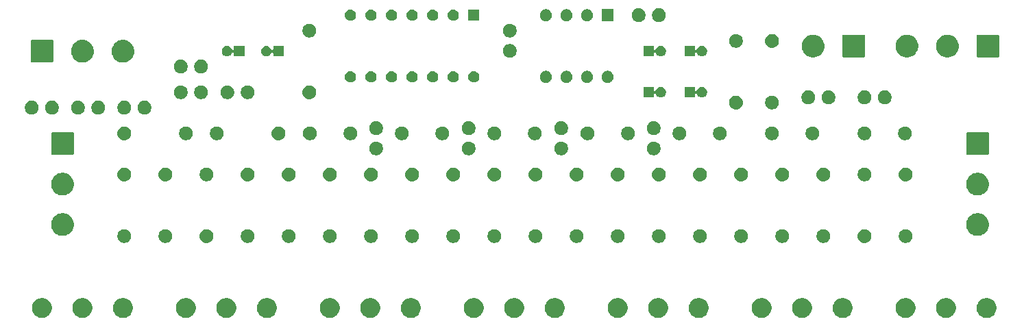
<source format=gbr>
G04 #@! TF.GenerationSoftware,KiCad,Pcbnew,(5.1.2)-2*
G04 #@! TF.CreationDate,2019-10-23T19:57:53-03:00*
G04 #@! TF.ProjectId,Mix_pre_tonal,4d69785f-7072-4655-9f74-6f6e616c2e6b,rev?*
G04 #@! TF.SameCoordinates,Original*
G04 #@! TF.FileFunction,Soldermask,Top*
G04 #@! TF.FilePolarity,Negative*
%FSLAX46Y46*%
G04 Gerber Fmt 4.6, Leading zero omitted, Abs format (unit mm)*
G04 Created by KiCad (PCBNEW (5.1.2)-2) date 2019-10-23 19:57:53*
%MOMM*%
%LPD*%
G04 APERTURE LIST*
%ADD10C,0.100000*%
G04 APERTURE END LIST*
D10*
G36*
X161486153Y-147415922D02*
G01*
X161578194Y-147454047D01*
X161708359Y-147507963D01*
X161908342Y-147641587D01*
X162078413Y-147811658D01*
X162212037Y-148011641D01*
X162304078Y-148233848D01*
X162351000Y-148469741D01*
X162351000Y-148710259D01*
X162304078Y-148946152D01*
X162212037Y-149168359D01*
X162078413Y-149368342D01*
X161908342Y-149538413D01*
X161708359Y-149672037D01*
X161578194Y-149725953D01*
X161486153Y-149764078D01*
X161368205Y-149787539D01*
X161250259Y-149811000D01*
X161009741Y-149811000D01*
X160891795Y-149787539D01*
X160773847Y-149764078D01*
X160681806Y-149725953D01*
X160551641Y-149672037D01*
X160351658Y-149538413D01*
X160181587Y-149368342D01*
X160047963Y-149168359D01*
X159955922Y-148946152D01*
X159909000Y-148710259D01*
X159909000Y-148469741D01*
X159955922Y-148233848D01*
X160047963Y-148011641D01*
X160181587Y-147811658D01*
X160351658Y-147641587D01*
X160551641Y-147507963D01*
X160681806Y-147454047D01*
X160773847Y-147415922D01*
X161009741Y-147369000D01*
X161250259Y-147369000D01*
X161486153Y-147415922D01*
X161486153Y-147415922D01*
G37*
G36*
X85366153Y-147415922D02*
G01*
X85458194Y-147454047D01*
X85588359Y-147507963D01*
X85788342Y-147641587D01*
X85958413Y-147811658D01*
X86092037Y-148011641D01*
X86184078Y-148233848D01*
X86231000Y-148469741D01*
X86231000Y-148710259D01*
X86184078Y-148946152D01*
X86092037Y-149168359D01*
X85958413Y-149368342D01*
X85788342Y-149538413D01*
X85588359Y-149672037D01*
X85458194Y-149725953D01*
X85366153Y-149764078D01*
X85248205Y-149787539D01*
X85130259Y-149811000D01*
X84889741Y-149811000D01*
X84771795Y-149787539D01*
X84653847Y-149764078D01*
X84561806Y-149725953D01*
X84431641Y-149672037D01*
X84231658Y-149538413D01*
X84061587Y-149368342D01*
X83927963Y-149168359D01*
X83835922Y-148946152D01*
X83789000Y-148710259D01*
X83789000Y-148469741D01*
X83835922Y-148233848D01*
X83927963Y-148011641D01*
X84061587Y-147811658D01*
X84231658Y-147641587D01*
X84431641Y-147507963D01*
X84561806Y-147454047D01*
X84653847Y-147415922D01*
X84889741Y-147369000D01*
X85130259Y-147369000D01*
X85366153Y-147415922D01*
X85366153Y-147415922D01*
G37*
G36*
X151486153Y-147415922D02*
G01*
X151578194Y-147454047D01*
X151708359Y-147507963D01*
X151908342Y-147641587D01*
X152078413Y-147811658D01*
X152212037Y-148011641D01*
X152304078Y-148233848D01*
X152351000Y-148469741D01*
X152351000Y-148710259D01*
X152304078Y-148946152D01*
X152212037Y-149168359D01*
X152078413Y-149368342D01*
X151908342Y-149538413D01*
X151708359Y-149672037D01*
X151578194Y-149725953D01*
X151486153Y-149764078D01*
X151368205Y-149787539D01*
X151250259Y-149811000D01*
X151009741Y-149811000D01*
X150891795Y-149787539D01*
X150773847Y-149764078D01*
X150681806Y-149725953D01*
X150551641Y-149672037D01*
X150351658Y-149538413D01*
X150181587Y-149368342D01*
X150047963Y-149168359D01*
X149955922Y-148946152D01*
X149909000Y-148710259D01*
X149909000Y-148469741D01*
X149955922Y-148233848D01*
X150047963Y-148011641D01*
X150181587Y-147811658D01*
X150351658Y-147641587D01*
X150551641Y-147507963D01*
X150681806Y-147454047D01*
X150773847Y-147415922D01*
X151009741Y-147369000D01*
X151250259Y-147369000D01*
X151486153Y-147415922D01*
X151486153Y-147415922D01*
G37*
G36*
X133706153Y-147415922D02*
G01*
X133798194Y-147454047D01*
X133928359Y-147507963D01*
X134128342Y-147641587D01*
X134298413Y-147811658D01*
X134432037Y-148011641D01*
X134524078Y-148233848D01*
X134571000Y-148469741D01*
X134571000Y-148710259D01*
X134524078Y-148946152D01*
X134432037Y-149168359D01*
X134298413Y-149368342D01*
X134128342Y-149538413D01*
X133928359Y-149672037D01*
X133798194Y-149725953D01*
X133706153Y-149764078D01*
X133588205Y-149787539D01*
X133470259Y-149811000D01*
X133229741Y-149811000D01*
X133111795Y-149787539D01*
X132993847Y-149764078D01*
X132901806Y-149725953D01*
X132771641Y-149672037D01*
X132571658Y-149538413D01*
X132401587Y-149368342D01*
X132267963Y-149168359D01*
X132175922Y-148946152D01*
X132129000Y-148710259D01*
X132129000Y-148469741D01*
X132175922Y-148233848D01*
X132267963Y-148011641D01*
X132401587Y-147811658D01*
X132571658Y-147641587D01*
X132771641Y-147507963D01*
X132901806Y-147454047D01*
X132993847Y-147415922D01*
X133229741Y-147369000D01*
X133470259Y-147369000D01*
X133706153Y-147415922D01*
X133706153Y-147415922D01*
G37*
G36*
X138706153Y-147415922D02*
G01*
X138798194Y-147454047D01*
X138928359Y-147507963D01*
X139128342Y-147641587D01*
X139298413Y-147811658D01*
X139432037Y-148011641D01*
X139524078Y-148233848D01*
X139571000Y-148469741D01*
X139571000Y-148710259D01*
X139524078Y-148946152D01*
X139432037Y-149168359D01*
X139298413Y-149368342D01*
X139128342Y-149538413D01*
X138928359Y-149672037D01*
X138798194Y-149725953D01*
X138706153Y-149764078D01*
X138588205Y-149787539D01*
X138470259Y-149811000D01*
X138229741Y-149811000D01*
X138111795Y-149787539D01*
X137993847Y-149764078D01*
X137901806Y-149725953D01*
X137771641Y-149672037D01*
X137571658Y-149538413D01*
X137401587Y-149368342D01*
X137267963Y-149168359D01*
X137175922Y-148946152D01*
X137129000Y-148710259D01*
X137129000Y-148469741D01*
X137175922Y-148233848D01*
X137267963Y-148011641D01*
X137401587Y-147811658D01*
X137571658Y-147641587D01*
X137771641Y-147507963D01*
X137901806Y-147454047D01*
X137993847Y-147415922D01*
X138229741Y-147369000D01*
X138470259Y-147369000D01*
X138706153Y-147415922D01*
X138706153Y-147415922D01*
G37*
G36*
X143706153Y-147415922D02*
G01*
X143798194Y-147454047D01*
X143928359Y-147507963D01*
X144128342Y-147641587D01*
X144298413Y-147811658D01*
X144432037Y-148011641D01*
X144524078Y-148233848D01*
X144571000Y-148469741D01*
X144571000Y-148710259D01*
X144524078Y-148946152D01*
X144432037Y-149168359D01*
X144298413Y-149368342D01*
X144128342Y-149538413D01*
X143928359Y-149672037D01*
X143798194Y-149725953D01*
X143706153Y-149764078D01*
X143588205Y-149787539D01*
X143470259Y-149811000D01*
X143229741Y-149811000D01*
X143111795Y-149787539D01*
X142993847Y-149764078D01*
X142901806Y-149725953D01*
X142771641Y-149672037D01*
X142571658Y-149538413D01*
X142401587Y-149368342D01*
X142267963Y-149168359D01*
X142175922Y-148946152D01*
X142129000Y-148710259D01*
X142129000Y-148469741D01*
X142175922Y-148233848D01*
X142267963Y-148011641D01*
X142401587Y-147811658D01*
X142571658Y-147641587D01*
X142771641Y-147507963D01*
X142901806Y-147454047D01*
X142993847Y-147415922D01*
X143229741Y-147369000D01*
X143470259Y-147369000D01*
X143706153Y-147415922D01*
X143706153Y-147415922D01*
G37*
G36*
X115926153Y-147415922D02*
G01*
X116018194Y-147454047D01*
X116148359Y-147507963D01*
X116348342Y-147641587D01*
X116518413Y-147811658D01*
X116652037Y-148011641D01*
X116744078Y-148233848D01*
X116791000Y-148469741D01*
X116791000Y-148710259D01*
X116744078Y-148946152D01*
X116652037Y-149168359D01*
X116518413Y-149368342D01*
X116348342Y-149538413D01*
X116148359Y-149672037D01*
X116018194Y-149725953D01*
X115926153Y-149764078D01*
X115808205Y-149787539D01*
X115690259Y-149811000D01*
X115449741Y-149811000D01*
X115331795Y-149787539D01*
X115213847Y-149764078D01*
X115121806Y-149725953D01*
X114991641Y-149672037D01*
X114791658Y-149538413D01*
X114621587Y-149368342D01*
X114487963Y-149168359D01*
X114395922Y-148946152D01*
X114349000Y-148710259D01*
X114349000Y-148469741D01*
X114395922Y-148233848D01*
X114487963Y-148011641D01*
X114621587Y-147811658D01*
X114791658Y-147641587D01*
X114991641Y-147507963D01*
X115121806Y-147454047D01*
X115213847Y-147415922D01*
X115449741Y-147369000D01*
X115690259Y-147369000D01*
X115926153Y-147415922D01*
X115926153Y-147415922D01*
G37*
G36*
X120926153Y-147415922D02*
G01*
X121018194Y-147454047D01*
X121148359Y-147507963D01*
X121348342Y-147641587D01*
X121518413Y-147811658D01*
X121652037Y-148011641D01*
X121744078Y-148233848D01*
X121791000Y-148469741D01*
X121791000Y-148710259D01*
X121744078Y-148946152D01*
X121652037Y-149168359D01*
X121518413Y-149368342D01*
X121348342Y-149538413D01*
X121148359Y-149672037D01*
X121018194Y-149725953D01*
X120926153Y-149764078D01*
X120808205Y-149787539D01*
X120690259Y-149811000D01*
X120449741Y-149811000D01*
X120331795Y-149787539D01*
X120213847Y-149764078D01*
X120121806Y-149725953D01*
X119991641Y-149672037D01*
X119791658Y-149538413D01*
X119621587Y-149368342D01*
X119487963Y-149168359D01*
X119395922Y-148946152D01*
X119349000Y-148710259D01*
X119349000Y-148469741D01*
X119395922Y-148233848D01*
X119487963Y-148011641D01*
X119621587Y-147811658D01*
X119791658Y-147641587D01*
X119991641Y-147507963D01*
X120121806Y-147454047D01*
X120213847Y-147415922D01*
X120449741Y-147369000D01*
X120690259Y-147369000D01*
X120926153Y-147415922D01*
X120926153Y-147415922D01*
G37*
G36*
X125926153Y-147415922D02*
G01*
X126018194Y-147454047D01*
X126148359Y-147507963D01*
X126348342Y-147641587D01*
X126518413Y-147811658D01*
X126652037Y-148011641D01*
X126744078Y-148233848D01*
X126791000Y-148469741D01*
X126791000Y-148710259D01*
X126744078Y-148946152D01*
X126652037Y-149168359D01*
X126518413Y-149368342D01*
X126348342Y-149538413D01*
X126148359Y-149672037D01*
X126018194Y-149725953D01*
X125926153Y-149764078D01*
X125808205Y-149787539D01*
X125690259Y-149811000D01*
X125449741Y-149811000D01*
X125331795Y-149787539D01*
X125213847Y-149764078D01*
X125121806Y-149725953D01*
X124991641Y-149672037D01*
X124791658Y-149538413D01*
X124621587Y-149368342D01*
X124487963Y-149168359D01*
X124395922Y-148946152D01*
X124349000Y-148710259D01*
X124349000Y-148469741D01*
X124395922Y-148233848D01*
X124487963Y-148011641D01*
X124621587Y-147811658D01*
X124791658Y-147641587D01*
X124991641Y-147507963D01*
X125121806Y-147454047D01*
X125213847Y-147415922D01*
X125449741Y-147369000D01*
X125690259Y-147369000D01*
X125926153Y-147415922D01*
X125926153Y-147415922D01*
G37*
G36*
X80366153Y-147415922D02*
G01*
X80458194Y-147454047D01*
X80588359Y-147507963D01*
X80788342Y-147641587D01*
X80958413Y-147811658D01*
X81092037Y-148011641D01*
X81184078Y-148233848D01*
X81231000Y-148469741D01*
X81231000Y-148710259D01*
X81184078Y-148946152D01*
X81092037Y-149168359D01*
X80958413Y-149368342D01*
X80788342Y-149538413D01*
X80588359Y-149672037D01*
X80458194Y-149725953D01*
X80366153Y-149764078D01*
X80248205Y-149787539D01*
X80130259Y-149811000D01*
X79889741Y-149811000D01*
X79771795Y-149787539D01*
X79653847Y-149764078D01*
X79561806Y-149725953D01*
X79431641Y-149672037D01*
X79231658Y-149538413D01*
X79061587Y-149368342D01*
X78927963Y-149168359D01*
X78835922Y-148946152D01*
X78789000Y-148710259D01*
X78789000Y-148469741D01*
X78835922Y-148233848D01*
X78927963Y-148011641D01*
X79061587Y-147811658D01*
X79231658Y-147641587D01*
X79431641Y-147507963D01*
X79561806Y-147454047D01*
X79653847Y-147415922D01*
X79889741Y-147369000D01*
X80130259Y-147369000D01*
X80366153Y-147415922D01*
X80366153Y-147415922D01*
G37*
G36*
X156486153Y-147415922D02*
G01*
X156578194Y-147454047D01*
X156708359Y-147507963D01*
X156908342Y-147641587D01*
X157078413Y-147811658D01*
X157212037Y-148011641D01*
X157304078Y-148233848D01*
X157351000Y-148469741D01*
X157351000Y-148710259D01*
X157304078Y-148946152D01*
X157212037Y-149168359D01*
X157078413Y-149368342D01*
X156908342Y-149538413D01*
X156708359Y-149672037D01*
X156578194Y-149725953D01*
X156486153Y-149764078D01*
X156368205Y-149787539D01*
X156250259Y-149811000D01*
X156009741Y-149811000D01*
X155891795Y-149787539D01*
X155773847Y-149764078D01*
X155681806Y-149725953D01*
X155551641Y-149672037D01*
X155351658Y-149538413D01*
X155181587Y-149368342D01*
X155047963Y-149168359D01*
X154955922Y-148946152D01*
X154909000Y-148710259D01*
X154909000Y-148469741D01*
X154955922Y-148233848D01*
X155047963Y-148011641D01*
X155181587Y-147811658D01*
X155351658Y-147641587D01*
X155551641Y-147507963D01*
X155681806Y-147454047D01*
X155773847Y-147415922D01*
X156009741Y-147369000D01*
X156250259Y-147369000D01*
X156486153Y-147415922D01*
X156486153Y-147415922D01*
G37*
G36*
X62586153Y-147415922D02*
G01*
X62678194Y-147454047D01*
X62808359Y-147507963D01*
X63008342Y-147641587D01*
X63178413Y-147811658D01*
X63312037Y-148011641D01*
X63404078Y-148233848D01*
X63451000Y-148469741D01*
X63451000Y-148710259D01*
X63404078Y-148946152D01*
X63312037Y-149168359D01*
X63178413Y-149368342D01*
X63008342Y-149538413D01*
X62808359Y-149672037D01*
X62678194Y-149725953D01*
X62586153Y-149764078D01*
X62468205Y-149787539D01*
X62350259Y-149811000D01*
X62109741Y-149811000D01*
X61991795Y-149787539D01*
X61873847Y-149764078D01*
X61781806Y-149725953D01*
X61651641Y-149672037D01*
X61451658Y-149538413D01*
X61281587Y-149368342D01*
X61147963Y-149168359D01*
X61055922Y-148946152D01*
X61009000Y-148710259D01*
X61009000Y-148469741D01*
X61055922Y-148233848D01*
X61147963Y-148011641D01*
X61281587Y-147811658D01*
X61451658Y-147641587D01*
X61651641Y-147507963D01*
X61781806Y-147454047D01*
X61873847Y-147415922D01*
X62109741Y-147369000D01*
X62350259Y-147369000D01*
X62586153Y-147415922D01*
X62586153Y-147415922D01*
G37*
G36*
X67586153Y-147415922D02*
G01*
X67678194Y-147454047D01*
X67808359Y-147507963D01*
X68008342Y-147641587D01*
X68178413Y-147811658D01*
X68312037Y-148011641D01*
X68404078Y-148233848D01*
X68451000Y-148469741D01*
X68451000Y-148710259D01*
X68404078Y-148946152D01*
X68312037Y-149168359D01*
X68178413Y-149368342D01*
X68008342Y-149538413D01*
X67808359Y-149672037D01*
X67678194Y-149725953D01*
X67586153Y-149764078D01*
X67468205Y-149787539D01*
X67350259Y-149811000D01*
X67109741Y-149811000D01*
X66991795Y-149787539D01*
X66873847Y-149764078D01*
X66781806Y-149725953D01*
X66651641Y-149672037D01*
X66451658Y-149538413D01*
X66281587Y-149368342D01*
X66147963Y-149168359D01*
X66055922Y-148946152D01*
X66009000Y-148710259D01*
X66009000Y-148469741D01*
X66055922Y-148233848D01*
X66147963Y-148011641D01*
X66281587Y-147811658D01*
X66451658Y-147641587D01*
X66651641Y-147507963D01*
X66781806Y-147454047D01*
X66873847Y-147415922D01*
X67109741Y-147369000D01*
X67350259Y-147369000D01*
X67586153Y-147415922D01*
X67586153Y-147415922D01*
G37*
G36*
X72586153Y-147415922D02*
G01*
X72678194Y-147454047D01*
X72808359Y-147507963D01*
X73008342Y-147641587D01*
X73178413Y-147811658D01*
X73312037Y-148011641D01*
X73404078Y-148233848D01*
X73451000Y-148469741D01*
X73451000Y-148710259D01*
X73404078Y-148946152D01*
X73312037Y-149168359D01*
X73178413Y-149368342D01*
X73008342Y-149538413D01*
X72808359Y-149672037D01*
X72678194Y-149725953D01*
X72586153Y-149764078D01*
X72468205Y-149787539D01*
X72350259Y-149811000D01*
X72109741Y-149811000D01*
X71991795Y-149787539D01*
X71873847Y-149764078D01*
X71781806Y-149725953D01*
X71651641Y-149672037D01*
X71451658Y-149538413D01*
X71281587Y-149368342D01*
X71147963Y-149168359D01*
X71055922Y-148946152D01*
X71009000Y-148710259D01*
X71009000Y-148469741D01*
X71055922Y-148233848D01*
X71147963Y-148011641D01*
X71281587Y-147811658D01*
X71451658Y-147641587D01*
X71651641Y-147507963D01*
X71781806Y-147454047D01*
X71873847Y-147415922D01*
X72109741Y-147369000D01*
X72350259Y-147369000D01*
X72586153Y-147415922D01*
X72586153Y-147415922D01*
G37*
G36*
X44806153Y-147415922D02*
G01*
X44898194Y-147454047D01*
X45028359Y-147507963D01*
X45228342Y-147641587D01*
X45398413Y-147811658D01*
X45532037Y-148011641D01*
X45624078Y-148233848D01*
X45671000Y-148469741D01*
X45671000Y-148710259D01*
X45624078Y-148946152D01*
X45532037Y-149168359D01*
X45398413Y-149368342D01*
X45228342Y-149538413D01*
X45028359Y-149672037D01*
X44898194Y-149725953D01*
X44806153Y-149764078D01*
X44688205Y-149787539D01*
X44570259Y-149811000D01*
X44329741Y-149811000D01*
X44211795Y-149787539D01*
X44093847Y-149764078D01*
X44001806Y-149725953D01*
X43871641Y-149672037D01*
X43671658Y-149538413D01*
X43501587Y-149368342D01*
X43367963Y-149168359D01*
X43275922Y-148946152D01*
X43229000Y-148710259D01*
X43229000Y-148469741D01*
X43275922Y-148233848D01*
X43367963Y-148011641D01*
X43501587Y-147811658D01*
X43671658Y-147641587D01*
X43871641Y-147507963D01*
X44001806Y-147454047D01*
X44093847Y-147415922D01*
X44329741Y-147369000D01*
X44570259Y-147369000D01*
X44806153Y-147415922D01*
X44806153Y-147415922D01*
G37*
G36*
X49806153Y-147415922D02*
G01*
X49898194Y-147454047D01*
X50028359Y-147507963D01*
X50228342Y-147641587D01*
X50398413Y-147811658D01*
X50532037Y-148011641D01*
X50624078Y-148233848D01*
X50671000Y-148469741D01*
X50671000Y-148710259D01*
X50624078Y-148946152D01*
X50532037Y-149168359D01*
X50398413Y-149368342D01*
X50228342Y-149538413D01*
X50028359Y-149672037D01*
X49898194Y-149725953D01*
X49806153Y-149764078D01*
X49688205Y-149787539D01*
X49570259Y-149811000D01*
X49329741Y-149811000D01*
X49211795Y-149787539D01*
X49093847Y-149764078D01*
X49001806Y-149725953D01*
X48871641Y-149672037D01*
X48671658Y-149538413D01*
X48501587Y-149368342D01*
X48367963Y-149168359D01*
X48275922Y-148946152D01*
X48229000Y-148710259D01*
X48229000Y-148469741D01*
X48275922Y-148233848D01*
X48367963Y-148011641D01*
X48501587Y-147811658D01*
X48671658Y-147641587D01*
X48871641Y-147507963D01*
X49001806Y-147454047D01*
X49093847Y-147415922D01*
X49329741Y-147369000D01*
X49570259Y-147369000D01*
X49806153Y-147415922D01*
X49806153Y-147415922D01*
G37*
G36*
X54806153Y-147415922D02*
G01*
X54898194Y-147454047D01*
X55028359Y-147507963D01*
X55228342Y-147641587D01*
X55398413Y-147811658D01*
X55532037Y-148011641D01*
X55624078Y-148233848D01*
X55671000Y-148469741D01*
X55671000Y-148710259D01*
X55624078Y-148946152D01*
X55532037Y-149168359D01*
X55398413Y-149368342D01*
X55228342Y-149538413D01*
X55028359Y-149672037D01*
X54898194Y-149725953D01*
X54806153Y-149764078D01*
X54688205Y-149787539D01*
X54570259Y-149811000D01*
X54329741Y-149811000D01*
X54211795Y-149787539D01*
X54093847Y-149764078D01*
X54001806Y-149725953D01*
X53871641Y-149672037D01*
X53671658Y-149538413D01*
X53501587Y-149368342D01*
X53367963Y-149168359D01*
X53275922Y-148946152D01*
X53229000Y-148710259D01*
X53229000Y-148469741D01*
X53275922Y-148233848D01*
X53367963Y-148011641D01*
X53501587Y-147811658D01*
X53671658Y-147641587D01*
X53871641Y-147507963D01*
X54001806Y-147454047D01*
X54093847Y-147415922D01*
X54329741Y-147369000D01*
X54570259Y-147369000D01*
X54806153Y-147415922D01*
X54806153Y-147415922D01*
G37*
G36*
X98146153Y-147415922D02*
G01*
X98238194Y-147454047D01*
X98368359Y-147507963D01*
X98568342Y-147641587D01*
X98738413Y-147811658D01*
X98872037Y-148011641D01*
X98964078Y-148233848D01*
X99011000Y-148469741D01*
X99011000Y-148710259D01*
X98964078Y-148946152D01*
X98872037Y-149168359D01*
X98738413Y-149368342D01*
X98568342Y-149538413D01*
X98368359Y-149672037D01*
X98238194Y-149725953D01*
X98146153Y-149764078D01*
X98028205Y-149787539D01*
X97910259Y-149811000D01*
X97669741Y-149811000D01*
X97551795Y-149787539D01*
X97433847Y-149764078D01*
X97341806Y-149725953D01*
X97211641Y-149672037D01*
X97011658Y-149538413D01*
X96841587Y-149368342D01*
X96707963Y-149168359D01*
X96615922Y-148946152D01*
X96569000Y-148710259D01*
X96569000Y-148469741D01*
X96615922Y-148233848D01*
X96707963Y-148011641D01*
X96841587Y-147811658D01*
X97011658Y-147641587D01*
X97211641Y-147507963D01*
X97341806Y-147454047D01*
X97433847Y-147415922D01*
X97669741Y-147369000D01*
X97910259Y-147369000D01*
X98146153Y-147415922D01*
X98146153Y-147415922D01*
G37*
G36*
X103146153Y-147415922D02*
G01*
X103238194Y-147454047D01*
X103368359Y-147507963D01*
X103568342Y-147641587D01*
X103738413Y-147811658D01*
X103872037Y-148011641D01*
X103964078Y-148233848D01*
X104011000Y-148469741D01*
X104011000Y-148710259D01*
X103964078Y-148946152D01*
X103872037Y-149168359D01*
X103738413Y-149368342D01*
X103568342Y-149538413D01*
X103368359Y-149672037D01*
X103238194Y-149725953D01*
X103146153Y-149764078D01*
X103028205Y-149787539D01*
X102910259Y-149811000D01*
X102669741Y-149811000D01*
X102551795Y-149787539D01*
X102433847Y-149764078D01*
X102341806Y-149725953D01*
X102211641Y-149672037D01*
X102011658Y-149538413D01*
X101841587Y-149368342D01*
X101707963Y-149168359D01*
X101615922Y-148946152D01*
X101569000Y-148710259D01*
X101569000Y-148469741D01*
X101615922Y-148233848D01*
X101707963Y-148011641D01*
X101841587Y-147811658D01*
X102011658Y-147641587D01*
X102211641Y-147507963D01*
X102341806Y-147454047D01*
X102433847Y-147415922D01*
X102669741Y-147369000D01*
X102910259Y-147369000D01*
X103146153Y-147415922D01*
X103146153Y-147415922D01*
G37*
G36*
X108146153Y-147415922D02*
G01*
X108238194Y-147454047D01*
X108368359Y-147507963D01*
X108568342Y-147641587D01*
X108738413Y-147811658D01*
X108872037Y-148011641D01*
X108964078Y-148233848D01*
X109011000Y-148469741D01*
X109011000Y-148710259D01*
X108964078Y-148946152D01*
X108872037Y-149168359D01*
X108738413Y-149368342D01*
X108568342Y-149538413D01*
X108368359Y-149672037D01*
X108238194Y-149725953D01*
X108146153Y-149764078D01*
X108028205Y-149787539D01*
X107910259Y-149811000D01*
X107669741Y-149811000D01*
X107551795Y-149787539D01*
X107433847Y-149764078D01*
X107341806Y-149725953D01*
X107211641Y-149672037D01*
X107011658Y-149538413D01*
X106841587Y-149368342D01*
X106707963Y-149168359D01*
X106615922Y-148946152D01*
X106569000Y-148710259D01*
X106569000Y-148469741D01*
X106615922Y-148233848D01*
X106707963Y-148011641D01*
X106841587Y-147811658D01*
X107011658Y-147641587D01*
X107211641Y-147507963D01*
X107341806Y-147454047D01*
X107433847Y-147415922D01*
X107669741Y-147369000D01*
X107910259Y-147369000D01*
X108146153Y-147415922D01*
X108146153Y-147415922D01*
G37*
G36*
X90366153Y-147415922D02*
G01*
X90458194Y-147454047D01*
X90588359Y-147507963D01*
X90788342Y-147641587D01*
X90958413Y-147811658D01*
X91092037Y-148011641D01*
X91184078Y-148233848D01*
X91231000Y-148469741D01*
X91231000Y-148710259D01*
X91184078Y-148946152D01*
X91092037Y-149168359D01*
X90958413Y-149368342D01*
X90788342Y-149538413D01*
X90588359Y-149672037D01*
X90458194Y-149725953D01*
X90366153Y-149764078D01*
X90248205Y-149787539D01*
X90130259Y-149811000D01*
X89889741Y-149811000D01*
X89771795Y-149787539D01*
X89653847Y-149764078D01*
X89561806Y-149725953D01*
X89431641Y-149672037D01*
X89231658Y-149538413D01*
X89061587Y-149368342D01*
X88927963Y-149168359D01*
X88835922Y-148946152D01*
X88789000Y-148710259D01*
X88789000Y-148469741D01*
X88835922Y-148233848D01*
X88927963Y-148011641D01*
X89061587Y-147811658D01*
X89231658Y-147641587D01*
X89431641Y-147507963D01*
X89561806Y-147454047D01*
X89653847Y-147415922D01*
X89889741Y-147369000D01*
X90130259Y-147369000D01*
X90366153Y-147415922D01*
X90366153Y-147415922D01*
G37*
G36*
X90418228Y-138881703D02*
G01*
X90573100Y-138945853D01*
X90712481Y-139038985D01*
X90831015Y-139157519D01*
X90924147Y-139296900D01*
X90988297Y-139451772D01*
X91021000Y-139616184D01*
X91021000Y-139783816D01*
X90988297Y-139948228D01*
X90924147Y-140103100D01*
X90831015Y-140242481D01*
X90712481Y-140361015D01*
X90573100Y-140454147D01*
X90418228Y-140518297D01*
X90253816Y-140551000D01*
X90086184Y-140551000D01*
X89921772Y-140518297D01*
X89766900Y-140454147D01*
X89627519Y-140361015D01*
X89508985Y-140242481D01*
X89415853Y-140103100D01*
X89351703Y-139948228D01*
X89319000Y-139783816D01*
X89319000Y-139616184D01*
X89351703Y-139451772D01*
X89415853Y-139296900D01*
X89508985Y-139157519D01*
X89627519Y-139038985D01*
X89766900Y-138945853D01*
X89921772Y-138881703D01*
X90086184Y-138849000D01*
X90253816Y-138849000D01*
X90418228Y-138881703D01*
X90418228Y-138881703D01*
G37*
G36*
X131058228Y-138881703D02*
G01*
X131213100Y-138945853D01*
X131352481Y-139038985D01*
X131471015Y-139157519D01*
X131564147Y-139296900D01*
X131628297Y-139451772D01*
X131661000Y-139616184D01*
X131661000Y-139783816D01*
X131628297Y-139948228D01*
X131564147Y-140103100D01*
X131471015Y-140242481D01*
X131352481Y-140361015D01*
X131213100Y-140454147D01*
X131058228Y-140518297D01*
X130893816Y-140551000D01*
X130726184Y-140551000D01*
X130561772Y-140518297D01*
X130406900Y-140454147D01*
X130267519Y-140361015D01*
X130148985Y-140242481D01*
X130055853Y-140103100D01*
X129991703Y-139948228D01*
X129959000Y-139783816D01*
X129959000Y-139616184D01*
X129991703Y-139451772D01*
X130055853Y-139296900D01*
X130148985Y-139157519D01*
X130267519Y-139038985D01*
X130406900Y-138945853D01*
X130561772Y-138881703D01*
X130726184Y-138849000D01*
X130893816Y-138849000D01*
X131058228Y-138881703D01*
X131058228Y-138881703D01*
G37*
G36*
X100578228Y-138881703D02*
G01*
X100733100Y-138945853D01*
X100872481Y-139038985D01*
X100991015Y-139157519D01*
X101084147Y-139296900D01*
X101148297Y-139451772D01*
X101181000Y-139616184D01*
X101181000Y-139783816D01*
X101148297Y-139948228D01*
X101084147Y-140103100D01*
X100991015Y-140242481D01*
X100872481Y-140361015D01*
X100733100Y-140454147D01*
X100578228Y-140518297D01*
X100413816Y-140551000D01*
X100246184Y-140551000D01*
X100081772Y-140518297D01*
X99926900Y-140454147D01*
X99787519Y-140361015D01*
X99668985Y-140242481D01*
X99575853Y-140103100D01*
X99511703Y-139948228D01*
X99479000Y-139783816D01*
X99479000Y-139616184D01*
X99511703Y-139451772D01*
X99575853Y-139296900D01*
X99668985Y-139157519D01*
X99787519Y-139038985D01*
X99926900Y-138945853D01*
X100081772Y-138881703D01*
X100246184Y-138849000D01*
X100413816Y-138849000D01*
X100578228Y-138881703D01*
X100578228Y-138881703D01*
G37*
G36*
X125978228Y-138881703D02*
G01*
X126133100Y-138945853D01*
X126272481Y-139038985D01*
X126391015Y-139157519D01*
X126484147Y-139296900D01*
X126548297Y-139451772D01*
X126581000Y-139616184D01*
X126581000Y-139783816D01*
X126548297Y-139948228D01*
X126484147Y-140103100D01*
X126391015Y-140242481D01*
X126272481Y-140361015D01*
X126133100Y-140454147D01*
X125978228Y-140518297D01*
X125813816Y-140551000D01*
X125646184Y-140551000D01*
X125481772Y-140518297D01*
X125326900Y-140454147D01*
X125187519Y-140361015D01*
X125068985Y-140242481D01*
X124975853Y-140103100D01*
X124911703Y-139948228D01*
X124879000Y-139783816D01*
X124879000Y-139616184D01*
X124911703Y-139451772D01*
X124975853Y-139296900D01*
X125068985Y-139157519D01*
X125187519Y-139038985D01*
X125326900Y-138945853D01*
X125481772Y-138881703D01*
X125646184Y-138849000D01*
X125813816Y-138849000D01*
X125978228Y-138881703D01*
X125978228Y-138881703D01*
G37*
G36*
X141218228Y-138881703D02*
G01*
X141373100Y-138945853D01*
X141512481Y-139038985D01*
X141631015Y-139157519D01*
X141724147Y-139296900D01*
X141788297Y-139451772D01*
X141821000Y-139616184D01*
X141821000Y-139783816D01*
X141788297Y-139948228D01*
X141724147Y-140103100D01*
X141631015Y-140242481D01*
X141512481Y-140361015D01*
X141373100Y-140454147D01*
X141218228Y-140518297D01*
X141053816Y-140551000D01*
X140886184Y-140551000D01*
X140721772Y-140518297D01*
X140566900Y-140454147D01*
X140427519Y-140361015D01*
X140308985Y-140242481D01*
X140215853Y-140103100D01*
X140151703Y-139948228D01*
X140119000Y-139783816D01*
X140119000Y-139616184D01*
X140151703Y-139451772D01*
X140215853Y-139296900D01*
X140308985Y-139157519D01*
X140427519Y-139038985D01*
X140566900Y-138945853D01*
X140721772Y-138881703D01*
X140886184Y-138849000D01*
X141053816Y-138849000D01*
X141218228Y-138881703D01*
X141218228Y-138881703D01*
G37*
G36*
X136138228Y-138881703D02*
G01*
X136293100Y-138945853D01*
X136432481Y-139038985D01*
X136551015Y-139157519D01*
X136644147Y-139296900D01*
X136708297Y-139451772D01*
X136741000Y-139616184D01*
X136741000Y-139783816D01*
X136708297Y-139948228D01*
X136644147Y-140103100D01*
X136551015Y-140242481D01*
X136432481Y-140361015D01*
X136293100Y-140454147D01*
X136138228Y-140518297D01*
X135973816Y-140551000D01*
X135806184Y-140551000D01*
X135641772Y-140518297D01*
X135486900Y-140454147D01*
X135347519Y-140361015D01*
X135228985Y-140242481D01*
X135135853Y-140103100D01*
X135071703Y-139948228D01*
X135039000Y-139783816D01*
X135039000Y-139616184D01*
X135071703Y-139451772D01*
X135135853Y-139296900D01*
X135228985Y-139157519D01*
X135347519Y-139038985D01*
X135486900Y-138945853D01*
X135641772Y-138881703D01*
X135806184Y-138849000D01*
X135973816Y-138849000D01*
X136138228Y-138881703D01*
X136138228Y-138881703D01*
G37*
G36*
X59938228Y-138881703D02*
G01*
X60093100Y-138945853D01*
X60232481Y-139038985D01*
X60351015Y-139157519D01*
X60444147Y-139296900D01*
X60508297Y-139451772D01*
X60541000Y-139616184D01*
X60541000Y-139783816D01*
X60508297Y-139948228D01*
X60444147Y-140103100D01*
X60351015Y-140242481D01*
X60232481Y-140361015D01*
X60093100Y-140454147D01*
X59938228Y-140518297D01*
X59773816Y-140551000D01*
X59606184Y-140551000D01*
X59441772Y-140518297D01*
X59286900Y-140454147D01*
X59147519Y-140361015D01*
X59028985Y-140242481D01*
X58935853Y-140103100D01*
X58871703Y-139948228D01*
X58839000Y-139783816D01*
X58839000Y-139616184D01*
X58871703Y-139451772D01*
X58935853Y-139296900D01*
X59028985Y-139157519D01*
X59147519Y-139038985D01*
X59286900Y-138945853D01*
X59441772Y-138881703D01*
X59606184Y-138849000D01*
X59773816Y-138849000D01*
X59938228Y-138881703D01*
X59938228Y-138881703D01*
G37*
G36*
X95498228Y-138881703D02*
G01*
X95653100Y-138945853D01*
X95792481Y-139038985D01*
X95911015Y-139157519D01*
X96004147Y-139296900D01*
X96068297Y-139451772D01*
X96101000Y-139616184D01*
X96101000Y-139783816D01*
X96068297Y-139948228D01*
X96004147Y-140103100D01*
X95911015Y-140242481D01*
X95792481Y-140361015D01*
X95653100Y-140454147D01*
X95498228Y-140518297D01*
X95333816Y-140551000D01*
X95166184Y-140551000D01*
X95001772Y-140518297D01*
X94846900Y-140454147D01*
X94707519Y-140361015D01*
X94588985Y-140242481D01*
X94495853Y-140103100D01*
X94431703Y-139948228D01*
X94399000Y-139783816D01*
X94399000Y-139616184D01*
X94431703Y-139451772D01*
X94495853Y-139296900D01*
X94588985Y-139157519D01*
X94707519Y-139038985D01*
X94846900Y-138945853D01*
X95001772Y-138881703D01*
X95166184Y-138849000D01*
X95333816Y-138849000D01*
X95498228Y-138881703D01*
X95498228Y-138881703D01*
G37*
G36*
X80258228Y-138881703D02*
G01*
X80413100Y-138945853D01*
X80552481Y-139038985D01*
X80671015Y-139157519D01*
X80764147Y-139296900D01*
X80828297Y-139451772D01*
X80861000Y-139616184D01*
X80861000Y-139783816D01*
X80828297Y-139948228D01*
X80764147Y-140103100D01*
X80671015Y-140242481D01*
X80552481Y-140361015D01*
X80413100Y-140454147D01*
X80258228Y-140518297D01*
X80093816Y-140551000D01*
X79926184Y-140551000D01*
X79761772Y-140518297D01*
X79606900Y-140454147D01*
X79467519Y-140361015D01*
X79348985Y-140242481D01*
X79255853Y-140103100D01*
X79191703Y-139948228D01*
X79159000Y-139783816D01*
X79159000Y-139616184D01*
X79191703Y-139451772D01*
X79255853Y-139296900D01*
X79348985Y-139157519D01*
X79467519Y-139038985D01*
X79606900Y-138945853D01*
X79761772Y-138881703D01*
X79926184Y-138849000D01*
X80093816Y-138849000D01*
X80258228Y-138881703D01*
X80258228Y-138881703D01*
G37*
G36*
X70098228Y-138881703D02*
G01*
X70253100Y-138945853D01*
X70392481Y-139038985D01*
X70511015Y-139157519D01*
X70604147Y-139296900D01*
X70668297Y-139451772D01*
X70701000Y-139616184D01*
X70701000Y-139783816D01*
X70668297Y-139948228D01*
X70604147Y-140103100D01*
X70511015Y-140242481D01*
X70392481Y-140361015D01*
X70253100Y-140454147D01*
X70098228Y-140518297D01*
X69933816Y-140551000D01*
X69766184Y-140551000D01*
X69601772Y-140518297D01*
X69446900Y-140454147D01*
X69307519Y-140361015D01*
X69188985Y-140242481D01*
X69095853Y-140103100D01*
X69031703Y-139948228D01*
X68999000Y-139783816D01*
X68999000Y-139616184D01*
X69031703Y-139451772D01*
X69095853Y-139296900D01*
X69188985Y-139157519D01*
X69307519Y-139038985D01*
X69446900Y-138945853D01*
X69601772Y-138881703D01*
X69766184Y-138849000D01*
X69933816Y-138849000D01*
X70098228Y-138881703D01*
X70098228Y-138881703D01*
G37*
G36*
X146216823Y-138861313D02*
G01*
X146377242Y-138909976D01*
X146444361Y-138945852D01*
X146525078Y-138988996D01*
X146654659Y-139095341D01*
X146761004Y-139224922D01*
X146761005Y-139224924D01*
X146840024Y-139372758D01*
X146888687Y-139533177D01*
X146905117Y-139700000D01*
X146888687Y-139866823D01*
X146840024Y-140027242D01*
X146799477Y-140103100D01*
X146761004Y-140175078D01*
X146654659Y-140304659D01*
X146525078Y-140411004D01*
X146525076Y-140411005D01*
X146377242Y-140490024D01*
X146216823Y-140538687D01*
X146091804Y-140551000D01*
X146008196Y-140551000D01*
X145883177Y-140538687D01*
X145722758Y-140490024D01*
X145574924Y-140411005D01*
X145574922Y-140411004D01*
X145445341Y-140304659D01*
X145338996Y-140175078D01*
X145300523Y-140103100D01*
X145259976Y-140027242D01*
X145211313Y-139866823D01*
X145194883Y-139700000D01*
X145211313Y-139533177D01*
X145259976Y-139372758D01*
X145338995Y-139224924D01*
X145338996Y-139224922D01*
X145445341Y-139095341D01*
X145574922Y-138988996D01*
X145655639Y-138945852D01*
X145722758Y-138909976D01*
X145883177Y-138861313D01*
X146008196Y-138849000D01*
X146091804Y-138849000D01*
X146216823Y-138861313D01*
X146216823Y-138861313D01*
G37*
G36*
X115818228Y-138881703D02*
G01*
X115973100Y-138945853D01*
X116112481Y-139038985D01*
X116231015Y-139157519D01*
X116324147Y-139296900D01*
X116388297Y-139451772D01*
X116421000Y-139616184D01*
X116421000Y-139783816D01*
X116388297Y-139948228D01*
X116324147Y-140103100D01*
X116231015Y-140242481D01*
X116112481Y-140361015D01*
X115973100Y-140454147D01*
X115818228Y-140518297D01*
X115653816Y-140551000D01*
X115486184Y-140551000D01*
X115321772Y-140518297D01*
X115166900Y-140454147D01*
X115027519Y-140361015D01*
X114908985Y-140242481D01*
X114815853Y-140103100D01*
X114751703Y-139948228D01*
X114719000Y-139783816D01*
X114719000Y-139616184D01*
X114751703Y-139451772D01*
X114815853Y-139296900D01*
X114908985Y-139157519D01*
X115027519Y-139038985D01*
X115166900Y-138945853D01*
X115321772Y-138881703D01*
X115486184Y-138849000D01*
X115653816Y-138849000D01*
X115818228Y-138881703D01*
X115818228Y-138881703D01*
G37*
G36*
X105658228Y-138881703D02*
G01*
X105813100Y-138945853D01*
X105952481Y-139038985D01*
X106071015Y-139157519D01*
X106164147Y-139296900D01*
X106228297Y-139451772D01*
X106261000Y-139616184D01*
X106261000Y-139783816D01*
X106228297Y-139948228D01*
X106164147Y-140103100D01*
X106071015Y-140242481D01*
X105952481Y-140361015D01*
X105813100Y-140454147D01*
X105658228Y-140518297D01*
X105493816Y-140551000D01*
X105326184Y-140551000D01*
X105161772Y-140518297D01*
X105006900Y-140454147D01*
X104867519Y-140361015D01*
X104748985Y-140242481D01*
X104655853Y-140103100D01*
X104591703Y-139948228D01*
X104559000Y-139783816D01*
X104559000Y-139616184D01*
X104591703Y-139451772D01*
X104655853Y-139296900D01*
X104748985Y-139157519D01*
X104867519Y-139038985D01*
X105006900Y-138945853D01*
X105161772Y-138881703D01*
X105326184Y-138849000D01*
X105493816Y-138849000D01*
X105658228Y-138881703D01*
X105658228Y-138881703D01*
G37*
G36*
X151378228Y-138881703D02*
G01*
X151533100Y-138945853D01*
X151672481Y-139038985D01*
X151791015Y-139157519D01*
X151884147Y-139296900D01*
X151948297Y-139451772D01*
X151981000Y-139616184D01*
X151981000Y-139783816D01*
X151948297Y-139948228D01*
X151884147Y-140103100D01*
X151791015Y-140242481D01*
X151672481Y-140361015D01*
X151533100Y-140454147D01*
X151378228Y-140518297D01*
X151213816Y-140551000D01*
X151046184Y-140551000D01*
X150881772Y-140518297D01*
X150726900Y-140454147D01*
X150587519Y-140361015D01*
X150468985Y-140242481D01*
X150375853Y-140103100D01*
X150311703Y-139948228D01*
X150279000Y-139783816D01*
X150279000Y-139616184D01*
X150311703Y-139451772D01*
X150375853Y-139296900D01*
X150468985Y-139157519D01*
X150587519Y-139038985D01*
X150726900Y-138945853D01*
X150881772Y-138881703D01*
X151046184Y-138849000D01*
X151213816Y-138849000D01*
X151378228Y-138881703D01*
X151378228Y-138881703D01*
G37*
G36*
X120898228Y-138881703D02*
G01*
X121053100Y-138945853D01*
X121192481Y-139038985D01*
X121311015Y-139157519D01*
X121404147Y-139296900D01*
X121468297Y-139451772D01*
X121501000Y-139616184D01*
X121501000Y-139783816D01*
X121468297Y-139948228D01*
X121404147Y-140103100D01*
X121311015Y-140242481D01*
X121192481Y-140361015D01*
X121053100Y-140454147D01*
X120898228Y-140518297D01*
X120733816Y-140551000D01*
X120566184Y-140551000D01*
X120401772Y-140518297D01*
X120246900Y-140454147D01*
X120107519Y-140361015D01*
X119988985Y-140242481D01*
X119895853Y-140103100D01*
X119831703Y-139948228D01*
X119799000Y-139783816D01*
X119799000Y-139616184D01*
X119831703Y-139451772D01*
X119895853Y-139296900D01*
X119988985Y-139157519D01*
X120107519Y-139038985D01*
X120246900Y-138945853D01*
X120401772Y-138881703D01*
X120566184Y-138849000D01*
X120733816Y-138849000D01*
X120898228Y-138881703D01*
X120898228Y-138881703D01*
G37*
G36*
X110738228Y-138881703D02*
G01*
X110893100Y-138945853D01*
X111032481Y-139038985D01*
X111151015Y-139157519D01*
X111244147Y-139296900D01*
X111308297Y-139451772D01*
X111341000Y-139616184D01*
X111341000Y-139783816D01*
X111308297Y-139948228D01*
X111244147Y-140103100D01*
X111151015Y-140242481D01*
X111032481Y-140361015D01*
X110893100Y-140454147D01*
X110738228Y-140518297D01*
X110573816Y-140551000D01*
X110406184Y-140551000D01*
X110241772Y-140518297D01*
X110086900Y-140454147D01*
X109947519Y-140361015D01*
X109828985Y-140242481D01*
X109735853Y-140103100D01*
X109671703Y-139948228D01*
X109639000Y-139783816D01*
X109639000Y-139616184D01*
X109671703Y-139451772D01*
X109735853Y-139296900D01*
X109828985Y-139157519D01*
X109947519Y-139038985D01*
X110086900Y-138945853D01*
X110241772Y-138881703D01*
X110406184Y-138849000D01*
X110573816Y-138849000D01*
X110738228Y-138881703D01*
X110738228Y-138881703D01*
G37*
G36*
X85338228Y-138881703D02*
G01*
X85493100Y-138945853D01*
X85632481Y-139038985D01*
X85751015Y-139157519D01*
X85844147Y-139296900D01*
X85908297Y-139451772D01*
X85941000Y-139616184D01*
X85941000Y-139783816D01*
X85908297Y-139948228D01*
X85844147Y-140103100D01*
X85751015Y-140242481D01*
X85632481Y-140361015D01*
X85493100Y-140454147D01*
X85338228Y-140518297D01*
X85173816Y-140551000D01*
X85006184Y-140551000D01*
X84841772Y-140518297D01*
X84686900Y-140454147D01*
X84547519Y-140361015D01*
X84428985Y-140242481D01*
X84335853Y-140103100D01*
X84271703Y-139948228D01*
X84239000Y-139783816D01*
X84239000Y-139616184D01*
X84271703Y-139451772D01*
X84335853Y-139296900D01*
X84428985Y-139157519D01*
X84547519Y-139038985D01*
X84686900Y-138945853D01*
X84841772Y-138881703D01*
X85006184Y-138849000D01*
X85173816Y-138849000D01*
X85338228Y-138881703D01*
X85338228Y-138881703D01*
G37*
G36*
X75178228Y-138881703D02*
G01*
X75333100Y-138945853D01*
X75472481Y-139038985D01*
X75591015Y-139157519D01*
X75684147Y-139296900D01*
X75748297Y-139451772D01*
X75781000Y-139616184D01*
X75781000Y-139783816D01*
X75748297Y-139948228D01*
X75684147Y-140103100D01*
X75591015Y-140242481D01*
X75472481Y-140361015D01*
X75333100Y-140454147D01*
X75178228Y-140518297D01*
X75013816Y-140551000D01*
X74846184Y-140551000D01*
X74681772Y-140518297D01*
X74526900Y-140454147D01*
X74387519Y-140361015D01*
X74268985Y-140242481D01*
X74175853Y-140103100D01*
X74111703Y-139948228D01*
X74079000Y-139783816D01*
X74079000Y-139616184D01*
X74111703Y-139451772D01*
X74175853Y-139296900D01*
X74268985Y-139157519D01*
X74387519Y-139038985D01*
X74526900Y-138945853D01*
X74681772Y-138881703D01*
X74846184Y-138849000D01*
X75013816Y-138849000D01*
X75178228Y-138881703D01*
X75178228Y-138881703D01*
G37*
G36*
X54858228Y-138881703D02*
G01*
X55013100Y-138945853D01*
X55152481Y-139038985D01*
X55271015Y-139157519D01*
X55364147Y-139296900D01*
X55428297Y-139451772D01*
X55461000Y-139616184D01*
X55461000Y-139783816D01*
X55428297Y-139948228D01*
X55364147Y-140103100D01*
X55271015Y-140242481D01*
X55152481Y-140361015D01*
X55013100Y-140454147D01*
X54858228Y-140518297D01*
X54693816Y-140551000D01*
X54526184Y-140551000D01*
X54361772Y-140518297D01*
X54206900Y-140454147D01*
X54067519Y-140361015D01*
X53948985Y-140242481D01*
X53855853Y-140103100D01*
X53791703Y-139948228D01*
X53759000Y-139783816D01*
X53759000Y-139616184D01*
X53791703Y-139451772D01*
X53855853Y-139296900D01*
X53948985Y-139157519D01*
X54067519Y-139038985D01*
X54206900Y-138945853D01*
X54361772Y-138881703D01*
X54526184Y-138849000D01*
X54693816Y-138849000D01*
X54858228Y-138881703D01*
X54858228Y-138881703D01*
G37*
G36*
X64936823Y-138861313D02*
G01*
X65097242Y-138909976D01*
X65164361Y-138945852D01*
X65245078Y-138988996D01*
X65374659Y-139095341D01*
X65481004Y-139224922D01*
X65481005Y-139224924D01*
X65560024Y-139372758D01*
X65608687Y-139533177D01*
X65625117Y-139700000D01*
X65608687Y-139866823D01*
X65560024Y-140027242D01*
X65519477Y-140103100D01*
X65481004Y-140175078D01*
X65374659Y-140304659D01*
X65245078Y-140411004D01*
X65245076Y-140411005D01*
X65097242Y-140490024D01*
X64936823Y-140538687D01*
X64811804Y-140551000D01*
X64728196Y-140551000D01*
X64603177Y-140538687D01*
X64442758Y-140490024D01*
X64294924Y-140411005D01*
X64294922Y-140411004D01*
X64165341Y-140304659D01*
X64058996Y-140175078D01*
X64020523Y-140103100D01*
X63979976Y-140027242D01*
X63931313Y-139866823D01*
X63914883Y-139700000D01*
X63931313Y-139533177D01*
X63979976Y-139372758D01*
X64058995Y-139224924D01*
X64058996Y-139224922D01*
X64165341Y-139095341D01*
X64294922Y-138988996D01*
X64375639Y-138945852D01*
X64442758Y-138909976D01*
X64603177Y-138861313D01*
X64728196Y-138849000D01*
X64811804Y-138849000D01*
X64936823Y-138861313D01*
X64936823Y-138861313D01*
G37*
G36*
X160338433Y-136904893D02*
G01*
X160428657Y-136922839D01*
X160534267Y-136966585D01*
X160683621Y-137028449D01*
X160683622Y-137028450D01*
X160913086Y-137181772D01*
X161108228Y-137376914D01*
X161210675Y-137530237D01*
X161261551Y-137606379D01*
X161367161Y-137861344D01*
X161421000Y-138132012D01*
X161421000Y-138407988D01*
X161367161Y-138678656D01*
X161261551Y-138933621D01*
X161253378Y-138945853D01*
X161108228Y-139163086D01*
X160913086Y-139358228D01*
X160773088Y-139451771D01*
X160683621Y-139511551D01*
X160534267Y-139573415D01*
X160428657Y-139617161D01*
X160338433Y-139635107D01*
X160157988Y-139671000D01*
X159882012Y-139671000D01*
X159701567Y-139635107D01*
X159611343Y-139617161D01*
X159505733Y-139573415D01*
X159356379Y-139511551D01*
X159266912Y-139451771D01*
X159126914Y-139358228D01*
X158931772Y-139163086D01*
X158786622Y-138945853D01*
X158778449Y-138933621D01*
X158672839Y-138678656D01*
X158619000Y-138407988D01*
X158619000Y-138132012D01*
X158672839Y-137861344D01*
X158778449Y-137606379D01*
X158829325Y-137530237D01*
X158931772Y-137376914D01*
X159126914Y-137181772D01*
X159356378Y-137028450D01*
X159356379Y-137028449D01*
X159505733Y-136966585D01*
X159611343Y-136922839D01*
X159701567Y-136904893D01*
X159882012Y-136869000D01*
X160157988Y-136869000D01*
X160338433Y-136904893D01*
X160338433Y-136904893D01*
G37*
G36*
X47308433Y-136904893D02*
G01*
X47398657Y-136922839D01*
X47504267Y-136966585D01*
X47653621Y-137028449D01*
X47653622Y-137028450D01*
X47883086Y-137181772D01*
X48078228Y-137376914D01*
X48180675Y-137530237D01*
X48231551Y-137606379D01*
X48337161Y-137861344D01*
X48391000Y-138132012D01*
X48391000Y-138407988D01*
X48337161Y-138678656D01*
X48231551Y-138933621D01*
X48223378Y-138945853D01*
X48078228Y-139163086D01*
X47883086Y-139358228D01*
X47743088Y-139451771D01*
X47653621Y-139511551D01*
X47504267Y-139573415D01*
X47398657Y-139617161D01*
X47308433Y-139635107D01*
X47127988Y-139671000D01*
X46852012Y-139671000D01*
X46671567Y-139635107D01*
X46581343Y-139617161D01*
X46475733Y-139573415D01*
X46326379Y-139511551D01*
X46236912Y-139451771D01*
X46096914Y-139358228D01*
X45901772Y-139163086D01*
X45756622Y-138945853D01*
X45748449Y-138933621D01*
X45642839Y-138678656D01*
X45589000Y-138407988D01*
X45589000Y-138132012D01*
X45642839Y-137861344D01*
X45748449Y-137606379D01*
X45799325Y-137530237D01*
X45901772Y-137376914D01*
X46096914Y-137181772D01*
X46326378Y-137028450D01*
X46326379Y-137028449D01*
X46475733Y-136966585D01*
X46581343Y-136922839D01*
X46671567Y-136904893D01*
X46852012Y-136869000D01*
X47127988Y-136869000D01*
X47308433Y-136904893D01*
X47308433Y-136904893D01*
G37*
G36*
X160338433Y-131904893D02*
G01*
X160428657Y-131922839D01*
X160534267Y-131966585D01*
X160683621Y-132028449D01*
X160683622Y-132028450D01*
X160913086Y-132181772D01*
X161108228Y-132376914D01*
X161128490Y-132407239D01*
X161261551Y-132606379D01*
X161367161Y-132861344D01*
X161421000Y-133132012D01*
X161421000Y-133407988D01*
X161367161Y-133678656D01*
X161261551Y-133933621D01*
X161261550Y-133933622D01*
X161108228Y-134163086D01*
X160913086Y-134358228D01*
X160759763Y-134460675D01*
X160683621Y-134511551D01*
X160534267Y-134573415D01*
X160428657Y-134617161D01*
X160338433Y-134635107D01*
X160157988Y-134671000D01*
X159882012Y-134671000D01*
X159701567Y-134635107D01*
X159611343Y-134617161D01*
X159505733Y-134573415D01*
X159356379Y-134511551D01*
X159280237Y-134460675D01*
X159126914Y-134358228D01*
X158931772Y-134163086D01*
X158778450Y-133933622D01*
X158778449Y-133933621D01*
X158672839Y-133678656D01*
X158619000Y-133407988D01*
X158619000Y-133132012D01*
X158672839Y-132861344D01*
X158778449Y-132606379D01*
X158911510Y-132407239D01*
X158931772Y-132376914D01*
X159126914Y-132181772D01*
X159356378Y-132028450D01*
X159356379Y-132028449D01*
X159505733Y-131966585D01*
X159611343Y-131922839D01*
X159701567Y-131904893D01*
X159882012Y-131869000D01*
X160157988Y-131869000D01*
X160338433Y-131904893D01*
X160338433Y-131904893D01*
G37*
G36*
X47308433Y-131904893D02*
G01*
X47398657Y-131922839D01*
X47504267Y-131966585D01*
X47653621Y-132028449D01*
X47653622Y-132028450D01*
X47883086Y-132181772D01*
X48078228Y-132376914D01*
X48098490Y-132407239D01*
X48231551Y-132606379D01*
X48337161Y-132861344D01*
X48391000Y-133132012D01*
X48391000Y-133407988D01*
X48337161Y-133678656D01*
X48231551Y-133933621D01*
X48231550Y-133933622D01*
X48078228Y-134163086D01*
X47883086Y-134358228D01*
X47729763Y-134460675D01*
X47653621Y-134511551D01*
X47504267Y-134573415D01*
X47398657Y-134617161D01*
X47308433Y-134635107D01*
X47127988Y-134671000D01*
X46852012Y-134671000D01*
X46671567Y-134635107D01*
X46581343Y-134617161D01*
X46475733Y-134573415D01*
X46326379Y-134511551D01*
X46250237Y-134460675D01*
X46096914Y-134358228D01*
X45901772Y-134163086D01*
X45748450Y-133933622D01*
X45748449Y-133933621D01*
X45642839Y-133678656D01*
X45589000Y-133407988D01*
X45589000Y-133132012D01*
X45642839Y-132861344D01*
X45748449Y-132606379D01*
X45881510Y-132407239D01*
X45901772Y-132376914D01*
X46096914Y-132181772D01*
X46326378Y-132028450D01*
X46326379Y-132028449D01*
X46475733Y-131966585D01*
X46581343Y-131922839D01*
X46671567Y-131904893D01*
X46852012Y-131869000D01*
X47127988Y-131869000D01*
X47308433Y-131904893D01*
X47308433Y-131904893D01*
G37*
G36*
X105576823Y-131241313D02*
G01*
X105737242Y-131289976D01*
X105804361Y-131325852D01*
X105885078Y-131368996D01*
X106014659Y-131475341D01*
X106121004Y-131604922D01*
X106121005Y-131604924D01*
X106200024Y-131752758D01*
X106248687Y-131913177D01*
X106265117Y-132080000D01*
X106248687Y-132246823D01*
X106200024Y-132407242D01*
X106159477Y-132483100D01*
X106121004Y-132555078D01*
X106014659Y-132684659D01*
X105885078Y-132791004D01*
X105885076Y-132791005D01*
X105737242Y-132870024D01*
X105576823Y-132918687D01*
X105451804Y-132931000D01*
X105368196Y-132931000D01*
X105243177Y-132918687D01*
X105082758Y-132870024D01*
X104934924Y-132791005D01*
X104934922Y-132791004D01*
X104805341Y-132684659D01*
X104698996Y-132555078D01*
X104660523Y-132483100D01*
X104619976Y-132407242D01*
X104571313Y-132246823D01*
X104554883Y-132080000D01*
X104571313Y-131913177D01*
X104619976Y-131752758D01*
X104698995Y-131604924D01*
X104698996Y-131604922D01*
X104805341Y-131475341D01*
X104934922Y-131368996D01*
X105015639Y-131325852D01*
X105082758Y-131289976D01*
X105243177Y-131241313D01*
X105368196Y-131229000D01*
X105451804Y-131229000D01*
X105576823Y-131241313D01*
X105576823Y-131241313D01*
G37*
G36*
X110656823Y-131241313D02*
G01*
X110817242Y-131289976D01*
X110884361Y-131325852D01*
X110965078Y-131368996D01*
X111094659Y-131475341D01*
X111201004Y-131604922D01*
X111201005Y-131604924D01*
X111280024Y-131752758D01*
X111328687Y-131913177D01*
X111345117Y-132080000D01*
X111328687Y-132246823D01*
X111280024Y-132407242D01*
X111239477Y-132483100D01*
X111201004Y-132555078D01*
X111094659Y-132684659D01*
X110965078Y-132791004D01*
X110965076Y-132791005D01*
X110817242Y-132870024D01*
X110656823Y-132918687D01*
X110531804Y-132931000D01*
X110448196Y-132931000D01*
X110323177Y-132918687D01*
X110162758Y-132870024D01*
X110014924Y-132791005D01*
X110014922Y-132791004D01*
X109885341Y-132684659D01*
X109778996Y-132555078D01*
X109740523Y-132483100D01*
X109699976Y-132407242D01*
X109651313Y-132246823D01*
X109634883Y-132080000D01*
X109651313Y-131913177D01*
X109699976Y-131752758D01*
X109778995Y-131604924D01*
X109778996Y-131604922D01*
X109885341Y-131475341D01*
X110014922Y-131368996D01*
X110095639Y-131325852D01*
X110162758Y-131289976D01*
X110323177Y-131241313D01*
X110448196Y-131229000D01*
X110531804Y-131229000D01*
X110656823Y-131241313D01*
X110656823Y-131241313D01*
G37*
G36*
X90336823Y-131241313D02*
G01*
X90497242Y-131289976D01*
X90564361Y-131325852D01*
X90645078Y-131368996D01*
X90774659Y-131475341D01*
X90881004Y-131604922D01*
X90881005Y-131604924D01*
X90960024Y-131752758D01*
X91008687Y-131913177D01*
X91025117Y-132080000D01*
X91008687Y-132246823D01*
X90960024Y-132407242D01*
X90919477Y-132483100D01*
X90881004Y-132555078D01*
X90774659Y-132684659D01*
X90645078Y-132791004D01*
X90645076Y-132791005D01*
X90497242Y-132870024D01*
X90336823Y-132918687D01*
X90211804Y-132931000D01*
X90128196Y-132931000D01*
X90003177Y-132918687D01*
X89842758Y-132870024D01*
X89694924Y-132791005D01*
X89694922Y-132791004D01*
X89565341Y-132684659D01*
X89458996Y-132555078D01*
X89420523Y-132483100D01*
X89379976Y-132407242D01*
X89331313Y-132246823D01*
X89314883Y-132080000D01*
X89331313Y-131913177D01*
X89379976Y-131752758D01*
X89458995Y-131604924D01*
X89458996Y-131604922D01*
X89565341Y-131475341D01*
X89694922Y-131368996D01*
X89775639Y-131325852D01*
X89842758Y-131289976D01*
X90003177Y-131241313D01*
X90128196Y-131229000D01*
X90211804Y-131229000D01*
X90336823Y-131241313D01*
X90336823Y-131241313D01*
G37*
G36*
X100496823Y-131241313D02*
G01*
X100657242Y-131289976D01*
X100724361Y-131325852D01*
X100805078Y-131368996D01*
X100934659Y-131475341D01*
X101041004Y-131604922D01*
X101041005Y-131604924D01*
X101120024Y-131752758D01*
X101168687Y-131913177D01*
X101185117Y-132080000D01*
X101168687Y-132246823D01*
X101120024Y-132407242D01*
X101079477Y-132483100D01*
X101041004Y-132555078D01*
X100934659Y-132684659D01*
X100805078Y-132791004D01*
X100805076Y-132791005D01*
X100657242Y-132870024D01*
X100496823Y-132918687D01*
X100371804Y-132931000D01*
X100288196Y-132931000D01*
X100163177Y-132918687D01*
X100002758Y-132870024D01*
X99854924Y-132791005D01*
X99854922Y-132791004D01*
X99725341Y-132684659D01*
X99618996Y-132555078D01*
X99580523Y-132483100D01*
X99539976Y-132407242D01*
X99491313Y-132246823D01*
X99474883Y-132080000D01*
X99491313Y-131913177D01*
X99539976Y-131752758D01*
X99618995Y-131604924D01*
X99618996Y-131604922D01*
X99725341Y-131475341D01*
X99854922Y-131368996D01*
X99935639Y-131325852D01*
X100002758Y-131289976D01*
X100163177Y-131241313D01*
X100288196Y-131229000D01*
X100371804Y-131229000D01*
X100496823Y-131241313D01*
X100496823Y-131241313D01*
G37*
G36*
X125896823Y-131241313D02*
G01*
X126057242Y-131289976D01*
X126124361Y-131325852D01*
X126205078Y-131368996D01*
X126334659Y-131475341D01*
X126441004Y-131604922D01*
X126441005Y-131604924D01*
X126520024Y-131752758D01*
X126568687Y-131913177D01*
X126585117Y-132080000D01*
X126568687Y-132246823D01*
X126520024Y-132407242D01*
X126479477Y-132483100D01*
X126441004Y-132555078D01*
X126334659Y-132684659D01*
X126205078Y-132791004D01*
X126205076Y-132791005D01*
X126057242Y-132870024D01*
X125896823Y-132918687D01*
X125771804Y-132931000D01*
X125688196Y-132931000D01*
X125563177Y-132918687D01*
X125402758Y-132870024D01*
X125254924Y-132791005D01*
X125254922Y-132791004D01*
X125125341Y-132684659D01*
X125018996Y-132555078D01*
X124980523Y-132483100D01*
X124939976Y-132407242D01*
X124891313Y-132246823D01*
X124874883Y-132080000D01*
X124891313Y-131913177D01*
X124939976Y-131752758D01*
X125018995Y-131604924D01*
X125018996Y-131604922D01*
X125125341Y-131475341D01*
X125254922Y-131368996D01*
X125335639Y-131325852D01*
X125402758Y-131289976D01*
X125563177Y-131241313D01*
X125688196Y-131229000D01*
X125771804Y-131229000D01*
X125896823Y-131241313D01*
X125896823Y-131241313D01*
G37*
G36*
X136056823Y-131241313D02*
G01*
X136217242Y-131289976D01*
X136284361Y-131325852D01*
X136365078Y-131368996D01*
X136494659Y-131475341D01*
X136601004Y-131604922D01*
X136601005Y-131604924D01*
X136680024Y-131752758D01*
X136728687Y-131913177D01*
X136745117Y-132080000D01*
X136728687Y-132246823D01*
X136680024Y-132407242D01*
X136639477Y-132483100D01*
X136601004Y-132555078D01*
X136494659Y-132684659D01*
X136365078Y-132791004D01*
X136365076Y-132791005D01*
X136217242Y-132870024D01*
X136056823Y-132918687D01*
X135931804Y-132931000D01*
X135848196Y-132931000D01*
X135723177Y-132918687D01*
X135562758Y-132870024D01*
X135414924Y-132791005D01*
X135414922Y-132791004D01*
X135285341Y-132684659D01*
X135178996Y-132555078D01*
X135140523Y-132483100D01*
X135099976Y-132407242D01*
X135051313Y-132246823D01*
X135034883Y-132080000D01*
X135051313Y-131913177D01*
X135099976Y-131752758D01*
X135178995Y-131604924D01*
X135178996Y-131604922D01*
X135285341Y-131475341D01*
X135414922Y-131368996D01*
X135495639Y-131325852D01*
X135562758Y-131289976D01*
X135723177Y-131241313D01*
X135848196Y-131229000D01*
X135931804Y-131229000D01*
X136056823Y-131241313D01*
X136056823Y-131241313D01*
G37*
G36*
X141136823Y-131241313D02*
G01*
X141297242Y-131289976D01*
X141364361Y-131325852D01*
X141445078Y-131368996D01*
X141574659Y-131475341D01*
X141681004Y-131604922D01*
X141681005Y-131604924D01*
X141760024Y-131752758D01*
X141808687Y-131913177D01*
X141825117Y-132080000D01*
X141808687Y-132246823D01*
X141760024Y-132407242D01*
X141719477Y-132483100D01*
X141681004Y-132555078D01*
X141574659Y-132684659D01*
X141445078Y-132791004D01*
X141445076Y-132791005D01*
X141297242Y-132870024D01*
X141136823Y-132918687D01*
X141011804Y-132931000D01*
X140928196Y-132931000D01*
X140803177Y-132918687D01*
X140642758Y-132870024D01*
X140494924Y-132791005D01*
X140494922Y-132791004D01*
X140365341Y-132684659D01*
X140258996Y-132555078D01*
X140220523Y-132483100D01*
X140179976Y-132407242D01*
X140131313Y-132246823D01*
X140114883Y-132080000D01*
X140131313Y-131913177D01*
X140179976Y-131752758D01*
X140258995Y-131604924D01*
X140258996Y-131604922D01*
X140365341Y-131475341D01*
X140494922Y-131368996D01*
X140575639Y-131325852D01*
X140642758Y-131289976D01*
X140803177Y-131241313D01*
X140928196Y-131229000D01*
X141011804Y-131229000D01*
X141136823Y-131241313D01*
X141136823Y-131241313D01*
G37*
G36*
X130976823Y-131241313D02*
G01*
X131137242Y-131289976D01*
X131204361Y-131325852D01*
X131285078Y-131368996D01*
X131414659Y-131475341D01*
X131521004Y-131604922D01*
X131521005Y-131604924D01*
X131600024Y-131752758D01*
X131648687Y-131913177D01*
X131665117Y-132080000D01*
X131648687Y-132246823D01*
X131600024Y-132407242D01*
X131559477Y-132483100D01*
X131521004Y-132555078D01*
X131414659Y-132684659D01*
X131285078Y-132791004D01*
X131285076Y-132791005D01*
X131137242Y-132870024D01*
X130976823Y-132918687D01*
X130851804Y-132931000D01*
X130768196Y-132931000D01*
X130643177Y-132918687D01*
X130482758Y-132870024D01*
X130334924Y-132791005D01*
X130334922Y-132791004D01*
X130205341Y-132684659D01*
X130098996Y-132555078D01*
X130060523Y-132483100D01*
X130019976Y-132407242D01*
X129971313Y-132246823D01*
X129954883Y-132080000D01*
X129971313Y-131913177D01*
X130019976Y-131752758D01*
X130098995Y-131604924D01*
X130098996Y-131604922D01*
X130205341Y-131475341D01*
X130334922Y-131368996D01*
X130415639Y-131325852D01*
X130482758Y-131289976D01*
X130643177Y-131241313D01*
X130768196Y-131229000D01*
X130851804Y-131229000D01*
X130976823Y-131241313D01*
X130976823Y-131241313D01*
G37*
G36*
X146298228Y-131261703D02*
G01*
X146453100Y-131325853D01*
X146592481Y-131418985D01*
X146711015Y-131537519D01*
X146804147Y-131676900D01*
X146868297Y-131831772D01*
X146901000Y-131996184D01*
X146901000Y-132163816D01*
X146868297Y-132328228D01*
X146804147Y-132483100D01*
X146711015Y-132622481D01*
X146592481Y-132741015D01*
X146453100Y-132834147D01*
X146298228Y-132898297D01*
X146133816Y-132931000D01*
X145966184Y-132931000D01*
X145801772Y-132898297D01*
X145646900Y-132834147D01*
X145507519Y-132741015D01*
X145388985Y-132622481D01*
X145295853Y-132483100D01*
X145231703Y-132328228D01*
X145199000Y-132163816D01*
X145199000Y-131996184D01*
X145231703Y-131831772D01*
X145295853Y-131676900D01*
X145388985Y-131537519D01*
X145507519Y-131418985D01*
X145646900Y-131325853D01*
X145801772Y-131261703D01*
X145966184Y-131229000D01*
X146133816Y-131229000D01*
X146298228Y-131261703D01*
X146298228Y-131261703D01*
G37*
G36*
X75096823Y-131241313D02*
G01*
X75257242Y-131289976D01*
X75324361Y-131325852D01*
X75405078Y-131368996D01*
X75534659Y-131475341D01*
X75641004Y-131604922D01*
X75641005Y-131604924D01*
X75720024Y-131752758D01*
X75768687Y-131913177D01*
X75785117Y-132080000D01*
X75768687Y-132246823D01*
X75720024Y-132407242D01*
X75679477Y-132483100D01*
X75641004Y-132555078D01*
X75534659Y-132684659D01*
X75405078Y-132791004D01*
X75405076Y-132791005D01*
X75257242Y-132870024D01*
X75096823Y-132918687D01*
X74971804Y-132931000D01*
X74888196Y-132931000D01*
X74763177Y-132918687D01*
X74602758Y-132870024D01*
X74454924Y-132791005D01*
X74454922Y-132791004D01*
X74325341Y-132684659D01*
X74218996Y-132555078D01*
X74180523Y-132483100D01*
X74139976Y-132407242D01*
X74091313Y-132246823D01*
X74074883Y-132080000D01*
X74091313Y-131913177D01*
X74139976Y-131752758D01*
X74218995Y-131604924D01*
X74218996Y-131604922D01*
X74325341Y-131475341D01*
X74454922Y-131368996D01*
X74535639Y-131325852D01*
X74602758Y-131289976D01*
X74763177Y-131241313D01*
X74888196Y-131229000D01*
X74971804Y-131229000D01*
X75096823Y-131241313D01*
X75096823Y-131241313D01*
G37*
G36*
X85256823Y-131241313D02*
G01*
X85417242Y-131289976D01*
X85484361Y-131325852D01*
X85565078Y-131368996D01*
X85694659Y-131475341D01*
X85801004Y-131604922D01*
X85801005Y-131604924D01*
X85880024Y-131752758D01*
X85928687Y-131913177D01*
X85945117Y-132080000D01*
X85928687Y-132246823D01*
X85880024Y-132407242D01*
X85839477Y-132483100D01*
X85801004Y-132555078D01*
X85694659Y-132684659D01*
X85565078Y-132791004D01*
X85565076Y-132791005D01*
X85417242Y-132870024D01*
X85256823Y-132918687D01*
X85131804Y-132931000D01*
X85048196Y-132931000D01*
X84923177Y-132918687D01*
X84762758Y-132870024D01*
X84614924Y-132791005D01*
X84614922Y-132791004D01*
X84485341Y-132684659D01*
X84378996Y-132555078D01*
X84340523Y-132483100D01*
X84299976Y-132407242D01*
X84251313Y-132246823D01*
X84234883Y-132080000D01*
X84251313Y-131913177D01*
X84299976Y-131752758D01*
X84378995Y-131604924D01*
X84378996Y-131604922D01*
X84485341Y-131475341D01*
X84614922Y-131368996D01*
X84695639Y-131325852D01*
X84762758Y-131289976D01*
X84923177Y-131241313D01*
X85048196Y-131229000D01*
X85131804Y-131229000D01*
X85256823Y-131241313D01*
X85256823Y-131241313D01*
G37*
G36*
X65018228Y-131261703D02*
G01*
X65173100Y-131325853D01*
X65312481Y-131418985D01*
X65431015Y-131537519D01*
X65524147Y-131676900D01*
X65588297Y-131831772D01*
X65621000Y-131996184D01*
X65621000Y-132163816D01*
X65588297Y-132328228D01*
X65524147Y-132483100D01*
X65431015Y-132622481D01*
X65312481Y-132741015D01*
X65173100Y-132834147D01*
X65018228Y-132898297D01*
X64853816Y-132931000D01*
X64686184Y-132931000D01*
X64521772Y-132898297D01*
X64366900Y-132834147D01*
X64227519Y-132741015D01*
X64108985Y-132622481D01*
X64015853Y-132483100D01*
X63951703Y-132328228D01*
X63919000Y-132163816D01*
X63919000Y-131996184D01*
X63951703Y-131831772D01*
X64015853Y-131676900D01*
X64108985Y-131537519D01*
X64227519Y-131418985D01*
X64366900Y-131325853D01*
X64521772Y-131261703D01*
X64686184Y-131229000D01*
X64853816Y-131229000D01*
X65018228Y-131261703D01*
X65018228Y-131261703D01*
G37*
G36*
X120816823Y-131241313D02*
G01*
X120977242Y-131289976D01*
X121044361Y-131325852D01*
X121125078Y-131368996D01*
X121254659Y-131475341D01*
X121361004Y-131604922D01*
X121361005Y-131604924D01*
X121440024Y-131752758D01*
X121488687Y-131913177D01*
X121505117Y-132080000D01*
X121488687Y-132246823D01*
X121440024Y-132407242D01*
X121399477Y-132483100D01*
X121361004Y-132555078D01*
X121254659Y-132684659D01*
X121125078Y-132791004D01*
X121125076Y-132791005D01*
X120977242Y-132870024D01*
X120816823Y-132918687D01*
X120691804Y-132931000D01*
X120608196Y-132931000D01*
X120483177Y-132918687D01*
X120322758Y-132870024D01*
X120174924Y-132791005D01*
X120174922Y-132791004D01*
X120045341Y-132684659D01*
X119938996Y-132555078D01*
X119900523Y-132483100D01*
X119859976Y-132407242D01*
X119811313Y-132246823D01*
X119794883Y-132080000D01*
X119811313Y-131913177D01*
X119859976Y-131752758D01*
X119938995Y-131604924D01*
X119938996Y-131604922D01*
X120045341Y-131475341D01*
X120174922Y-131368996D01*
X120255639Y-131325852D01*
X120322758Y-131289976D01*
X120483177Y-131241313D01*
X120608196Y-131229000D01*
X120691804Y-131229000D01*
X120816823Y-131241313D01*
X120816823Y-131241313D01*
G37*
G36*
X151296823Y-131241313D02*
G01*
X151457242Y-131289976D01*
X151524361Y-131325852D01*
X151605078Y-131368996D01*
X151734659Y-131475341D01*
X151841004Y-131604922D01*
X151841005Y-131604924D01*
X151920024Y-131752758D01*
X151968687Y-131913177D01*
X151985117Y-132080000D01*
X151968687Y-132246823D01*
X151920024Y-132407242D01*
X151879477Y-132483100D01*
X151841004Y-132555078D01*
X151734659Y-132684659D01*
X151605078Y-132791004D01*
X151605076Y-132791005D01*
X151457242Y-132870024D01*
X151296823Y-132918687D01*
X151171804Y-132931000D01*
X151088196Y-132931000D01*
X150963177Y-132918687D01*
X150802758Y-132870024D01*
X150654924Y-132791005D01*
X150654922Y-132791004D01*
X150525341Y-132684659D01*
X150418996Y-132555078D01*
X150380523Y-132483100D01*
X150339976Y-132407242D01*
X150291313Y-132246823D01*
X150274883Y-132080000D01*
X150291313Y-131913177D01*
X150339976Y-131752758D01*
X150418995Y-131604924D01*
X150418996Y-131604922D01*
X150525341Y-131475341D01*
X150654922Y-131368996D01*
X150735639Y-131325852D01*
X150802758Y-131289976D01*
X150963177Y-131241313D01*
X151088196Y-131229000D01*
X151171804Y-131229000D01*
X151296823Y-131241313D01*
X151296823Y-131241313D01*
G37*
G36*
X59856823Y-131241313D02*
G01*
X60017242Y-131289976D01*
X60084361Y-131325852D01*
X60165078Y-131368996D01*
X60294659Y-131475341D01*
X60401004Y-131604922D01*
X60401005Y-131604924D01*
X60480024Y-131752758D01*
X60528687Y-131913177D01*
X60545117Y-132080000D01*
X60528687Y-132246823D01*
X60480024Y-132407242D01*
X60439477Y-132483100D01*
X60401004Y-132555078D01*
X60294659Y-132684659D01*
X60165078Y-132791004D01*
X60165076Y-132791005D01*
X60017242Y-132870024D01*
X59856823Y-132918687D01*
X59731804Y-132931000D01*
X59648196Y-132931000D01*
X59523177Y-132918687D01*
X59362758Y-132870024D01*
X59214924Y-132791005D01*
X59214922Y-132791004D01*
X59085341Y-132684659D01*
X58978996Y-132555078D01*
X58940523Y-132483100D01*
X58899976Y-132407242D01*
X58851313Y-132246823D01*
X58834883Y-132080000D01*
X58851313Y-131913177D01*
X58899976Y-131752758D01*
X58978995Y-131604924D01*
X58978996Y-131604922D01*
X59085341Y-131475341D01*
X59214922Y-131368996D01*
X59295639Y-131325852D01*
X59362758Y-131289976D01*
X59523177Y-131241313D01*
X59648196Y-131229000D01*
X59731804Y-131229000D01*
X59856823Y-131241313D01*
X59856823Y-131241313D01*
G37*
G36*
X80176823Y-131241313D02*
G01*
X80337242Y-131289976D01*
X80404361Y-131325852D01*
X80485078Y-131368996D01*
X80614659Y-131475341D01*
X80721004Y-131604922D01*
X80721005Y-131604924D01*
X80800024Y-131752758D01*
X80848687Y-131913177D01*
X80865117Y-132080000D01*
X80848687Y-132246823D01*
X80800024Y-132407242D01*
X80759477Y-132483100D01*
X80721004Y-132555078D01*
X80614659Y-132684659D01*
X80485078Y-132791004D01*
X80485076Y-132791005D01*
X80337242Y-132870024D01*
X80176823Y-132918687D01*
X80051804Y-132931000D01*
X79968196Y-132931000D01*
X79843177Y-132918687D01*
X79682758Y-132870024D01*
X79534924Y-132791005D01*
X79534922Y-132791004D01*
X79405341Y-132684659D01*
X79298996Y-132555078D01*
X79260523Y-132483100D01*
X79219976Y-132407242D01*
X79171313Y-132246823D01*
X79154883Y-132080000D01*
X79171313Y-131913177D01*
X79219976Y-131752758D01*
X79298995Y-131604924D01*
X79298996Y-131604922D01*
X79405341Y-131475341D01*
X79534922Y-131368996D01*
X79615639Y-131325852D01*
X79682758Y-131289976D01*
X79843177Y-131241313D01*
X79968196Y-131229000D01*
X80051804Y-131229000D01*
X80176823Y-131241313D01*
X80176823Y-131241313D01*
G37*
G36*
X70016823Y-131241313D02*
G01*
X70177242Y-131289976D01*
X70244361Y-131325852D01*
X70325078Y-131368996D01*
X70454659Y-131475341D01*
X70561004Y-131604922D01*
X70561005Y-131604924D01*
X70640024Y-131752758D01*
X70688687Y-131913177D01*
X70705117Y-132080000D01*
X70688687Y-132246823D01*
X70640024Y-132407242D01*
X70599477Y-132483100D01*
X70561004Y-132555078D01*
X70454659Y-132684659D01*
X70325078Y-132791004D01*
X70325076Y-132791005D01*
X70177242Y-132870024D01*
X70016823Y-132918687D01*
X69891804Y-132931000D01*
X69808196Y-132931000D01*
X69683177Y-132918687D01*
X69522758Y-132870024D01*
X69374924Y-132791005D01*
X69374922Y-132791004D01*
X69245341Y-132684659D01*
X69138996Y-132555078D01*
X69100523Y-132483100D01*
X69059976Y-132407242D01*
X69011313Y-132246823D01*
X68994883Y-132080000D01*
X69011313Y-131913177D01*
X69059976Y-131752758D01*
X69138995Y-131604924D01*
X69138996Y-131604922D01*
X69245341Y-131475341D01*
X69374922Y-131368996D01*
X69455639Y-131325852D01*
X69522758Y-131289976D01*
X69683177Y-131241313D01*
X69808196Y-131229000D01*
X69891804Y-131229000D01*
X70016823Y-131241313D01*
X70016823Y-131241313D01*
G37*
G36*
X115736823Y-131241313D02*
G01*
X115897242Y-131289976D01*
X115964361Y-131325852D01*
X116045078Y-131368996D01*
X116174659Y-131475341D01*
X116281004Y-131604922D01*
X116281005Y-131604924D01*
X116360024Y-131752758D01*
X116408687Y-131913177D01*
X116425117Y-132080000D01*
X116408687Y-132246823D01*
X116360024Y-132407242D01*
X116319477Y-132483100D01*
X116281004Y-132555078D01*
X116174659Y-132684659D01*
X116045078Y-132791004D01*
X116045076Y-132791005D01*
X115897242Y-132870024D01*
X115736823Y-132918687D01*
X115611804Y-132931000D01*
X115528196Y-132931000D01*
X115403177Y-132918687D01*
X115242758Y-132870024D01*
X115094924Y-132791005D01*
X115094922Y-132791004D01*
X114965341Y-132684659D01*
X114858996Y-132555078D01*
X114820523Y-132483100D01*
X114779976Y-132407242D01*
X114731313Y-132246823D01*
X114714883Y-132080000D01*
X114731313Y-131913177D01*
X114779976Y-131752758D01*
X114858995Y-131604924D01*
X114858996Y-131604922D01*
X114965341Y-131475341D01*
X115094922Y-131368996D01*
X115175639Y-131325852D01*
X115242758Y-131289976D01*
X115403177Y-131241313D01*
X115528196Y-131229000D01*
X115611804Y-131229000D01*
X115736823Y-131241313D01*
X115736823Y-131241313D01*
G37*
G36*
X95416823Y-131241313D02*
G01*
X95577242Y-131289976D01*
X95644361Y-131325852D01*
X95725078Y-131368996D01*
X95854659Y-131475341D01*
X95961004Y-131604922D01*
X95961005Y-131604924D01*
X96040024Y-131752758D01*
X96088687Y-131913177D01*
X96105117Y-132080000D01*
X96088687Y-132246823D01*
X96040024Y-132407242D01*
X95999477Y-132483100D01*
X95961004Y-132555078D01*
X95854659Y-132684659D01*
X95725078Y-132791004D01*
X95725076Y-132791005D01*
X95577242Y-132870024D01*
X95416823Y-132918687D01*
X95291804Y-132931000D01*
X95208196Y-132931000D01*
X95083177Y-132918687D01*
X94922758Y-132870024D01*
X94774924Y-132791005D01*
X94774922Y-132791004D01*
X94645341Y-132684659D01*
X94538996Y-132555078D01*
X94500523Y-132483100D01*
X94459976Y-132407242D01*
X94411313Y-132246823D01*
X94394883Y-132080000D01*
X94411313Y-131913177D01*
X94459976Y-131752758D01*
X94538995Y-131604924D01*
X94538996Y-131604922D01*
X94645341Y-131475341D01*
X94774922Y-131368996D01*
X94855639Y-131325852D01*
X94922758Y-131289976D01*
X95083177Y-131241313D01*
X95208196Y-131229000D01*
X95291804Y-131229000D01*
X95416823Y-131241313D01*
X95416823Y-131241313D01*
G37*
G36*
X54776823Y-131241313D02*
G01*
X54937242Y-131289976D01*
X55004361Y-131325852D01*
X55085078Y-131368996D01*
X55214659Y-131475341D01*
X55321004Y-131604922D01*
X55321005Y-131604924D01*
X55400024Y-131752758D01*
X55448687Y-131913177D01*
X55465117Y-132080000D01*
X55448687Y-132246823D01*
X55400024Y-132407242D01*
X55359477Y-132483100D01*
X55321004Y-132555078D01*
X55214659Y-132684659D01*
X55085078Y-132791004D01*
X55085076Y-132791005D01*
X54937242Y-132870024D01*
X54776823Y-132918687D01*
X54651804Y-132931000D01*
X54568196Y-132931000D01*
X54443177Y-132918687D01*
X54282758Y-132870024D01*
X54134924Y-132791005D01*
X54134922Y-132791004D01*
X54005341Y-132684659D01*
X53898996Y-132555078D01*
X53860523Y-132483100D01*
X53819976Y-132407242D01*
X53771313Y-132246823D01*
X53754883Y-132080000D01*
X53771313Y-131913177D01*
X53819976Y-131752758D01*
X53898995Y-131604924D01*
X53898996Y-131604922D01*
X54005341Y-131475341D01*
X54134922Y-131368996D01*
X54215639Y-131325852D01*
X54282758Y-131289976D01*
X54443177Y-131241313D01*
X54568196Y-131229000D01*
X54651804Y-131229000D01*
X54776823Y-131241313D01*
X54776823Y-131241313D01*
G37*
G36*
X85973228Y-128046703D02*
G01*
X86128100Y-128110853D01*
X86267481Y-128203985D01*
X86386015Y-128322519D01*
X86479147Y-128461900D01*
X86543297Y-128616772D01*
X86576000Y-128781184D01*
X86576000Y-128948816D01*
X86543297Y-129113228D01*
X86479147Y-129268100D01*
X86386015Y-129407481D01*
X86267481Y-129526015D01*
X86128100Y-129619147D01*
X85973228Y-129683297D01*
X85808816Y-129716000D01*
X85641184Y-129716000D01*
X85476772Y-129683297D01*
X85321900Y-129619147D01*
X85182519Y-129526015D01*
X85063985Y-129407481D01*
X84970853Y-129268100D01*
X84906703Y-129113228D01*
X84874000Y-128948816D01*
X84874000Y-128781184D01*
X84906703Y-128616772D01*
X84970853Y-128461900D01*
X85063985Y-128322519D01*
X85182519Y-128203985D01*
X85321900Y-128110853D01*
X85476772Y-128046703D01*
X85641184Y-128014000D01*
X85808816Y-128014000D01*
X85973228Y-128046703D01*
X85973228Y-128046703D01*
G37*
G36*
X108833228Y-128046703D02*
G01*
X108988100Y-128110853D01*
X109127481Y-128203985D01*
X109246015Y-128322519D01*
X109339147Y-128461900D01*
X109403297Y-128616772D01*
X109436000Y-128781184D01*
X109436000Y-128948816D01*
X109403297Y-129113228D01*
X109339147Y-129268100D01*
X109246015Y-129407481D01*
X109127481Y-129526015D01*
X108988100Y-129619147D01*
X108833228Y-129683297D01*
X108668816Y-129716000D01*
X108501184Y-129716000D01*
X108336772Y-129683297D01*
X108181900Y-129619147D01*
X108042519Y-129526015D01*
X107923985Y-129407481D01*
X107830853Y-129268100D01*
X107766703Y-129113228D01*
X107734000Y-128948816D01*
X107734000Y-128781184D01*
X107766703Y-128616772D01*
X107830853Y-128461900D01*
X107923985Y-128322519D01*
X108042519Y-128203985D01*
X108181900Y-128110853D01*
X108336772Y-128046703D01*
X108501184Y-128014000D01*
X108668816Y-128014000D01*
X108833228Y-128046703D01*
X108833228Y-128046703D01*
G37*
G36*
X97403228Y-128046703D02*
G01*
X97558100Y-128110853D01*
X97697481Y-128203985D01*
X97816015Y-128322519D01*
X97909147Y-128461900D01*
X97973297Y-128616772D01*
X98006000Y-128781184D01*
X98006000Y-128948816D01*
X97973297Y-129113228D01*
X97909147Y-129268100D01*
X97816015Y-129407481D01*
X97697481Y-129526015D01*
X97558100Y-129619147D01*
X97403228Y-129683297D01*
X97238816Y-129716000D01*
X97071184Y-129716000D01*
X96906772Y-129683297D01*
X96751900Y-129619147D01*
X96612519Y-129526015D01*
X96493985Y-129407481D01*
X96400853Y-129268100D01*
X96336703Y-129113228D01*
X96304000Y-128948816D01*
X96304000Y-128781184D01*
X96336703Y-128616772D01*
X96400853Y-128461900D01*
X96493985Y-128322519D01*
X96612519Y-128203985D01*
X96751900Y-128110853D01*
X96906772Y-128046703D01*
X97071184Y-128014000D01*
X97238816Y-128014000D01*
X97403228Y-128046703D01*
X97403228Y-128046703D01*
G37*
G36*
X120263228Y-128046703D02*
G01*
X120418100Y-128110853D01*
X120557481Y-128203985D01*
X120676015Y-128322519D01*
X120769147Y-128461900D01*
X120833297Y-128616772D01*
X120866000Y-128781184D01*
X120866000Y-128948816D01*
X120833297Y-129113228D01*
X120769147Y-129268100D01*
X120676015Y-129407481D01*
X120557481Y-129526015D01*
X120418100Y-129619147D01*
X120263228Y-129683297D01*
X120098816Y-129716000D01*
X119931184Y-129716000D01*
X119766772Y-129683297D01*
X119611900Y-129619147D01*
X119472519Y-129526015D01*
X119353985Y-129407481D01*
X119260853Y-129268100D01*
X119196703Y-129113228D01*
X119164000Y-128948816D01*
X119164000Y-128781184D01*
X119196703Y-128616772D01*
X119260853Y-128461900D01*
X119353985Y-128322519D01*
X119472519Y-128203985D01*
X119611900Y-128110853D01*
X119766772Y-128046703D01*
X119931184Y-128014000D01*
X120098816Y-128014000D01*
X120263228Y-128046703D01*
X120263228Y-128046703D01*
G37*
G36*
X48264031Y-126872621D02*
G01*
X48293486Y-126881556D01*
X48320623Y-126896062D01*
X48344414Y-126915586D01*
X48363938Y-126939377D01*
X48378444Y-126966514D01*
X48387379Y-126995969D01*
X48391000Y-127032734D01*
X48391000Y-129507266D01*
X48387379Y-129544031D01*
X48378444Y-129573486D01*
X48363938Y-129600623D01*
X48344414Y-129624414D01*
X48320623Y-129643938D01*
X48293486Y-129658444D01*
X48264031Y-129667379D01*
X48227266Y-129671000D01*
X45752734Y-129671000D01*
X45715969Y-129667379D01*
X45686514Y-129658444D01*
X45659377Y-129643938D01*
X45635586Y-129624414D01*
X45616062Y-129600623D01*
X45601556Y-129573486D01*
X45592621Y-129544031D01*
X45589000Y-129507266D01*
X45589000Y-127032734D01*
X45592621Y-126995969D01*
X45601556Y-126966514D01*
X45616062Y-126939377D01*
X45635586Y-126915586D01*
X45659377Y-126896062D01*
X45686514Y-126881556D01*
X45715969Y-126872621D01*
X45752734Y-126869000D01*
X48227266Y-126869000D01*
X48264031Y-126872621D01*
X48264031Y-126872621D01*
G37*
G36*
X161294031Y-126872621D02*
G01*
X161323486Y-126881556D01*
X161350623Y-126896062D01*
X161374414Y-126915586D01*
X161393938Y-126939377D01*
X161408444Y-126966514D01*
X161417379Y-126995969D01*
X161421000Y-127032734D01*
X161421000Y-129507266D01*
X161417379Y-129544031D01*
X161408444Y-129573486D01*
X161393938Y-129600623D01*
X161374414Y-129624414D01*
X161350623Y-129643938D01*
X161323486Y-129658444D01*
X161294031Y-129667379D01*
X161257266Y-129671000D01*
X158782734Y-129671000D01*
X158745969Y-129667379D01*
X158716514Y-129658444D01*
X158689377Y-129643938D01*
X158665586Y-129624414D01*
X158646062Y-129600623D01*
X158631556Y-129573486D01*
X158622621Y-129544031D01*
X158619000Y-129507266D01*
X158619000Y-127032734D01*
X158622621Y-126995969D01*
X158631556Y-126966514D01*
X158646062Y-126939377D01*
X158665586Y-126915586D01*
X158689377Y-126896062D01*
X158716514Y-126881556D01*
X158745969Y-126872621D01*
X158782734Y-126869000D01*
X161257266Y-126869000D01*
X161294031Y-126872621D01*
X161294031Y-126872621D01*
G37*
G36*
X100578228Y-126181703D02*
G01*
X100733100Y-126245853D01*
X100872481Y-126338985D01*
X100991015Y-126457519D01*
X101084147Y-126596900D01*
X101148297Y-126751772D01*
X101181000Y-126916184D01*
X101181000Y-127083816D01*
X101148297Y-127248228D01*
X101084147Y-127403100D01*
X100991015Y-127542481D01*
X100872481Y-127661015D01*
X100733100Y-127754147D01*
X100578228Y-127818297D01*
X100413816Y-127851000D01*
X100246184Y-127851000D01*
X100081772Y-127818297D01*
X99926900Y-127754147D01*
X99787519Y-127661015D01*
X99668985Y-127542481D01*
X99575853Y-127403100D01*
X99511703Y-127248228D01*
X99479000Y-127083816D01*
X99479000Y-126916184D01*
X99511703Y-126751772D01*
X99575853Y-126596900D01*
X99668985Y-126457519D01*
X99787519Y-126338985D01*
X99926900Y-126245853D01*
X100081772Y-126181703D01*
X100246184Y-126149000D01*
X100413816Y-126149000D01*
X100578228Y-126181703D01*
X100578228Y-126181703D01*
G37*
G36*
X105578228Y-126181703D02*
G01*
X105733100Y-126245853D01*
X105872481Y-126338985D01*
X105991015Y-126457519D01*
X106084147Y-126596900D01*
X106148297Y-126751772D01*
X106181000Y-126916184D01*
X106181000Y-127083816D01*
X106148297Y-127248228D01*
X106084147Y-127403100D01*
X105991015Y-127542481D01*
X105872481Y-127661015D01*
X105733100Y-127754147D01*
X105578228Y-127818297D01*
X105413816Y-127851000D01*
X105246184Y-127851000D01*
X105081772Y-127818297D01*
X104926900Y-127754147D01*
X104787519Y-127661015D01*
X104668985Y-127542481D01*
X104575853Y-127403100D01*
X104511703Y-127248228D01*
X104479000Y-127083816D01*
X104479000Y-126916184D01*
X104511703Y-126751772D01*
X104575853Y-126596900D01*
X104668985Y-126457519D01*
X104787519Y-126338985D01*
X104926900Y-126245853D01*
X105081772Y-126181703D01*
X105246184Y-126149000D01*
X105413816Y-126149000D01*
X105578228Y-126181703D01*
X105578228Y-126181703D01*
G37*
G36*
X112088228Y-126181703D02*
G01*
X112243100Y-126245853D01*
X112382481Y-126338985D01*
X112501015Y-126457519D01*
X112594147Y-126596900D01*
X112658297Y-126751772D01*
X112691000Y-126916184D01*
X112691000Y-127083816D01*
X112658297Y-127248228D01*
X112594147Y-127403100D01*
X112501015Y-127542481D01*
X112382481Y-127661015D01*
X112243100Y-127754147D01*
X112088228Y-127818297D01*
X111923816Y-127851000D01*
X111756184Y-127851000D01*
X111591772Y-127818297D01*
X111436900Y-127754147D01*
X111297519Y-127661015D01*
X111178985Y-127542481D01*
X111085853Y-127403100D01*
X111021703Y-127248228D01*
X110989000Y-127083816D01*
X110989000Y-126916184D01*
X111021703Y-126751772D01*
X111085853Y-126596900D01*
X111178985Y-126457519D01*
X111297519Y-126338985D01*
X111436900Y-126245853D01*
X111591772Y-126181703D01*
X111756184Y-126149000D01*
X111923816Y-126149000D01*
X112088228Y-126181703D01*
X112088228Y-126181703D01*
G37*
G36*
X117088228Y-126181703D02*
G01*
X117243100Y-126245853D01*
X117382481Y-126338985D01*
X117501015Y-126457519D01*
X117594147Y-126596900D01*
X117658297Y-126751772D01*
X117691000Y-126916184D01*
X117691000Y-127083816D01*
X117658297Y-127248228D01*
X117594147Y-127403100D01*
X117501015Y-127542481D01*
X117382481Y-127661015D01*
X117243100Y-127754147D01*
X117088228Y-127818297D01*
X116923816Y-127851000D01*
X116756184Y-127851000D01*
X116591772Y-127818297D01*
X116436900Y-127754147D01*
X116297519Y-127661015D01*
X116178985Y-127542481D01*
X116085853Y-127403100D01*
X116021703Y-127248228D01*
X115989000Y-127083816D01*
X115989000Y-126916184D01*
X116021703Y-126751772D01*
X116085853Y-126596900D01*
X116178985Y-126457519D01*
X116297519Y-126338985D01*
X116436900Y-126245853D01*
X116591772Y-126181703D01*
X116756184Y-126149000D01*
X116923816Y-126149000D01*
X117088228Y-126181703D01*
X117088228Y-126181703D01*
G37*
G36*
X123438228Y-126181703D02*
G01*
X123593100Y-126245853D01*
X123732481Y-126338985D01*
X123851015Y-126457519D01*
X123944147Y-126596900D01*
X124008297Y-126751772D01*
X124041000Y-126916184D01*
X124041000Y-127083816D01*
X124008297Y-127248228D01*
X123944147Y-127403100D01*
X123851015Y-127542481D01*
X123732481Y-127661015D01*
X123593100Y-127754147D01*
X123438228Y-127818297D01*
X123273816Y-127851000D01*
X123106184Y-127851000D01*
X122941772Y-127818297D01*
X122786900Y-127754147D01*
X122647519Y-127661015D01*
X122528985Y-127542481D01*
X122435853Y-127403100D01*
X122371703Y-127248228D01*
X122339000Y-127083816D01*
X122339000Y-126916184D01*
X122371703Y-126751772D01*
X122435853Y-126596900D01*
X122528985Y-126457519D01*
X122647519Y-126338985D01*
X122786900Y-126245853D01*
X122941772Y-126181703D01*
X123106184Y-126149000D01*
X123273816Y-126149000D01*
X123438228Y-126181703D01*
X123438228Y-126181703D01*
G37*
G36*
X128438228Y-126181703D02*
G01*
X128593100Y-126245853D01*
X128732481Y-126338985D01*
X128851015Y-126457519D01*
X128944147Y-126596900D01*
X129008297Y-126751772D01*
X129041000Y-126916184D01*
X129041000Y-127083816D01*
X129008297Y-127248228D01*
X128944147Y-127403100D01*
X128851015Y-127542481D01*
X128732481Y-127661015D01*
X128593100Y-127754147D01*
X128438228Y-127818297D01*
X128273816Y-127851000D01*
X128106184Y-127851000D01*
X127941772Y-127818297D01*
X127786900Y-127754147D01*
X127647519Y-127661015D01*
X127528985Y-127542481D01*
X127435853Y-127403100D01*
X127371703Y-127248228D01*
X127339000Y-127083816D01*
X127339000Y-126916184D01*
X127371703Y-126751772D01*
X127435853Y-126596900D01*
X127528985Y-126457519D01*
X127647519Y-126338985D01*
X127786900Y-126245853D01*
X127941772Y-126181703D01*
X128106184Y-126149000D01*
X128273816Y-126149000D01*
X128438228Y-126181703D01*
X128438228Y-126181703D01*
G37*
G36*
X134868228Y-126181703D02*
G01*
X135023100Y-126245853D01*
X135162481Y-126338985D01*
X135281015Y-126457519D01*
X135374147Y-126596900D01*
X135438297Y-126751772D01*
X135471000Y-126916184D01*
X135471000Y-127083816D01*
X135438297Y-127248228D01*
X135374147Y-127403100D01*
X135281015Y-127542481D01*
X135162481Y-127661015D01*
X135023100Y-127754147D01*
X134868228Y-127818297D01*
X134703816Y-127851000D01*
X134536184Y-127851000D01*
X134371772Y-127818297D01*
X134216900Y-127754147D01*
X134077519Y-127661015D01*
X133958985Y-127542481D01*
X133865853Y-127403100D01*
X133801703Y-127248228D01*
X133769000Y-127083816D01*
X133769000Y-126916184D01*
X133801703Y-126751772D01*
X133865853Y-126596900D01*
X133958985Y-126457519D01*
X134077519Y-126338985D01*
X134216900Y-126245853D01*
X134371772Y-126181703D01*
X134536184Y-126149000D01*
X134703816Y-126149000D01*
X134868228Y-126181703D01*
X134868228Y-126181703D01*
G37*
G36*
X139868228Y-126181703D02*
G01*
X140023100Y-126245853D01*
X140162481Y-126338985D01*
X140281015Y-126457519D01*
X140374147Y-126596900D01*
X140438297Y-126751772D01*
X140471000Y-126916184D01*
X140471000Y-127083816D01*
X140438297Y-127248228D01*
X140374147Y-127403100D01*
X140281015Y-127542481D01*
X140162481Y-127661015D01*
X140023100Y-127754147D01*
X139868228Y-127818297D01*
X139703816Y-127851000D01*
X139536184Y-127851000D01*
X139371772Y-127818297D01*
X139216900Y-127754147D01*
X139077519Y-127661015D01*
X138958985Y-127542481D01*
X138865853Y-127403100D01*
X138801703Y-127248228D01*
X138769000Y-127083816D01*
X138769000Y-126916184D01*
X138801703Y-126751772D01*
X138865853Y-126596900D01*
X138958985Y-126457519D01*
X139077519Y-126338985D01*
X139216900Y-126245853D01*
X139371772Y-126181703D01*
X139536184Y-126149000D01*
X139703816Y-126149000D01*
X139868228Y-126181703D01*
X139868228Y-126181703D01*
G37*
G36*
X146298228Y-126181703D02*
G01*
X146453100Y-126245853D01*
X146592481Y-126338985D01*
X146711015Y-126457519D01*
X146804147Y-126596900D01*
X146868297Y-126751772D01*
X146901000Y-126916184D01*
X146901000Y-127083816D01*
X146868297Y-127248228D01*
X146804147Y-127403100D01*
X146711015Y-127542481D01*
X146592481Y-127661015D01*
X146453100Y-127754147D01*
X146298228Y-127818297D01*
X146133816Y-127851000D01*
X145966184Y-127851000D01*
X145801772Y-127818297D01*
X145646900Y-127754147D01*
X145507519Y-127661015D01*
X145388985Y-127542481D01*
X145295853Y-127403100D01*
X145231703Y-127248228D01*
X145199000Y-127083816D01*
X145199000Y-126916184D01*
X145231703Y-126751772D01*
X145295853Y-126596900D01*
X145388985Y-126457519D01*
X145507519Y-126338985D01*
X145646900Y-126245853D01*
X145801772Y-126181703D01*
X145966184Y-126149000D01*
X146133816Y-126149000D01*
X146298228Y-126181703D01*
X146298228Y-126181703D01*
G37*
G36*
X94148228Y-126181703D02*
G01*
X94303100Y-126245853D01*
X94442481Y-126338985D01*
X94561015Y-126457519D01*
X94654147Y-126596900D01*
X94718297Y-126751772D01*
X94751000Y-126916184D01*
X94751000Y-127083816D01*
X94718297Y-127248228D01*
X94654147Y-127403100D01*
X94561015Y-127542481D01*
X94442481Y-127661015D01*
X94303100Y-127754147D01*
X94148228Y-127818297D01*
X93983816Y-127851000D01*
X93816184Y-127851000D01*
X93651772Y-127818297D01*
X93496900Y-127754147D01*
X93357519Y-127661015D01*
X93238985Y-127542481D01*
X93145853Y-127403100D01*
X93081703Y-127248228D01*
X93049000Y-127083816D01*
X93049000Y-126916184D01*
X93081703Y-126751772D01*
X93145853Y-126596900D01*
X93238985Y-126457519D01*
X93357519Y-126338985D01*
X93496900Y-126245853D01*
X93651772Y-126181703D01*
X93816184Y-126149000D01*
X93983816Y-126149000D01*
X94148228Y-126181703D01*
X94148228Y-126181703D01*
G37*
G36*
X151298228Y-126181703D02*
G01*
X151453100Y-126245853D01*
X151592481Y-126338985D01*
X151711015Y-126457519D01*
X151804147Y-126596900D01*
X151868297Y-126751772D01*
X151901000Y-126916184D01*
X151901000Y-127083816D01*
X151868297Y-127248228D01*
X151804147Y-127403100D01*
X151711015Y-127542481D01*
X151592481Y-127661015D01*
X151453100Y-127754147D01*
X151298228Y-127818297D01*
X151133816Y-127851000D01*
X150966184Y-127851000D01*
X150801772Y-127818297D01*
X150646900Y-127754147D01*
X150507519Y-127661015D01*
X150388985Y-127542481D01*
X150295853Y-127403100D01*
X150231703Y-127248228D01*
X150199000Y-127083816D01*
X150199000Y-126916184D01*
X150231703Y-126751772D01*
X150295853Y-126596900D01*
X150388985Y-126457519D01*
X150507519Y-126338985D01*
X150646900Y-126245853D01*
X150801772Y-126181703D01*
X150966184Y-126149000D01*
X151133816Y-126149000D01*
X151298228Y-126181703D01*
X151298228Y-126181703D01*
G37*
G36*
X66288228Y-126181703D02*
G01*
X66443100Y-126245853D01*
X66582481Y-126338985D01*
X66701015Y-126457519D01*
X66794147Y-126596900D01*
X66858297Y-126751772D01*
X66891000Y-126916184D01*
X66891000Y-127083816D01*
X66858297Y-127248228D01*
X66794147Y-127403100D01*
X66701015Y-127542481D01*
X66582481Y-127661015D01*
X66443100Y-127754147D01*
X66288228Y-127818297D01*
X66123816Y-127851000D01*
X65956184Y-127851000D01*
X65791772Y-127818297D01*
X65636900Y-127754147D01*
X65497519Y-127661015D01*
X65378985Y-127542481D01*
X65285853Y-127403100D01*
X65221703Y-127248228D01*
X65189000Y-127083816D01*
X65189000Y-126916184D01*
X65221703Y-126751772D01*
X65285853Y-126596900D01*
X65378985Y-126457519D01*
X65497519Y-126338985D01*
X65636900Y-126245853D01*
X65791772Y-126181703D01*
X65956184Y-126149000D01*
X66123816Y-126149000D01*
X66288228Y-126181703D01*
X66288228Y-126181703D01*
G37*
G36*
X73826823Y-126161313D02*
G01*
X73987242Y-126209976D01*
X74054361Y-126245852D01*
X74135078Y-126288996D01*
X74264659Y-126395341D01*
X74371004Y-126524922D01*
X74371005Y-126524924D01*
X74450024Y-126672758D01*
X74498687Y-126833177D01*
X74515117Y-127000000D01*
X74498687Y-127166823D01*
X74450024Y-127327242D01*
X74409477Y-127403100D01*
X74371004Y-127475078D01*
X74264659Y-127604659D01*
X74135078Y-127711004D01*
X74135076Y-127711005D01*
X73987242Y-127790024D01*
X73826823Y-127838687D01*
X73701804Y-127851000D01*
X73618196Y-127851000D01*
X73493177Y-127838687D01*
X73332758Y-127790024D01*
X73184924Y-127711005D01*
X73184922Y-127711004D01*
X73055341Y-127604659D01*
X72948996Y-127475078D01*
X72910523Y-127403100D01*
X72869976Y-127327242D01*
X72821313Y-127166823D01*
X72804883Y-127000000D01*
X72821313Y-126833177D01*
X72869976Y-126672758D01*
X72948995Y-126524924D01*
X72948996Y-126524922D01*
X73055341Y-126395341D01*
X73184922Y-126288996D01*
X73265639Y-126245852D01*
X73332758Y-126209976D01*
X73493177Y-126161313D01*
X73618196Y-126149000D01*
X73701804Y-126149000D01*
X73826823Y-126161313D01*
X73826823Y-126161313D01*
G37*
G36*
X82798228Y-126181703D02*
G01*
X82953100Y-126245853D01*
X83092481Y-126338985D01*
X83211015Y-126457519D01*
X83304147Y-126596900D01*
X83368297Y-126751772D01*
X83401000Y-126916184D01*
X83401000Y-127083816D01*
X83368297Y-127248228D01*
X83304147Y-127403100D01*
X83211015Y-127542481D01*
X83092481Y-127661015D01*
X82953100Y-127754147D01*
X82798228Y-127818297D01*
X82633816Y-127851000D01*
X82466184Y-127851000D01*
X82301772Y-127818297D01*
X82146900Y-127754147D01*
X82007519Y-127661015D01*
X81888985Y-127542481D01*
X81795853Y-127403100D01*
X81731703Y-127248228D01*
X81699000Y-127083816D01*
X81699000Y-126916184D01*
X81731703Y-126751772D01*
X81795853Y-126596900D01*
X81888985Y-126457519D01*
X82007519Y-126338985D01*
X82146900Y-126245853D01*
X82301772Y-126181703D01*
X82466184Y-126149000D01*
X82633816Y-126149000D01*
X82798228Y-126181703D01*
X82798228Y-126181703D01*
G37*
G36*
X77798228Y-126181703D02*
G01*
X77953100Y-126245853D01*
X78092481Y-126338985D01*
X78211015Y-126457519D01*
X78304147Y-126596900D01*
X78368297Y-126751772D01*
X78401000Y-126916184D01*
X78401000Y-127083816D01*
X78368297Y-127248228D01*
X78304147Y-127403100D01*
X78211015Y-127542481D01*
X78092481Y-127661015D01*
X77953100Y-127754147D01*
X77798228Y-127818297D01*
X77633816Y-127851000D01*
X77466184Y-127851000D01*
X77301772Y-127818297D01*
X77146900Y-127754147D01*
X77007519Y-127661015D01*
X76888985Y-127542481D01*
X76795853Y-127403100D01*
X76731703Y-127248228D01*
X76699000Y-127083816D01*
X76699000Y-126916184D01*
X76731703Y-126751772D01*
X76795853Y-126596900D01*
X76888985Y-126457519D01*
X77007519Y-126338985D01*
X77146900Y-126245853D01*
X77301772Y-126181703D01*
X77466184Y-126149000D01*
X77633816Y-126149000D01*
X77798228Y-126181703D01*
X77798228Y-126181703D01*
G37*
G36*
X54776823Y-126161313D02*
G01*
X54937242Y-126209976D01*
X55004361Y-126245852D01*
X55085078Y-126288996D01*
X55214659Y-126395341D01*
X55321004Y-126524922D01*
X55321005Y-126524924D01*
X55400024Y-126672758D01*
X55448687Y-126833177D01*
X55465117Y-127000000D01*
X55448687Y-127166823D01*
X55400024Y-127327242D01*
X55359477Y-127403100D01*
X55321004Y-127475078D01*
X55214659Y-127604659D01*
X55085078Y-127711004D01*
X55085076Y-127711005D01*
X54937242Y-127790024D01*
X54776823Y-127838687D01*
X54651804Y-127851000D01*
X54568196Y-127851000D01*
X54443177Y-127838687D01*
X54282758Y-127790024D01*
X54134924Y-127711005D01*
X54134922Y-127711004D01*
X54005341Y-127604659D01*
X53898996Y-127475078D01*
X53860523Y-127403100D01*
X53819976Y-127327242D01*
X53771313Y-127166823D01*
X53754883Y-127000000D01*
X53771313Y-126833177D01*
X53819976Y-126672758D01*
X53898995Y-126524924D01*
X53898996Y-126524922D01*
X54005341Y-126395341D01*
X54134922Y-126288996D01*
X54215639Y-126245852D01*
X54282758Y-126209976D01*
X54443177Y-126161313D01*
X54568196Y-126149000D01*
X54651804Y-126149000D01*
X54776823Y-126161313D01*
X54776823Y-126161313D01*
G37*
G36*
X89148228Y-126181703D02*
G01*
X89303100Y-126245853D01*
X89442481Y-126338985D01*
X89561015Y-126457519D01*
X89654147Y-126596900D01*
X89718297Y-126751772D01*
X89751000Y-126916184D01*
X89751000Y-127083816D01*
X89718297Y-127248228D01*
X89654147Y-127403100D01*
X89561015Y-127542481D01*
X89442481Y-127661015D01*
X89303100Y-127754147D01*
X89148228Y-127818297D01*
X88983816Y-127851000D01*
X88816184Y-127851000D01*
X88651772Y-127818297D01*
X88496900Y-127754147D01*
X88357519Y-127661015D01*
X88238985Y-127542481D01*
X88145853Y-127403100D01*
X88081703Y-127248228D01*
X88049000Y-127083816D01*
X88049000Y-126916184D01*
X88081703Y-126751772D01*
X88145853Y-126596900D01*
X88238985Y-126457519D01*
X88357519Y-126338985D01*
X88496900Y-126245853D01*
X88651772Y-126181703D01*
X88816184Y-126149000D01*
X88983816Y-126149000D01*
X89148228Y-126181703D01*
X89148228Y-126181703D01*
G37*
G36*
X62478228Y-126181703D02*
G01*
X62633100Y-126245853D01*
X62772481Y-126338985D01*
X62891015Y-126457519D01*
X62984147Y-126596900D01*
X63048297Y-126751772D01*
X63081000Y-126916184D01*
X63081000Y-127083816D01*
X63048297Y-127248228D01*
X62984147Y-127403100D01*
X62891015Y-127542481D01*
X62772481Y-127661015D01*
X62633100Y-127754147D01*
X62478228Y-127818297D01*
X62313816Y-127851000D01*
X62146184Y-127851000D01*
X61981772Y-127818297D01*
X61826900Y-127754147D01*
X61687519Y-127661015D01*
X61568985Y-127542481D01*
X61475853Y-127403100D01*
X61411703Y-127248228D01*
X61379000Y-127083816D01*
X61379000Y-126916184D01*
X61411703Y-126751772D01*
X61475853Y-126596900D01*
X61568985Y-126457519D01*
X61687519Y-126338985D01*
X61826900Y-126245853D01*
X61981772Y-126181703D01*
X62146184Y-126149000D01*
X62313816Y-126149000D01*
X62478228Y-126181703D01*
X62478228Y-126181703D01*
G37*
G36*
X120263228Y-125546703D02*
G01*
X120418100Y-125610853D01*
X120557481Y-125703985D01*
X120676015Y-125822519D01*
X120769147Y-125961900D01*
X120833297Y-126116772D01*
X120866000Y-126281184D01*
X120866000Y-126448816D01*
X120833297Y-126613228D01*
X120769147Y-126768100D01*
X120676015Y-126907481D01*
X120557481Y-127026015D01*
X120418100Y-127119147D01*
X120263228Y-127183297D01*
X120098816Y-127216000D01*
X119931184Y-127216000D01*
X119766772Y-127183297D01*
X119611900Y-127119147D01*
X119472519Y-127026015D01*
X119353985Y-126907481D01*
X119260853Y-126768100D01*
X119196703Y-126613228D01*
X119164000Y-126448816D01*
X119164000Y-126281184D01*
X119196703Y-126116772D01*
X119260853Y-125961900D01*
X119353985Y-125822519D01*
X119472519Y-125703985D01*
X119611900Y-125610853D01*
X119766772Y-125546703D01*
X119931184Y-125514000D01*
X120098816Y-125514000D01*
X120263228Y-125546703D01*
X120263228Y-125546703D01*
G37*
G36*
X85973228Y-125546703D02*
G01*
X86128100Y-125610853D01*
X86267481Y-125703985D01*
X86386015Y-125822519D01*
X86479147Y-125961900D01*
X86543297Y-126116772D01*
X86576000Y-126281184D01*
X86576000Y-126448816D01*
X86543297Y-126613228D01*
X86479147Y-126768100D01*
X86386015Y-126907481D01*
X86267481Y-127026015D01*
X86128100Y-127119147D01*
X85973228Y-127183297D01*
X85808816Y-127216000D01*
X85641184Y-127216000D01*
X85476772Y-127183297D01*
X85321900Y-127119147D01*
X85182519Y-127026015D01*
X85063985Y-126907481D01*
X84970853Y-126768100D01*
X84906703Y-126613228D01*
X84874000Y-126448816D01*
X84874000Y-126281184D01*
X84906703Y-126116772D01*
X84970853Y-125961900D01*
X85063985Y-125822519D01*
X85182519Y-125703985D01*
X85321900Y-125610853D01*
X85476772Y-125546703D01*
X85641184Y-125514000D01*
X85808816Y-125514000D01*
X85973228Y-125546703D01*
X85973228Y-125546703D01*
G37*
G36*
X97403228Y-125546703D02*
G01*
X97558100Y-125610853D01*
X97697481Y-125703985D01*
X97816015Y-125822519D01*
X97909147Y-125961900D01*
X97973297Y-126116772D01*
X98006000Y-126281184D01*
X98006000Y-126448816D01*
X97973297Y-126613228D01*
X97909147Y-126768100D01*
X97816015Y-126907481D01*
X97697481Y-127026015D01*
X97558100Y-127119147D01*
X97403228Y-127183297D01*
X97238816Y-127216000D01*
X97071184Y-127216000D01*
X96906772Y-127183297D01*
X96751900Y-127119147D01*
X96612519Y-127026015D01*
X96493985Y-126907481D01*
X96400853Y-126768100D01*
X96336703Y-126613228D01*
X96304000Y-126448816D01*
X96304000Y-126281184D01*
X96336703Y-126116772D01*
X96400853Y-125961900D01*
X96493985Y-125822519D01*
X96612519Y-125703985D01*
X96751900Y-125610853D01*
X96906772Y-125546703D01*
X97071184Y-125514000D01*
X97238816Y-125514000D01*
X97403228Y-125546703D01*
X97403228Y-125546703D01*
G37*
G36*
X108833228Y-125546703D02*
G01*
X108988100Y-125610853D01*
X109127481Y-125703985D01*
X109246015Y-125822519D01*
X109339147Y-125961900D01*
X109403297Y-126116772D01*
X109436000Y-126281184D01*
X109436000Y-126448816D01*
X109403297Y-126613228D01*
X109339147Y-126768100D01*
X109246015Y-126907481D01*
X109127481Y-127026015D01*
X108988100Y-127119147D01*
X108833228Y-127183297D01*
X108668816Y-127216000D01*
X108501184Y-127216000D01*
X108336772Y-127183297D01*
X108181900Y-127119147D01*
X108042519Y-127026015D01*
X107923985Y-126907481D01*
X107830853Y-126768100D01*
X107766703Y-126613228D01*
X107734000Y-126448816D01*
X107734000Y-126281184D01*
X107766703Y-126116772D01*
X107830853Y-125961900D01*
X107923985Y-125822519D01*
X108042519Y-125703985D01*
X108181900Y-125610853D01*
X108336772Y-125546703D01*
X108501184Y-125514000D01*
X108668816Y-125514000D01*
X108833228Y-125546703D01*
X108833228Y-125546703D01*
G37*
G36*
X57358228Y-123006703D02*
G01*
X57513100Y-123070853D01*
X57652481Y-123163985D01*
X57771015Y-123282519D01*
X57864147Y-123421900D01*
X57928297Y-123576772D01*
X57961000Y-123741184D01*
X57961000Y-123908816D01*
X57928297Y-124073228D01*
X57864147Y-124228100D01*
X57771015Y-124367481D01*
X57652481Y-124486015D01*
X57513100Y-124579147D01*
X57358228Y-124643297D01*
X57193816Y-124676000D01*
X57026184Y-124676000D01*
X56861772Y-124643297D01*
X56706900Y-124579147D01*
X56567519Y-124486015D01*
X56448985Y-124367481D01*
X56355853Y-124228100D01*
X56291703Y-124073228D01*
X56259000Y-123908816D01*
X56259000Y-123741184D01*
X56291703Y-123576772D01*
X56355853Y-123421900D01*
X56448985Y-123282519D01*
X56567519Y-123163985D01*
X56706900Y-123070853D01*
X56861772Y-123006703D01*
X57026184Y-122974000D01*
X57193816Y-122974000D01*
X57358228Y-123006703D01*
X57358228Y-123006703D01*
G37*
G36*
X45928228Y-123006703D02*
G01*
X46083100Y-123070853D01*
X46222481Y-123163985D01*
X46341015Y-123282519D01*
X46434147Y-123421900D01*
X46498297Y-123576772D01*
X46531000Y-123741184D01*
X46531000Y-123908816D01*
X46498297Y-124073228D01*
X46434147Y-124228100D01*
X46341015Y-124367481D01*
X46222481Y-124486015D01*
X46083100Y-124579147D01*
X45928228Y-124643297D01*
X45763816Y-124676000D01*
X45596184Y-124676000D01*
X45431772Y-124643297D01*
X45276900Y-124579147D01*
X45137519Y-124486015D01*
X45018985Y-124367481D01*
X44925853Y-124228100D01*
X44861703Y-124073228D01*
X44829000Y-123908816D01*
X44829000Y-123741184D01*
X44861703Y-123576772D01*
X44925853Y-123421900D01*
X45018985Y-123282519D01*
X45137519Y-123163985D01*
X45276900Y-123070853D01*
X45431772Y-123006703D01*
X45596184Y-122974000D01*
X45763816Y-122974000D01*
X45928228Y-123006703D01*
X45928228Y-123006703D01*
G37*
G36*
X43428228Y-123006703D02*
G01*
X43583100Y-123070853D01*
X43722481Y-123163985D01*
X43841015Y-123282519D01*
X43934147Y-123421900D01*
X43998297Y-123576772D01*
X44031000Y-123741184D01*
X44031000Y-123908816D01*
X43998297Y-124073228D01*
X43934147Y-124228100D01*
X43841015Y-124367481D01*
X43722481Y-124486015D01*
X43583100Y-124579147D01*
X43428228Y-124643297D01*
X43263816Y-124676000D01*
X43096184Y-124676000D01*
X42931772Y-124643297D01*
X42776900Y-124579147D01*
X42637519Y-124486015D01*
X42518985Y-124367481D01*
X42425853Y-124228100D01*
X42361703Y-124073228D01*
X42329000Y-123908816D01*
X42329000Y-123741184D01*
X42361703Y-123576772D01*
X42425853Y-123421900D01*
X42518985Y-123282519D01*
X42637519Y-123163985D01*
X42776900Y-123070853D01*
X42931772Y-123006703D01*
X43096184Y-122974000D01*
X43263816Y-122974000D01*
X43428228Y-123006703D01*
X43428228Y-123006703D01*
G37*
G36*
X49143228Y-123006703D02*
G01*
X49298100Y-123070853D01*
X49437481Y-123163985D01*
X49556015Y-123282519D01*
X49649147Y-123421900D01*
X49713297Y-123576772D01*
X49746000Y-123741184D01*
X49746000Y-123908816D01*
X49713297Y-124073228D01*
X49649147Y-124228100D01*
X49556015Y-124367481D01*
X49437481Y-124486015D01*
X49298100Y-124579147D01*
X49143228Y-124643297D01*
X48978816Y-124676000D01*
X48811184Y-124676000D01*
X48646772Y-124643297D01*
X48491900Y-124579147D01*
X48352519Y-124486015D01*
X48233985Y-124367481D01*
X48140853Y-124228100D01*
X48076703Y-124073228D01*
X48044000Y-123908816D01*
X48044000Y-123741184D01*
X48076703Y-123576772D01*
X48140853Y-123421900D01*
X48233985Y-123282519D01*
X48352519Y-123163985D01*
X48491900Y-123070853D01*
X48646772Y-123006703D01*
X48811184Y-122974000D01*
X48978816Y-122974000D01*
X49143228Y-123006703D01*
X49143228Y-123006703D01*
G37*
G36*
X51643228Y-123006703D02*
G01*
X51798100Y-123070853D01*
X51937481Y-123163985D01*
X52056015Y-123282519D01*
X52149147Y-123421900D01*
X52213297Y-123576772D01*
X52246000Y-123741184D01*
X52246000Y-123908816D01*
X52213297Y-124073228D01*
X52149147Y-124228100D01*
X52056015Y-124367481D01*
X51937481Y-124486015D01*
X51798100Y-124579147D01*
X51643228Y-124643297D01*
X51478816Y-124676000D01*
X51311184Y-124676000D01*
X51146772Y-124643297D01*
X50991900Y-124579147D01*
X50852519Y-124486015D01*
X50733985Y-124367481D01*
X50640853Y-124228100D01*
X50576703Y-124073228D01*
X50544000Y-123908816D01*
X50544000Y-123741184D01*
X50576703Y-123576772D01*
X50640853Y-123421900D01*
X50733985Y-123282519D01*
X50852519Y-123163985D01*
X50991900Y-123070853D01*
X51146772Y-123006703D01*
X51311184Y-122974000D01*
X51478816Y-122974000D01*
X51643228Y-123006703D01*
X51643228Y-123006703D01*
G37*
G36*
X54858228Y-123006703D02*
G01*
X55013100Y-123070853D01*
X55152481Y-123163985D01*
X55271015Y-123282519D01*
X55364147Y-123421900D01*
X55428297Y-123576772D01*
X55461000Y-123741184D01*
X55461000Y-123908816D01*
X55428297Y-124073228D01*
X55364147Y-124228100D01*
X55271015Y-124367481D01*
X55152481Y-124486015D01*
X55013100Y-124579147D01*
X54858228Y-124643297D01*
X54693816Y-124676000D01*
X54526184Y-124676000D01*
X54361772Y-124643297D01*
X54206900Y-124579147D01*
X54067519Y-124486015D01*
X53948985Y-124367481D01*
X53855853Y-124228100D01*
X53791703Y-124073228D01*
X53759000Y-123908816D01*
X53759000Y-123741184D01*
X53791703Y-123576772D01*
X53855853Y-123421900D01*
X53948985Y-123282519D01*
X54067519Y-123163985D01*
X54206900Y-123070853D01*
X54361772Y-123006703D01*
X54526184Y-122974000D01*
X54693816Y-122974000D01*
X54858228Y-123006703D01*
X54858228Y-123006703D01*
G37*
G36*
X134868228Y-122371703D02*
G01*
X135023100Y-122435853D01*
X135162481Y-122528985D01*
X135281015Y-122647519D01*
X135374147Y-122786900D01*
X135438297Y-122941772D01*
X135471000Y-123106184D01*
X135471000Y-123273816D01*
X135438297Y-123438228D01*
X135374147Y-123593100D01*
X135281015Y-123732481D01*
X135162481Y-123851015D01*
X135023100Y-123944147D01*
X134868228Y-124008297D01*
X134703816Y-124041000D01*
X134536184Y-124041000D01*
X134371772Y-124008297D01*
X134216900Y-123944147D01*
X134077519Y-123851015D01*
X133958985Y-123732481D01*
X133865853Y-123593100D01*
X133801703Y-123438228D01*
X133769000Y-123273816D01*
X133769000Y-123106184D01*
X133801703Y-122941772D01*
X133865853Y-122786900D01*
X133958985Y-122647519D01*
X134077519Y-122528985D01*
X134216900Y-122435853D01*
X134371772Y-122371703D01*
X134536184Y-122339000D01*
X134703816Y-122339000D01*
X134868228Y-122371703D01*
X134868228Y-122371703D01*
G37*
G36*
X130341823Y-122351313D02*
G01*
X130502242Y-122399976D01*
X130634906Y-122470886D01*
X130650078Y-122478996D01*
X130779659Y-122585341D01*
X130886004Y-122714922D01*
X130886005Y-122714924D01*
X130965024Y-122862758D01*
X131013687Y-123023177D01*
X131030117Y-123190000D01*
X131013687Y-123356823D01*
X130965024Y-123517242D01*
X130924477Y-123593100D01*
X130886004Y-123665078D01*
X130779659Y-123794659D01*
X130650078Y-123901004D01*
X130650076Y-123901005D01*
X130502242Y-123980024D01*
X130341823Y-124028687D01*
X130216804Y-124041000D01*
X130133196Y-124041000D01*
X130008177Y-124028687D01*
X129847758Y-123980024D01*
X129699924Y-123901005D01*
X129699922Y-123901004D01*
X129570341Y-123794659D01*
X129463996Y-123665078D01*
X129425523Y-123593100D01*
X129384976Y-123517242D01*
X129336313Y-123356823D01*
X129319883Y-123190000D01*
X129336313Y-123023177D01*
X129384976Y-122862758D01*
X129463995Y-122714924D01*
X129463996Y-122714922D01*
X129570341Y-122585341D01*
X129699922Y-122478996D01*
X129715094Y-122470886D01*
X129847758Y-122399976D01*
X130008177Y-122351313D01*
X130133196Y-122339000D01*
X130216804Y-122339000D01*
X130341823Y-122351313D01*
X130341823Y-122351313D01*
G37*
G36*
X146298228Y-121736703D02*
G01*
X146453100Y-121800853D01*
X146592481Y-121893985D01*
X146711015Y-122012519D01*
X146804147Y-122151900D01*
X146868297Y-122306772D01*
X146901000Y-122471184D01*
X146901000Y-122638816D01*
X146868297Y-122803228D01*
X146804147Y-122958100D01*
X146711015Y-123097481D01*
X146592481Y-123216015D01*
X146453100Y-123309147D01*
X146298228Y-123373297D01*
X146133816Y-123406000D01*
X145966184Y-123406000D01*
X145801772Y-123373297D01*
X145646900Y-123309147D01*
X145507519Y-123216015D01*
X145388985Y-123097481D01*
X145295853Y-122958100D01*
X145231703Y-122803228D01*
X145199000Y-122638816D01*
X145199000Y-122471184D01*
X145231703Y-122306772D01*
X145295853Y-122151900D01*
X145388985Y-122012519D01*
X145507519Y-121893985D01*
X145646900Y-121800853D01*
X145801772Y-121736703D01*
X145966184Y-121704000D01*
X146133816Y-121704000D01*
X146298228Y-121736703D01*
X146298228Y-121736703D01*
G37*
G36*
X148798228Y-121736703D02*
G01*
X148953100Y-121800853D01*
X149092481Y-121893985D01*
X149211015Y-122012519D01*
X149304147Y-122151900D01*
X149368297Y-122306772D01*
X149401000Y-122471184D01*
X149401000Y-122638816D01*
X149368297Y-122803228D01*
X149304147Y-122958100D01*
X149211015Y-123097481D01*
X149092481Y-123216015D01*
X148953100Y-123309147D01*
X148798228Y-123373297D01*
X148633816Y-123406000D01*
X148466184Y-123406000D01*
X148301772Y-123373297D01*
X148146900Y-123309147D01*
X148007519Y-123216015D01*
X147888985Y-123097481D01*
X147795853Y-122958100D01*
X147731703Y-122803228D01*
X147699000Y-122638816D01*
X147699000Y-122471184D01*
X147731703Y-122306772D01*
X147795853Y-122151900D01*
X147888985Y-122012519D01*
X148007519Y-121893985D01*
X148146900Y-121800853D01*
X148301772Y-121736703D01*
X148466184Y-121704000D01*
X148633816Y-121704000D01*
X148798228Y-121736703D01*
X148798228Y-121736703D01*
G37*
G36*
X141853228Y-121736703D02*
G01*
X142008100Y-121800853D01*
X142147481Y-121893985D01*
X142266015Y-122012519D01*
X142359147Y-122151900D01*
X142423297Y-122306772D01*
X142456000Y-122471184D01*
X142456000Y-122638816D01*
X142423297Y-122803228D01*
X142359147Y-122958100D01*
X142266015Y-123097481D01*
X142147481Y-123216015D01*
X142008100Y-123309147D01*
X141853228Y-123373297D01*
X141688816Y-123406000D01*
X141521184Y-123406000D01*
X141356772Y-123373297D01*
X141201900Y-123309147D01*
X141062519Y-123216015D01*
X140943985Y-123097481D01*
X140850853Y-122958100D01*
X140786703Y-122803228D01*
X140754000Y-122638816D01*
X140754000Y-122471184D01*
X140786703Y-122306772D01*
X140850853Y-122151900D01*
X140943985Y-122012519D01*
X141062519Y-121893985D01*
X141201900Y-121800853D01*
X141356772Y-121736703D01*
X141521184Y-121704000D01*
X141688816Y-121704000D01*
X141853228Y-121736703D01*
X141853228Y-121736703D01*
G37*
G36*
X139353228Y-121736703D02*
G01*
X139508100Y-121800853D01*
X139647481Y-121893985D01*
X139766015Y-122012519D01*
X139859147Y-122151900D01*
X139923297Y-122306772D01*
X139956000Y-122471184D01*
X139956000Y-122638816D01*
X139923297Y-122803228D01*
X139859147Y-122958100D01*
X139766015Y-123097481D01*
X139647481Y-123216015D01*
X139508100Y-123309147D01*
X139353228Y-123373297D01*
X139188816Y-123406000D01*
X139021184Y-123406000D01*
X138856772Y-123373297D01*
X138701900Y-123309147D01*
X138562519Y-123216015D01*
X138443985Y-123097481D01*
X138350853Y-122958100D01*
X138286703Y-122803228D01*
X138254000Y-122638816D01*
X138254000Y-122471184D01*
X138286703Y-122306772D01*
X138350853Y-122151900D01*
X138443985Y-122012519D01*
X138562519Y-121893985D01*
X138701900Y-121800853D01*
X138856772Y-121736703D01*
X139021184Y-121704000D01*
X139188816Y-121704000D01*
X139353228Y-121736703D01*
X139353228Y-121736703D01*
G37*
G36*
X77636823Y-121081313D02*
G01*
X77797242Y-121129976D01*
X77864361Y-121165852D01*
X77945078Y-121208996D01*
X78074659Y-121315341D01*
X78181004Y-121444922D01*
X78181005Y-121444924D01*
X78260024Y-121592758D01*
X78308687Y-121753177D01*
X78325117Y-121920000D01*
X78308687Y-122086823D01*
X78260024Y-122247242D01*
X78219477Y-122323100D01*
X78181004Y-122395078D01*
X78074659Y-122524659D01*
X77945078Y-122631004D01*
X77945076Y-122631005D01*
X77797242Y-122710024D01*
X77636823Y-122758687D01*
X77511804Y-122771000D01*
X77428196Y-122771000D01*
X77303177Y-122758687D01*
X77142758Y-122710024D01*
X76994924Y-122631005D01*
X76994922Y-122631004D01*
X76865341Y-122524659D01*
X76758996Y-122395078D01*
X76720523Y-122323100D01*
X76679976Y-122247242D01*
X76631313Y-122086823D01*
X76614883Y-121920000D01*
X76631313Y-121753177D01*
X76679976Y-121592758D01*
X76758995Y-121444924D01*
X76758996Y-121444922D01*
X76865341Y-121315341D01*
X76994922Y-121208996D01*
X77075639Y-121165852D01*
X77142758Y-121129976D01*
X77303177Y-121081313D01*
X77428196Y-121069000D01*
X77511804Y-121069000D01*
X77636823Y-121081313D01*
X77636823Y-121081313D01*
G37*
G36*
X70098228Y-121101703D02*
G01*
X70253100Y-121165853D01*
X70392481Y-121258985D01*
X70511015Y-121377519D01*
X70604147Y-121516900D01*
X70668297Y-121671772D01*
X70701000Y-121836184D01*
X70701000Y-122003816D01*
X70668297Y-122168228D01*
X70604147Y-122323100D01*
X70511015Y-122462481D01*
X70392481Y-122581015D01*
X70253100Y-122674147D01*
X70098228Y-122738297D01*
X69933816Y-122771000D01*
X69766184Y-122771000D01*
X69601772Y-122738297D01*
X69446900Y-122674147D01*
X69307519Y-122581015D01*
X69188985Y-122462481D01*
X69095853Y-122323100D01*
X69031703Y-122168228D01*
X68999000Y-122003816D01*
X68999000Y-121836184D01*
X69031703Y-121671772D01*
X69095853Y-121516900D01*
X69188985Y-121377519D01*
X69307519Y-121258985D01*
X69446900Y-121165853D01*
X69601772Y-121101703D01*
X69766184Y-121069000D01*
X69933816Y-121069000D01*
X70098228Y-121101703D01*
X70098228Y-121101703D01*
G37*
G36*
X67598228Y-121101703D02*
G01*
X67753100Y-121165853D01*
X67892481Y-121258985D01*
X68011015Y-121377519D01*
X68104147Y-121516900D01*
X68168297Y-121671772D01*
X68201000Y-121836184D01*
X68201000Y-122003816D01*
X68168297Y-122168228D01*
X68104147Y-122323100D01*
X68011015Y-122462481D01*
X67892481Y-122581015D01*
X67753100Y-122674147D01*
X67598228Y-122738297D01*
X67433816Y-122771000D01*
X67266184Y-122771000D01*
X67101772Y-122738297D01*
X66946900Y-122674147D01*
X66807519Y-122581015D01*
X66688985Y-122462481D01*
X66595853Y-122323100D01*
X66531703Y-122168228D01*
X66499000Y-122003816D01*
X66499000Y-121836184D01*
X66531703Y-121671772D01*
X66595853Y-121516900D01*
X66688985Y-121377519D01*
X66807519Y-121258985D01*
X66946900Y-121165853D01*
X67101772Y-121101703D01*
X67266184Y-121069000D01*
X67433816Y-121069000D01*
X67598228Y-121101703D01*
X67598228Y-121101703D01*
G37*
G36*
X64343228Y-121101703D02*
G01*
X64498100Y-121165853D01*
X64637481Y-121258985D01*
X64756015Y-121377519D01*
X64849147Y-121516900D01*
X64913297Y-121671772D01*
X64946000Y-121836184D01*
X64946000Y-122003816D01*
X64913297Y-122168228D01*
X64849147Y-122323100D01*
X64756015Y-122462481D01*
X64637481Y-122581015D01*
X64498100Y-122674147D01*
X64343228Y-122738297D01*
X64178816Y-122771000D01*
X64011184Y-122771000D01*
X63846772Y-122738297D01*
X63691900Y-122674147D01*
X63552519Y-122581015D01*
X63433985Y-122462481D01*
X63340853Y-122323100D01*
X63276703Y-122168228D01*
X63244000Y-122003816D01*
X63244000Y-121836184D01*
X63276703Y-121671772D01*
X63340853Y-121516900D01*
X63433985Y-121377519D01*
X63552519Y-121258985D01*
X63691900Y-121165853D01*
X63846772Y-121101703D01*
X64011184Y-121069000D01*
X64178816Y-121069000D01*
X64343228Y-121101703D01*
X64343228Y-121101703D01*
G37*
G36*
X61843228Y-121101703D02*
G01*
X61998100Y-121165853D01*
X62137481Y-121258985D01*
X62256015Y-121377519D01*
X62349147Y-121516900D01*
X62413297Y-121671772D01*
X62446000Y-121836184D01*
X62446000Y-122003816D01*
X62413297Y-122168228D01*
X62349147Y-122323100D01*
X62256015Y-122462481D01*
X62137481Y-122581015D01*
X61998100Y-122674147D01*
X61843228Y-122738297D01*
X61678816Y-122771000D01*
X61511184Y-122771000D01*
X61346772Y-122738297D01*
X61191900Y-122674147D01*
X61052519Y-122581015D01*
X60933985Y-122462481D01*
X60840853Y-122323100D01*
X60776703Y-122168228D01*
X60744000Y-122003816D01*
X60744000Y-121836184D01*
X60776703Y-121671772D01*
X60840853Y-121516900D01*
X60933985Y-121377519D01*
X61052519Y-121258985D01*
X61191900Y-121165853D01*
X61346772Y-121101703D01*
X61511184Y-121069000D01*
X61678816Y-121069000D01*
X61843228Y-121101703D01*
X61843228Y-121101703D01*
G37*
G36*
X120031000Y-121640109D02*
G01*
X120033402Y-121664495D01*
X120040515Y-121687944D01*
X120052066Y-121709555D01*
X120067611Y-121728497D01*
X120086553Y-121744042D01*
X120108164Y-121755593D01*
X120131613Y-121762706D01*
X120155999Y-121765108D01*
X120180385Y-121762706D01*
X120203834Y-121755593D01*
X120225445Y-121744042D01*
X120244387Y-121728497D01*
X120259932Y-121709555D01*
X120271483Y-121687944D01*
X120303090Y-121611638D01*
X120374335Y-121505012D01*
X120465012Y-121414335D01*
X120571636Y-121343091D01*
X120690110Y-121294017D01*
X120815881Y-121269000D01*
X120944119Y-121269000D01*
X121069890Y-121294017D01*
X121188364Y-121343091D01*
X121294988Y-121414335D01*
X121385665Y-121505012D01*
X121456910Y-121611638D01*
X121505983Y-121730110D01*
X121531000Y-121855881D01*
X121531000Y-121984119D01*
X121505983Y-122109890D01*
X121488581Y-122151903D01*
X121456909Y-122228364D01*
X121385665Y-122334988D01*
X121294988Y-122425665D01*
X121188364Y-122496909D01*
X121188363Y-122496910D01*
X121188362Y-122496910D01*
X121069890Y-122545983D01*
X120944119Y-122571000D01*
X120815881Y-122571000D01*
X120690110Y-122545983D01*
X120571638Y-122496910D01*
X120571637Y-122496910D01*
X120571636Y-122496909D01*
X120465012Y-122425665D01*
X120374335Y-122334988D01*
X120303091Y-122228364D01*
X120271483Y-122152055D01*
X120259932Y-122130445D01*
X120244387Y-122111503D01*
X120225445Y-122095958D01*
X120203834Y-122084407D01*
X120180385Y-122077294D01*
X120155999Y-122074892D01*
X120131613Y-122077294D01*
X120108164Y-122084407D01*
X120086553Y-122095958D01*
X120067611Y-122111503D01*
X120052066Y-122130445D01*
X120040515Y-122152056D01*
X120033402Y-122175505D01*
X120031000Y-122199891D01*
X120031000Y-122571000D01*
X118729000Y-122571000D01*
X118729000Y-121269000D01*
X120031000Y-121269000D01*
X120031000Y-121640109D01*
X120031000Y-121640109D01*
G37*
G36*
X125111000Y-121640109D02*
G01*
X125113402Y-121664495D01*
X125120515Y-121687944D01*
X125132066Y-121709555D01*
X125147611Y-121728497D01*
X125166553Y-121744042D01*
X125188164Y-121755593D01*
X125211613Y-121762706D01*
X125235999Y-121765108D01*
X125260385Y-121762706D01*
X125283834Y-121755593D01*
X125305445Y-121744042D01*
X125324387Y-121728497D01*
X125339932Y-121709555D01*
X125351483Y-121687944D01*
X125383090Y-121611638D01*
X125454335Y-121505012D01*
X125545012Y-121414335D01*
X125651636Y-121343091D01*
X125770110Y-121294017D01*
X125895881Y-121269000D01*
X126024119Y-121269000D01*
X126149890Y-121294017D01*
X126268364Y-121343091D01*
X126374988Y-121414335D01*
X126465665Y-121505012D01*
X126536910Y-121611638D01*
X126585983Y-121730110D01*
X126611000Y-121855881D01*
X126611000Y-121984119D01*
X126585983Y-122109890D01*
X126568581Y-122151903D01*
X126536909Y-122228364D01*
X126465665Y-122334988D01*
X126374988Y-122425665D01*
X126268364Y-122496909D01*
X126268363Y-122496910D01*
X126268362Y-122496910D01*
X126149890Y-122545983D01*
X126024119Y-122571000D01*
X125895881Y-122571000D01*
X125770110Y-122545983D01*
X125651638Y-122496910D01*
X125651637Y-122496910D01*
X125651636Y-122496909D01*
X125545012Y-122425665D01*
X125454335Y-122334988D01*
X125383091Y-122228364D01*
X125351483Y-122152055D01*
X125339932Y-122130445D01*
X125324387Y-122111503D01*
X125305445Y-122095958D01*
X125283834Y-122084407D01*
X125260385Y-122077294D01*
X125235999Y-122074892D01*
X125211613Y-122077294D01*
X125188164Y-122084407D01*
X125166553Y-122095958D01*
X125147611Y-122111503D01*
X125132066Y-122130445D01*
X125120515Y-122152056D01*
X125113402Y-122175505D01*
X125111000Y-122199891D01*
X125111000Y-122571000D01*
X123809000Y-122571000D01*
X123809000Y-121269000D01*
X125111000Y-121269000D01*
X125111000Y-121640109D01*
X125111000Y-121640109D01*
G37*
G36*
X109434914Y-119306514D02*
G01*
X109434916Y-119306515D01*
X109434917Y-119306515D01*
X109569006Y-119362056D01*
X109689683Y-119442690D01*
X109792310Y-119545317D01*
X109872944Y-119665994D01*
X109928485Y-119800083D01*
X109956800Y-119942432D01*
X109956800Y-120087568D01*
X109928485Y-120229917D01*
X109872944Y-120364006D01*
X109792310Y-120484683D01*
X109689683Y-120587310D01*
X109569006Y-120667944D01*
X109434917Y-120723485D01*
X109434916Y-120723485D01*
X109434914Y-120723486D01*
X109292570Y-120751800D01*
X109147430Y-120751800D01*
X109005086Y-120723486D01*
X109005084Y-120723485D01*
X109005083Y-120723485D01*
X108870994Y-120667944D01*
X108750317Y-120587310D01*
X108647690Y-120484683D01*
X108567056Y-120364006D01*
X108511515Y-120229917D01*
X108483200Y-120087568D01*
X108483200Y-119942432D01*
X108511515Y-119800083D01*
X108567056Y-119665994D01*
X108647690Y-119545317D01*
X108750317Y-119442690D01*
X108870994Y-119362056D01*
X109005083Y-119306515D01*
X109005084Y-119306515D01*
X109005086Y-119306514D01*
X109147430Y-119278200D01*
X109292570Y-119278200D01*
X109434914Y-119306514D01*
X109434914Y-119306514D01*
G37*
G36*
X114514914Y-119306514D02*
G01*
X114514916Y-119306515D01*
X114514917Y-119306515D01*
X114649006Y-119362056D01*
X114769683Y-119442690D01*
X114872310Y-119545317D01*
X114952944Y-119665994D01*
X115008485Y-119800083D01*
X115036800Y-119942432D01*
X115036800Y-120087568D01*
X115008485Y-120229917D01*
X114952944Y-120364006D01*
X114872310Y-120484683D01*
X114769683Y-120587310D01*
X114649006Y-120667944D01*
X114514917Y-120723485D01*
X114514916Y-120723485D01*
X114514914Y-120723486D01*
X114372570Y-120751800D01*
X114227430Y-120751800D01*
X114085086Y-120723486D01*
X114085084Y-120723485D01*
X114085083Y-120723485D01*
X113950994Y-120667944D01*
X113830317Y-120587310D01*
X113727690Y-120484683D01*
X113647056Y-120364006D01*
X113591515Y-120229917D01*
X113563200Y-120087568D01*
X113563200Y-119942432D01*
X113591515Y-119800083D01*
X113647056Y-119665994D01*
X113727690Y-119545317D01*
X113830317Y-119442690D01*
X113950994Y-119362056D01*
X114085083Y-119306515D01*
X114085084Y-119306515D01*
X114085086Y-119306514D01*
X114227430Y-119278200D01*
X114372570Y-119278200D01*
X114514914Y-119306514D01*
X114514914Y-119306514D01*
G37*
G36*
X111974914Y-119306514D02*
G01*
X111974916Y-119306515D01*
X111974917Y-119306515D01*
X112109006Y-119362056D01*
X112229683Y-119442690D01*
X112332310Y-119545317D01*
X112412944Y-119665994D01*
X112468485Y-119800083D01*
X112496800Y-119942432D01*
X112496800Y-120087568D01*
X112468485Y-120229917D01*
X112412944Y-120364006D01*
X112332310Y-120484683D01*
X112229683Y-120587310D01*
X112109006Y-120667944D01*
X111974917Y-120723485D01*
X111974916Y-120723485D01*
X111974914Y-120723486D01*
X111832570Y-120751800D01*
X111687430Y-120751800D01*
X111545086Y-120723486D01*
X111545084Y-120723485D01*
X111545083Y-120723485D01*
X111410994Y-120667944D01*
X111290317Y-120587310D01*
X111187690Y-120484683D01*
X111107056Y-120364006D01*
X111051515Y-120229917D01*
X111023200Y-120087568D01*
X111023200Y-119942432D01*
X111051515Y-119800083D01*
X111107056Y-119665994D01*
X111187690Y-119545317D01*
X111290317Y-119442690D01*
X111410994Y-119362056D01*
X111545083Y-119306515D01*
X111545084Y-119306515D01*
X111545086Y-119306514D01*
X111687430Y-119278200D01*
X111832570Y-119278200D01*
X111974914Y-119306514D01*
X111974914Y-119306514D01*
G37*
G36*
X106894914Y-119306514D02*
G01*
X106894916Y-119306515D01*
X106894917Y-119306515D01*
X107029006Y-119362056D01*
X107149683Y-119442690D01*
X107252310Y-119545317D01*
X107332944Y-119665994D01*
X107388485Y-119800083D01*
X107416800Y-119942432D01*
X107416800Y-120087568D01*
X107388485Y-120229917D01*
X107332944Y-120364006D01*
X107252310Y-120484683D01*
X107149683Y-120587310D01*
X107029006Y-120667944D01*
X106894917Y-120723485D01*
X106894916Y-120723485D01*
X106894914Y-120723486D01*
X106752570Y-120751800D01*
X106607430Y-120751800D01*
X106465086Y-120723486D01*
X106465084Y-120723485D01*
X106465083Y-120723485D01*
X106330994Y-120667944D01*
X106210317Y-120587310D01*
X106107690Y-120484683D01*
X106027056Y-120364006D01*
X105971515Y-120229917D01*
X105943200Y-120087568D01*
X105943200Y-119942432D01*
X105971515Y-119800083D01*
X106027056Y-119665994D01*
X106107690Y-119545317D01*
X106210317Y-119442690D01*
X106330994Y-119362056D01*
X106465083Y-119306515D01*
X106465084Y-119306515D01*
X106465086Y-119306514D01*
X106607430Y-119278200D01*
X106752570Y-119278200D01*
X106894914Y-119306514D01*
X106894914Y-119306514D01*
G37*
G36*
X85293803Y-119343150D02*
G01*
X85420959Y-119395820D01*
X85535395Y-119472284D01*
X85632716Y-119569605D01*
X85709180Y-119684041D01*
X85761850Y-119811197D01*
X85788700Y-119946184D01*
X85788700Y-120083816D01*
X85761850Y-120218803D01*
X85709180Y-120345959D01*
X85632716Y-120460395D01*
X85535395Y-120557716D01*
X85420959Y-120634180D01*
X85420958Y-120634181D01*
X85420957Y-120634181D01*
X85293803Y-120686850D01*
X85158817Y-120713700D01*
X85021183Y-120713700D01*
X84886197Y-120686850D01*
X84759043Y-120634181D01*
X84759042Y-120634181D01*
X84759041Y-120634180D01*
X84644605Y-120557716D01*
X84547284Y-120460395D01*
X84470820Y-120345959D01*
X84418150Y-120218803D01*
X84391300Y-120083816D01*
X84391300Y-119946184D01*
X84418150Y-119811197D01*
X84470820Y-119684041D01*
X84547284Y-119569605D01*
X84644605Y-119472284D01*
X84759041Y-119395820D01*
X84886197Y-119343150D01*
X85021183Y-119316300D01*
X85158817Y-119316300D01*
X85293803Y-119343150D01*
X85293803Y-119343150D01*
G37*
G36*
X87833803Y-119343150D02*
G01*
X87960959Y-119395820D01*
X88075395Y-119472284D01*
X88172716Y-119569605D01*
X88249180Y-119684041D01*
X88301850Y-119811197D01*
X88328700Y-119946184D01*
X88328700Y-120083816D01*
X88301850Y-120218803D01*
X88249180Y-120345959D01*
X88172716Y-120460395D01*
X88075395Y-120557716D01*
X87960959Y-120634180D01*
X87960958Y-120634181D01*
X87960957Y-120634181D01*
X87833803Y-120686850D01*
X87698817Y-120713700D01*
X87561183Y-120713700D01*
X87426197Y-120686850D01*
X87299043Y-120634181D01*
X87299042Y-120634181D01*
X87299041Y-120634180D01*
X87184605Y-120557716D01*
X87087284Y-120460395D01*
X87010820Y-120345959D01*
X86958150Y-120218803D01*
X86931300Y-120083816D01*
X86931300Y-119946184D01*
X86958150Y-119811197D01*
X87010820Y-119684041D01*
X87087284Y-119569605D01*
X87184605Y-119472284D01*
X87299041Y-119395820D01*
X87426197Y-119343150D01*
X87561183Y-119316300D01*
X87698817Y-119316300D01*
X87833803Y-119343150D01*
X87833803Y-119343150D01*
G37*
G36*
X90373803Y-119343150D02*
G01*
X90500959Y-119395820D01*
X90615395Y-119472284D01*
X90712716Y-119569605D01*
X90789180Y-119684041D01*
X90841850Y-119811197D01*
X90868700Y-119946184D01*
X90868700Y-120083816D01*
X90841850Y-120218803D01*
X90789180Y-120345959D01*
X90712716Y-120460395D01*
X90615395Y-120557716D01*
X90500959Y-120634180D01*
X90500958Y-120634181D01*
X90500957Y-120634181D01*
X90373803Y-120686850D01*
X90238817Y-120713700D01*
X90101183Y-120713700D01*
X89966197Y-120686850D01*
X89839043Y-120634181D01*
X89839042Y-120634181D01*
X89839041Y-120634180D01*
X89724605Y-120557716D01*
X89627284Y-120460395D01*
X89550820Y-120345959D01*
X89498150Y-120218803D01*
X89471300Y-120083816D01*
X89471300Y-119946184D01*
X89498150Y-119811197D01*
X89550820Y-119684041D01*
X89627284Y-119569605D01*
X89724605Y-119472284D01*
X89839041Y-119395820D01*
X89966197Y-119343150D01*
X90101183Y-119316300D01*
X90238817Y-119316300D01*
X90373803Y-119343150D01*
X90373803Y-119343150D01*
G37*
G36*
X92913803Y-119343150D02*
G01*
X93040959Y-119395820D01*
X93155395Y-119472284D01*
X93252716Y-119569605D01*
X93329180Y-119684041D01*
X93381850Y-119811197D01*
X93408700Y-119946184D01*
X93408700Y-120083816D01*
X93381850Y-120218803D01*
X93329180Y-120345959D01*
X93252716Y-120460395D01*
X93155395Y-120557716D01*
X93040959Y-120634180D01*
X93040958Y-120634181D01*
X93040957Y-120634181D01*
X92913803Y-120686850D01*
X92778817Y-120713700D01*
X92641183Y-120713700D01*
X92506197Y-120686850D01*
X92379043Y-120634181D01*
X92379042Y-120634181D01*
X92379041Y-120634180D01*
X92264605Y-120557716D01*
X92167284Y-120460395D01*
X92090820Y-120345959D01*
X92038150Y-120218803D01*
X92011300Y-120083816D01*
X92011300Y-119946184D01*
X92038150Y-119811197D01*
X92090820Y-119684041D01*
X92167284Y-119569605D01*
X92264605Y-119472284D01*
X92379041Y-119395820D01*
X92506197Y-119343150D01*
X92641183Y-119316300D01*
X92778817Y-119316300D01*
X92913803Y-119343150D01*
X92913803Y-119343150D01*
G37*
G36*
X95453803Y-119343150D02*
G01*
X95580959Y-119395820D01*
X95695395Y-119472284D01*
X95792716Y-119569605D01*
X95869180Y-119684041D01*
X95921850Y-119811197D01*
X95948700Y-119946184D01*
X95948700Y-120083816D01*
X95921850Y-120218803D01*
X95869180Y-120345959D01*
X95792716Y-120460395D01*
X95695395Y-120557716D01*
X95580959Y-120634180D01*
X95580958Y-120634181D01*
X95580957Y-120634181D01*
X95453803Y-120686850D01*
X95318817Y-120713700D01*
X95181183Y-120713700D01*
X95046197Y-120686850D01*
X94919043Y-120634181D01*
X94919042Y-120634181D01*
X94919041Y-120634180D01*
X94804605Y-120557716D01*
X94707284Y-120460395D01*
X94630820Y-120345959D01*
X94578150Y-120218803D01*
X94551300Y-120083816D01*
X94551300Y-119946184D01*
X94578150Y-119811197D01*
X94630820Y-119684041D01*
X94707284Y-119569605D01*
X94804605Y-119472284D01*
X94919041Y-119395820D01*
X95046197Y-119343150D01*
X95181183Y-119316300D01*
X95318817Y-119316300D01*
X95453803Y-119343150D01*
X95453803Y-119343150D01*
G37*
G36*
X97993803Y-119343150D02*
G01*
X98120959Y-119395820D01*
X98235395Y-119472284D01*
X98332716Y-119569605D01*
X98409180Y-119684041D01*
X98461850Y-119811197D01*
X98488700Y-119946184D01*
X98488700Y-120083816D01*
X98461850Y-120218803D01*
X98409180Y-120345959D01*
X98332716Y-120460395D01*
X98235395Y-120557716D01*
X98120959Y-120634180D01*
X98120958Y-120634181D01*
X98120957Y-120634181D01*
X97993803Y-120686850D01*
X97858817Y-120713700D01*
X97721183Y-120713700D01*
X97586197Y-120686850D01*
X97459043Y-120634181D01*
X97459042Y-120634181D01*
X97459041Y-120634180D01*
X97344605Y-120557716D01*
X97247284Y-120460395D01*
X97170820Y-120345959D01*
X97118150Y-120218803D01*
X97091300Y-120083816D01*
X97091300Y-119946184D01*
X97118150Y-119811197D01*
X97170820Y-119684041D01*
X97247284Y-119569605D01*
X97344605Y-119472284D01*
X97459041Y-119395820D01*
X97586197Y-119343150D01*
X97721183Y-119316300D01*
X97858817Y-119316300D01*
X97993803Y-119343150D01*
X97993803Y-119343150D01*
G37*
G36*
X82753803Y-119343150D02*
G01*
X82880959Y-119395820D01*
X82995395Y-119472284D01*
X83092716Y-119569605D01*
X83169180Y-119684041D01*
X83221850Y-119811197D01*
X83248700Y-119946184D01*
X83248700Y-120083816D01*
X83221850Y-120218803D01*
X83169180Y-120345959D01*
X83092716Y-120460395D01*
X82995395Y-120557716D01*
X82880959Y-120634180D01*
X82880958Y-120634181D01*
X82880957Y-120634181D01*
X82753803Y-120686850D01*
X82618817Y-120713700D01*
X82481183Y-120713700D01*
X82346197Y-120686850D01*
X82219043Y-120634181D01*
X82219042Y-120634181D01*
X82219041Y-120634180D01*
X82104605Y-120557716D01*
X82007284Y-120460395D01*
X81930820Y-120345959D01*
X81878150Y-120218803D01*
X81851300Y-120083816D01*
X81851300Y-119946184D01*
X81878150Y-119811197D01*
X81930820Y-119684041D01*
X82007284Y-119569605D01*
X82104605Y-119472284D01*
X82219041Y-119395820D01*
X82346197Y-119343150D01*
X82481183Y-119316300D01*
X82618817Y-119316300D01*
X82753803Y-119343150D01*
X82753803Y-119343150D01*
G37*
G36*
X64343228Y-117926703D02*
G01*
X64498100Y-117990853D01*
X64637481Y-118083985D01*
X64756015Y-118202519D01*
X64849147Y-118341900D01*
X64913297Y-118496772D01*
X64946000Y-118661184D01*
X64946000Y-118828816D01*
X64913297Y-118993228D01*
X64849147Y-119148100D01*
X64756015Y-119287481D01*
X64637481Y-119406015D01*
X64498100Y-119499147D01*
X64343228Y-119563297D01*
X64178816Y-119596000D01*
X64011184Y-119596000D01*
X63846772Y-119563297D01*
X63691900Y-119499147D01*
X63552519Y-119406015D01*
X63433985Y-119287481D01*
X63340853Y-119148100D01*
X63276703Y-118993228D01*
X63244000Y-118828816D01*
X63244000Y-118661184D01*
X63276703Y-118496772D01*
X63340853Y-118341900D01*
X63433985Y-118202519D01*
X63552519Y-118083985D01*
X63691900Y-117990853D01*
X63846772Y-117926703D01*
X64011184Y-117894000D01*
X64178816Y-117894000D01*
X64343228Y-117926703D01*
X64343228Y-117926703D01*
G37*
G36*
X61843228Y-117926703D02*
G01*
X61998100Y-117990853D01*
X62137481Y-118083985D01*
X62256015Y-118202519D01*
X62349147Y-118341900D01*
X62413297Y-118496772D01*
X62446000Y-118661184D01*
X62446000Y-118828816D01*
X62413297Y-118993228D01*
X62349147Y-119148100D01*
X62256015Y-119287481D01*
X62137481Y-119406015D01*
X61998100Y-119499147D01*
X61843228Y-119563297D01*
X61678816Y-119596000D01*
X61511184Y-119596000D01*
X61346772Y-119563297D01*
X61191900Y-119499147D01*
X61052519Y-119406015D01*
X60933985Y-119287481D01*
X60840853Y-119148100D01*
X60776703Y-118993228D01*
X60744000Y-118828816D01*
X60744000Y-118661184D01*
X60776703Y-118496772D01*
X60840853Y-118341900D01*
X60933985Y-118202519D01*
X61052519Y-118083985D01*
X61191900Y-117990853D01*
X61346772Y-117926703D01*
X61511184Y-117894000D01*
X61678816Y-117894000D01*
X61843228Y-117926703D01*
X61843228Y-117926703D01*
G37*
G36*
X54724038Y-115466062D02*
G01*
X54858657Y-115492839D01*
X54964097Y-115536514D01*
X55113621Y-115598449D01*
X55187525Y-115647830D01*
X55343086Y-115751772D01*
X55538228Y-115946914D01*
X55618474Y-116067012D01*
X55691551Y-116176379D01*
X55752759Y-116324147D01*
X55794539Y-116425012D01*
X55797161Y-116431344D01*
X55851000Y-116702012D01*
X55851000Y-116977988D01*
X55827111Y-117098085D01*
X55797161Y-117248657D01*
X55778699Y-117293228D01*
X55691551Y-117503621D01*
X55657790Y-117554148D01*
X55538228Y-117733086D01*
X55343086Y-117928228D01*
X55263276Y-117981555D01*
X55113621Y-118081551D01*
X55035207Y-118114031D01*
X54858657Y-118187161D01*
X54781446Y-118202519D01*
X54587988Y-118241000D01*
X54312012Y-118241000D01*
X54118554Y-118202519D01*
X54041343Y-118187161D01*
X53864793Y-118114031D01*
X53786379Y-118081551D01*
X53636724Y-117981555D01*
X53556914Y-117928228D01*
X53361772Y-117733086D01*
X53242210Y-117554148D01*
X53208449Y-117503621D01*
X53121301Y-117293228D01*
X53102839Y-117248657D01*
X53072889Y-117098085D01*
X53049000Y-116977988D01*
X53049000Y-116702012D01*
X53102839Y-116431344D01*
X53105462Y-116425012D01*
X53147241Y-116324147D01*
X53208449Y-116176379D01*
X53281526Y-116067012D01*
X53361772Y-115946914D01*
X53556914Y-115751772D01*
X53712475Y-115647830D01*
X53786379Y-115598449D01*
X53935903Y-115536514D01*
X54041343Y-115492839D01*
X54175962Y-115466062D01*
X54312012Y-115439000D01*
X54587988Y-115439000D01*
X54724038Y-115466062D01*
X54724038Y-115466062D01*
G37*
G36*
X49724038Y-115466062D02*
G01*
X49858657Y-115492839D01*
X49964097Y-115536514D01*
X50113621Y-115598449D01*
X50187525Y-115647830D01*
X50343086Y-115751772D01*
X50538228Y-115946914D01*
X50618474Y-116067012D01*
X50691551Y-116176379D01*
X50752759Y-116324147D01*
X50794539Y-116425012D01*
X50797161Y-116431344D01*
X50851000Y-116702012D01*
X50851000Y-116977988D01*
X50827111Y-117098085D01*
X50797161Y-117248657D01*
X50778699Y-117293228D01*
X50691551Y-117503621D01*
X50657790Y-117554148D01*
X50538228Y-117733086D01*
X50343086Y-117928228D01*
X50263276Y-117981555D01*
X50113621Y-118081551D01*
X50035207Y-118114031D01*
X49858657Y-118187161D01*
X49781446Y-118202519D01*
X49587988Y-118241000D01*
X49312012Y-118241000D01*
X49118554Y-118202519D01*
X49041343Y-118187161D01*
X48864793Y-118114031D01*
X48786379Y-118081551D01*
X48636724Y-117981555D01*
X48556914Y-117928228D01*
X48361772Y-117733086D01*
X48242210Y-117554148D01*
X48208449Y-117503621D01*
X48121301Y-117293228D01*
X48102839Y-117248657D01*
X48072889Y-117098085D01*
X48049000Y-116977988D01*
X48049000Y-116702012D01*
X48102839Y-116431344D01*
X48105462Y-116425012D01*
X48147241Y-116324147D01*
X48208449Y-116176379D01*
X48281526Y-116067012D01*
X48361772Y-115946914D01*
X48556914Y-115751772D01*
X48712475Y-115647830D01*
X48786379Y-115598449D01*
X48935903Y-115536514D01*
X49041343Y-115492839D01*
X49175962Y-115466062D01*
X49312012Y-115439000D01*
X49587988Y-115439000D01*
X49724038Y-115466062D01*
X49724038Y-115466062D01*
G37*
G36*
X45724031Y-115442621D02*
G01*
X45753486Y-115451556D01*
X45780623Y-115466062D01*
X45804414Y-115485586D01*
X45823938Y-115509377D01*
X45838444Y-115536514D01*
X45847379Y-115565969D01*
X45851000Y-115602734D01*
X45851000Y-118077266D01*
X45847379Y-118114031D01*
X45838444Y-118143486D01*
X45823938Y-118170623D01*
X45804414Y-118194414D01*
X45780623Y-118213938D01*
X45753486Y-118228444D01*
X45724031Y-118237379D01*
X45687266Y-118241000D01*
X43212734Y-118241000D01*
X43175969Y-118237379D01*
X43146514Y-118228444D01*
X43119377Y-118213938D01*
X43095586Y-118194414D01*
X43076062Y-118170623D01*
X43061556Y-118143486D01*
X43052621Y-118114031D01*
X43049000Y-118077266D01*
X43049000Y-115602734D01*
X43052621Y-115565969D01*
X43061556Y-115536514D01*
X43076062Y-115509377D01*
X43095586Y-115485586D01*
X43119377Y-115466062D01*
X43146514Y-115451556D01*
X43175969Y-115442621D01*
X43212734Y-115439000D01*
X45687266Y-115439000D01*
X45724031Y-115442621D01*
X45724031Y-115442621D01*
G37*
G36*
X102483228Y-115981703D02*
G01*
X102638100Y-116045853D01*
X102777481Y-116138985D01*
X102896015Y-116257519D01*
X102989147Y-116396900D01*
X103053297Y-116551772D01*
X103086000Y-116716184D01*
X103086000Y-116883816D01*
X103053297Y-117048228D01*
X102989147Y-117203100D01*
X102896015Y-117342481D01*
X102777481Y-117461015D01*
X102638100Y-117554147D01*
X102483228Y-117618297D01*
X102318816Y-117651000D01*
X102151184Y-117651000D01*
X101986772Y-117618297D01*
X101831900Y-117554147D01*
X101692519Y-117461015D01*
X101573985Y-117342481D01*
X101480853Y-117203100D01*
X101416703Y-117048228D01*
X101384000Y-116883816D01*
X101384000Y-116716184D01*
X101416703Y-116551772D01*
X101480853Y-116396900D01*
X101573985Y-116257519D01*
X101692519Y-116138985D01*
X101831900Y-116045853D01*
X101986772Y-115981703D01*
X102151184Y-115949000D01*
X102318816Y-115949000D01*
X102483228Y-115981703D01*
X102483228Y-115981703D01*
G37*
G36*
X145974031Y-114807621D02*
G01*
X146003486Y-114816556D01*
X146030623Y-114831062D01*
X146054414Y-114850586D01*
X146073938Y-114874377D01*
X146088444Y-114901514D01*
X146097379Y-114930969D01*
X146101000Y-114967734D01*
X146101000Y-117442266D01*
X146097379Y-117479031D01*
X146088444Y-117508486D01*
X146073938Y-117535623D01*
X146054414Y-117559414D01*
X146030623Y-117578938D01*
X146003486Y-117593444D01*
X145974031Y-117602379D01*
X145937266Y-117606000D01*
X143462734Y-117606000D01*
X143425969Y-117602379D01*
X143396514Y-117593444D01*
X143369377Y-117578938D01*
X143345586Y-117559414D01*
X143326062Y-117535623D01*
X143311556Y-117508486D01*
X143302621Y-117479031D01*
X143299000Y-117442266D01*
X143299000Y-114967734D01*
X143302621Y-114930969D01*
X143311556Y-114901514D01*
X143326062Y-114874377D01*
X143345586Y-114850586D01*
X143369377Y-114831062D01*
X143396514Y-114816556D01*
X143425969Y-114807621D01*
X143462734Y-114804000D01*
X145937266Y-114804000D01*
X145974031Y-114807621D01*
X145974031Y-114807621D01*
G37*
G36*
X162564031Y-114807621D02*
G01*
X162593486Y-114816556D01*
X162620623Y-114831062D01*
X162644414Y-114850586D01*
X162663938Y-114874377D01*
X162678444Y-114901514D01*
X162687379Y-114930969D01*
X162691000Y-114967734D01*
X162691000Y-117442266D01*
X162687379Y-117479031D01*
X162678444Y-117508486D01*
X162663938Y-117535623D01*
X162644414Y-117559414D01*
X162620623Y-117578938D01*
X162593486Y-117593444D01*
X162564031Y-117602379D01*
X162527266Y-117606000D01*
X160052734Y-117606000D01*
X160015969Y-117602379D01*
X159986514Y-117593444D01*
X159959377Y-117578938D01*
X159935586Y-117559414D01*
X159916062Y-117535623D01*
X159901556Y-117508486D01*
X159892621Y-117479031D01*
X159889000Y-117442266D01*
X159889000Y-114967734D01*
X159892621Y-114930969D01*
X159901556Y-114901514D01*
X159916062Y-114874377D01*
X159935586Y-114850586D01*
X159959377Y-114831062D01*
X159986514Y-114816556D01*
X160015969Y-114807621D01*
X160052734Y-114804000D01*
X162527266Y-114804000D01*
X162564031Y-114807621D01*
X162564031Y-114807621D01*
G37*
G36*
X139974038Y-114831062D02*
G01*
X140108657Y-114857839D01*
X140214097Y-114901514D01*
X140363621Y-114963449D01*
X140437525Y-115012830D01*
X140593086Y-115116772D01*
X140788228Y-115311914D01*
X140873144Y-115439000D01*
X140941551Y-115541379D01*
X140988124Y-115653816D01*
X141022508Y-115736825D01*
X141047161Y-115796344D01*
X141101000Y-116067012D01*
X141101000Y-116342988D01*
X141084684Y-116425012D01*
X141047161Y-116613657D01*
X141004692Y-116716185D01*
X140941551Y-116868621D01*
X140917832Y-116904119D01*
X140788228Y-117098086D01*
X140593086Y-117293228D01*
X140519373Y-117342481D01*
X140363621Y-117446551D01*
X140225842Y-117503621D01*
X140108657Y-117552161D01*
X140018433Y-117570107D01*
X139837988Y-117606000D01*
X139562012Y-117606000D01*
X139381567Y-117570107D01*
X139291343Y-117552161D01*
X139174158Y-117503621D01*
X139036379Y-117446551D01*
X138880627Y-117342481D01*
X138806914Y-117293228D01*
X138611772Y-117098086D01*
X138482168Y-116904119D01*
X138458449Y-116868621D01*
X138395308Y-116716185D01*
X138352839Y-116613657D01*
X138315316Y-116425012D01*
X138299000Y-116342988D01*
X138299000Y-116067012D01*
X138352839Y-115796344D01*
X138377493Y-115736825D01*
X138411876Y-115653816D01*
X138458449Y-115541379D01*
X138526856Y-115439000D01*
X138611772Y-115311914D01*
X138806914Y-115116772D01*
X138962475Y-115012830D01*
X139036379Y-114963449D01*
X139185903Y-114901514D01*
X139291343Y-114857839D01*
X139425962Y-114831062D01*
X139562012Y-114804000D01*
X139837988Y-114804000D01*
X139974038Y-114831062D01*
X139974038Y-114831062D01*
G37*
G36*
X156564038Y-114831062D02*
G01*
X156698657Y-114857839D01*
X156804097Y-114901514D01*
X156953621Y-114963449D01*
X157027525Y-115012830D01*
X157183086Y-115116772D01*
X157378228Y-115311914D01*
X157463144Y-115439000D01*
X157531551Y-115541379D01*
X157578124Y-115653816D01*
X157612508Y-115736825D01*
X157637161Y-115796344D01*
X157691000Y-116067012D01*
X157691000Y-116342988D01*
X157674684Y-116425012D01*
X157637161Y-116613657D01*
X157594692Y-116716185D01*
X157531551Y-116868621D01*
X157507832Y-116904119D01*
X157378228Y-117098086D01*
X157183086Y-117293228D01*
X157109373Y-117342481D01*
X156953621Y-117446551D01*
X156815842Y-117503621D01*
X156698657Y-117552161D01*
X156608433Y-117570107D01*
X156427988Y-117606000D01*
X156152012Y-117606000D01*
X155971567Y-117570107D01*
X155881343Y-117552161D01*
X155764158Y-117503621D01*
X155626379Y-117446551D01*
X155470627Y-117342481D01*
X155396914Y-117293228D01*
X155201772Y-117098086D01*
X155072168Y-116904119D01*
X155048449Y-116868621D01*
X154985308Y-116716185D01*
X154942839Y-116613657D01*
X154905316Y-116425012D01*
X154889000Y-116342988D01*
X154889000Y-116067012D01*
X154942839Y-115796344D01*
X154967493Y-115736825D01*
X155001876Y-115653816D01*
X155048449Y-115541379D01*
X155116856Y-115439000D01*
X155201772Y-115311914D01*
X155396914Y-115116772D01*
X155552475Y-115012830D01*
X155626379Y-114963449D01*
X155775903Y-114901514D01*
X155881343Y-114857839D01*
X156015962Y-114831062D01*
X156152012Y-114804000D01*
X156427988Y-114804000D01*
X156564038Y-114831062D01*
X156564038Y-114831062D01*
G37*
G36*
X151564038Y-114831062D02*
G01*
X151698657Y-114857839D01*
X151804097Y-114901514D01*
X151953621Y-114963449D01*
X152027525Y-115012830D01*
X152183086Y-115116772D01*
X152378228Y-115311914D01*
X152463144Y-115439000D01*
X152531551Y-115541379D01*
X152578124Y-115653816D01*
X152612508Y-115736825D01*
X152637161Y-115796344D01*
X152691000Y-116067012D01*
X152691000Y-116342988D01*
X152674684Y-116425012D01*
X152637161Y-116613657D01*
X152594692Y-116716185D01*
X152531551Y-116868621D01*
X152507832Y-116904119D01*
X152378228Y-117098086D01*
X152183086Y-117293228D01*
X152109373Y-117342481D01*
X151953621Y-117446551D01*
X151815842Y-117503621D01*
X151698657Y-117552161D01*
X151608433Y-117570107D01*
X151427988Y-117606000D01*
X151152012Y-117606000D01*
X150971567Y-117570107D01*
X150881343Y-117552161D01*
X150764158Y-117503621D01*
X150626379Y-117446551D01*
X150470627Y-117342481D01*
X150396914Y-117293228D01*
X150201772Y-117098086D01*
X150072168Y-116904119D01*
X150048449Y-116868621D01*
X149985308Y-116716185D01*
X149942839Y-116613657D01*
X149905316Y-116425012D01*
X149889000Y-116342988D01*
X149889000Y-116067012D01*
X149942839Y-115796344D01*
X149967493Y-115736825D01*
X150001876Y-115653816D01*
X150048449Y-115541379D01*
X150116856Y-115439000D01*
X150201772Y-115311914D01*
X150396914Y-115116772D01*
X150552475Y-115012830D01*
X150626379Y-114963449D01*
X150775903Y-114901514D01*
X150881343Y-114857839D01*
X151015962Y-114831062D01*
X151152012Y-114804000D01*
X151427988Y-114804000D01*
X151564038Y-114831062D01*
X151564038Y-114831062D01*
G37*
G36*
X125111000Y-116560109D02*
G01*
X125113402Y-116584495D01*
X125120515Y-116607944D01*
X125132066Y-116629555D01*
X125147611Y-116648497D01*
X125166553Y-116664042D01*
X125188164Y-116675593D01*
X125211613Y-116682706D01*
X125235999Y-116685108D01*
X125260385Y-116682706D01*
X125283834Y-116675593D01*
X125305445Y-116664042D01*
X125324387Y-116648497D01*
X125339932Y-116629555D01*
X125351483Y-116607944D01*
X125383090Y-116531638D01*
X125454335Y-116425012D01*
X125545012Y-116334335D01*
X125624826Y-116281005D01*
X125651636Y-116263091D01*
X125729074Y-116231015D01*
X125770110Y-116214017D01*
X125895881Y-116189000D01*
X126024119Y-116189000D01*
X126149890Y-116214017D01*
X126190927Y-116231015D01*
X126268364Y-116263091D01*
X126295174Y-116281005D01*
X126374988Y-116334335D01*
X126465665Y-116425012D01*
X126536910Y-116531638D01*
X126585983Y-116650110D01*
X126611000Y-116775881D01*
X126611000Y-116904119D01*
X126585983Y-117029890D01*
X126557736Y-117098085D01*
X126536909Y-117148364D01*
X126465665Y-117254988D01*
X126374988Y-117345665D01*
X126268364Y-117416909D01*
X126268363Y-117416910D01*
X126268362Y-117416910D01*
X126149890Y-117465983D01*
X126024119Y-117491000D01*
X125895881Y-117491000D01*
X125770110Y-117465983D01*
X125651638Y-117416910D01*
X125651637Y-117416910D01*
X125651636Y-117416909D01*
X125545012Y-117345665D01*
X125454335Y-117254988D01*
X125383091Y-117148364D01*
X125351483Y-117072055D01*
X125339932Y-117050445D01*
X125324387Y-117031503D01*
X125305445Y-117015958D01*
X125283834Y-117004407D01*
X125260385Y-116997294D01*
X125235999Y-116994892D01*
X125211613Y-116997294D01*
X125188164Y-117004407D01*
X125166553Y-117015958D01*
X125147611Y-117031503D01*
X125132066Y-117050445D01*
X125120515Y-117072056D01*
X125113402Y-117095505D01*
X125111000Y-117119891D01*
X125111000Y-117491000D01*
X123809000Y-117491000D01*
X123809000Y-116189000D01*
X125111000Y-116189000D01*
X125111000Y-116560109D01*
X125111000Y-116560109D01*
G37*
G36*
X120031000Y-116560109D02*
G01*
X120033402Y-116584495D01*
X120040515Y-116607944D01*
X120052066Y-116629555D01*
X120067611Y-116648497D01*
X120086553Y-116664042D01*
X120108164Y-116675593D01*
X120131613Y-116682706D01*
X120155999Y-116685108D01*
X120180385Y-116682706D01*
X120203834Y-116675593D01*
X120225445Y-116664042D01*
X120244387Y-116648497D01*
X120259932Y-116629555D01*
X120271483Y-116607944D01*
X120303090Y-116531638D01*
X120374335Y-116425012D01*
X120465012Y-116334335D01*
X120544826Y-116281005D01*
X120571636Y-116263091D01*
X120649074Y-116231015D01*
X120690110Y-116214017D01*
X120815881Y-116189000D01*
X120944119Y-116189000D01*
X121069890Y-116214017D01*
X121110927Y-116231015D01*
X121188364Y-116263091D01*
X121215174Y-116281005D01*
X121294988Y-116334335D01*
X121385665Y-116425012D01*
X121456910Y-116531638D01*
X121505983Y-116650110D01*
X121531000Y-116775881D01*
X121531000Y-116904119D01*
X121505983Y-117029890D01*
X121477736Y-117098085D01*
X121456909Y-117148364D01*
X121385665Y-117254988D01*
X121294988Y-117345665D01*
X121188364Y-117416909D01*
X121188363Y-117416910D01*
X121188362Y-117416910D01*
X121069890Y-117465983D01*
X120944119Y-117491000D01*
X120815881Y-117491000D01*
X120690110Y-117465983D01*
X120571638Y-117416910D01*
X120571637Y-117416910D01*
X120571636Y-117416909D01*
X120465012Y-117345665D01*
X120374335Y-117254988D01*
X120303091Y-117148364D01*
X120271483Y-117072055D01*
X120259932Y-117050445D01*
X120244387Y-117031503D01*
X120225445Y-117015958D01*
X120203834Y-117004407D01*
X120180385Y-116997294D01*
X120155999Y-116994892D01*
X120131613Y-116997294D01*
X120108164Y-117004407D01*
X120086553Y-117015958D01*
X120067611Y-117031503D01*
X120052066Y-117050445D01*
X120040515Y-117072056D01*
X120033402Y-117095505D01*
X120031000Y-117119891D01*
X120031000Y-117491000D01*
X118729000Y-117491000D01*
X118729000Y-116189000D01*
X120031000Y-116189000D01*
X120031000Y-116560109D01*
X120031000Y-116560109D01*
G37*
G36*
X67499890Y-116214017D02*
G01*
X67540927Y-116231015D01*
X67618364Y-116263091D01*
X67645174Y-116281005D01*
X67724988Y-116334335D01*
X67815665Y-116425012D01*
X67886910Y-116531638D01*
X67918517Y-116607944D01*
X67930068Y-116629555D01*
X67945613Y-116648497D01*
X67964555Y-116664042D01*
X67986166Y-116675593D01*
X68009615Y-116682706D01*
X68034001Y-116685108D01*
X68058387Y-116682706D01*
X68081836Y-116675593D01*
X68103447Y-116664042D01*
X68122389Y-116648497D01*
X68137934Y-116629555D01*
X68149485Y-116607944D01*
X68156598Y-116584495D01*
X68159000Y-116560109D01*
X68159000Y-116189000D01*
X69461000Y-116189000D01*
X69461000Y-117491000D01*
X68159000Y-117491000D01*
X68159000Y-117119891D01*
X68156598Y-117095505D01*
X68149485Y-117072056D01*
X68137934Y-117050445D01*
X68122389Y-117031503D01*
X68103447Y-117015958D01*
X68081836Y-117004407D01*
X68058387Y-116997294D01*
X68034001Y-116994892D01*
X68009615Y-116997294D01*
X67986166Y-117004407D01*
X67964555Y-117015958D01*
X67945613Y-117031503D01*
X67930068Y-117050445D01*
X67918517Y-117072055D01*
X67886909Y-117148364D01*
X67815665Y-117254988D01*
X67724988Y-117345665D01*
X67618364Y-117416909D01*
X67618363Y-117416910D01*
X67618362Y-117416910D01*
X67499890Y-117465983D01*
X67374119Y-117491000D01*
X67245881Y-117491000D01*
X67120110Y-117465983D01*
X67001638Y-117416910D01*
X67001637Y-117416910D01*
X67001636Y-117416909D01*
X66895012Y-117345665D01*
X66804335Y-117254988D01*
X66733091Y-117148364D01*
X66712265Y-117098085D01*
X66684017Y-117029890D01*
X66659000Y-116904119D01*
X66659000Y-116775881D01*
X66684017Y-116650110D01*
X66733090Y-116531638D01*
X66804335Y-116425012D01*
X66895012Y-116334335D01*
X66974826Y-116281005D01*
X67001636Y-116263091D01*
X67079074Y-116231015D01*
X67120110Y-116214017D01*
X67245881Y-116189000D01*
X67374119Y-116189000D01*
X67499890Y-116214017D01*
X67499890Y-116214017D01*
G37*
G36*
X72349890Y-116214017D02*
G01*
X72390927Y-116231015D01*
X72468364Y-116263091D01*
X72495174Y-116281005D01*
X72574988Y-116334335D01*
X72665665Y-116425012D01*
X72736910Y-116531638D01*
X72768517Y-116607944D01*
X72780068Y-116629555D01*
X72795613Y-116648497D01*
X72814555Y-116664042D01*
X72836166Y-116675593D01*
X72859615Y-116682706D01*
X72884001Y-116685108D01*
X72908387Y-116682706D01*
X72931836Y-116675593D01*
X72953447Y-116664042D01*
X72972389Y-116648497D01*
X72987934Y-116629555D01*
X72999485Y-116607944D01*
X73006598Y-116584495D01*
X73009000Y-116560109D01*
X73009000Y-116189000D01*
X74311000Y-116189000D01*
X74311000Y-117491000D01*
X73009000Y-117491000D01*
X73009000Y-117119891D01*
X73006598Y-117095505D01*
X72999485Y-117072056D01*
X72987934Y-117050445D01*
X72972389Y-117031503D01*
X72953447Y-117015958D01*
X72931836Y-117004407D01*
X72908387Y-116997294D01*
X72884001Y-116994892D01*
X72859615Y-116997294D01*
X72836166Y-117004407D01*
X72814555Y-117015958D01*
X72795613Y-117031503D01*
X72780068Y-117050445D01*
X72768517Y-117072055D01*
X72736909Y-117148364D01*
X72665665Y-117254988D01*
X72574988Y-117345665D01*
X72468364Y-117416909D01*
X72468363Y-117416910D01*
X72468362Y-117416910D01*
X72349890Y-117465983D01*
X72224119Y-117491000D01*
X72095881Y-117491000D01*
X71970110Y-117465983D01*
X71851638Y-117416910D01*
X71851637Y-117416910D01*
X71851636Y-117416909D01*
X71745012Y-117345665D01*
X71654335Y-117254988D01*
X71583091Y-117148364D01*
X71562265Y-117098085D01*
X71534017Y-117029890D01*
X71509000Y-116904119D01*
X71509000Y-116775881D01*
X71534017Y-116650110D01*
X71583090Y-116531638D01*
X71654335Y-116425012D01*
X71745012Y-116334335D01*
X71824826Y-116281005D01*
X71851636Y-116263091D01*
X71929074Y-116231015D01*
X71970110Y-116214017D01*
X72095881Y-116189000D01*
X72224119Y-116189000D01*
X72349890Y-116214017D01*
X72349890Y-116214017D01*
G37*
G36*
X130423228Y-114751703D02*
G01*
X130578100Y-114815853D01*
X130717481Y-114908985D01*
X130836015Y-115027519D01*
X130929147Y-115166900D01*
X130993297Y-115321772D01*
X131026000Y-115486184D01*
X131026000Y-115653816D01*
X130993297Y-115818228D01*
X130929147Y-115973100D01*
X130836015Y-116112481D01*
X130717481Y-116231015D01*
X130578100Y-116324147D01*
X130423228Y-116388297D01*
X130258816Y-116421000D01*
X130091184Y-116421000D01*
X129926772Y-116388297D01*
X129771900Y-116324147D01*
X129632519Y-116231015D01*
X129513985Y-116112481D01*
X129420853Y-115973100D01*
X129356703Y-115818228D01*
X129324000Y-115653816D01*
X129324000Y-115486184D01*
X129356703Y-115321772D01*
X129420853Y-115166900D01*
X129513985Y-115027519D01*
X129632519Y-114908985D01*
X129771900Y-114815853D01*
X129926772Y-114751703D01*
X130091184Y-114719000D01*
X130258816Y-114719000D01*
X130423228Y-114751703D01*
X130423228Y-114751703D01*
G37*
G36*
X134786823Y-114731313D02*
G01*
X134947242Y-114779976D01*
X135073989Y-114847724D01*
X135095078Y-114858996D01*
X135224659Y-114965341D01*
X135331004Y-115094922D01*
X135331005Y-115094924D01*
X135410024Y-115242758D01*
X135458687Y-115403177D01*
X135475117Y-115570000D01*
X135458687Y-115736823D01*
X135410024Y-115897242D01*
X135339114Y-116029906D01*
X135331004Y-116045078D01*
X135224659Y-116174659D01*
X135095078Y-116281004D01*
X135095076Y-116281005D01*
X134947242Y-116360024D01*
X134786823Y-116408687D01*
X134661804Y-116421000D01*
X134578196Y-116421000D01*
X134453177Y-116408687D01*
X134292758Y-116360024D01*
X134144924Y-116281005D01*
X134144922Y-116281004D01*
X134015341Y-116174659D01*
X133908996Y-116045078D01*
X133900886Y-116029906D01*
X133829976Y-115897242D01*
X133781313Y-115736823D01*
X133764883Y-115570000D01*
X133781313Y-115403177D01*
X133829976Y-115242758D01*
X133908995Y-115094924D01*
X133908996Y-115094922D01*
X134015341Y-114965341D01*
X134144922Y-114858996D01*
X134166011Y-114847724D01*
X134292758Y-114779976D01*
X134453177Y-114731313D01*
X134578196Y-114719000D01*
X134661804Y-114719000D01*
X134786823Y-114731313D01*
X134786823Y-114731313D01*
G37*
G36*
X102483228Y-113481703D02*
G01*
X102638100Y-113545853D01*
X102777481Y-113638985D01*
X102896015Y-113757519D01*
X102989147Y-113896900D01*
X103053297Y-114051772D01*
X103086000Y-114216184D01*
X103086000Y-114383816D01*
X103053297Y-114548228D01*
X102989147Y-114703100D01*
X102896015Y-114842481D01*
X102777481Y-114961015D01*
X102638100Y-115054147D01*
X102483228Y-115118297D01*
X102318816Y-115151000D01*
X102151184Y-115151000D01*
X101986772Y-115118297D01*
X101831900Y-115054147D01*
X101692519Y-114961015D01*
X101573985Y-114842481D01*
X101480853Y-114703100D01*
X101416703Y-114548228D01*
X101384000Y-114383816D01*
X101384000Y-114216184D01*
X101416703Y-114051772D01*
X101480853Y-113896900D01*
X101573985Y-113757519D01*
X101692519Y-113638985D01*
X101831900Y-113545853D01*
X101986772Y-113481703D01*
X102151184Y-113449000D01*
X102318816Y-113449000D01*
X102483228Y-113481703D01*
X102483228Y-113481703D01*
G37*
G36*
X77718228Y-113481703D02*
G01*
X77873100Y-113545853D01*
X78012481Y-113638985D01*
X78131015Y-113757519D01*
X78224147Y-113896900D01*
X78288297Y-114051772D01*
X78321000Y-114216184D01*
X78321000Y-114383816D01*
X78288297Y-114548228D01*
X78224147Y-114703100D01*
X78131015Y-114842481D01*
X78012481Y-114961015D01*
X77873100Y-115054147D01*
X77718228Y-115118297D01*
X77553816Y-115151000D01*
X77386184Y-115151000D01*
X77221772Y-115118297D01*
X77066900Y-115054147D01*
X76927519Y-114961015D01*
X76808985Y-114842481D01*
X76715853Y-114703100D01*
X76651703Y-114548228D01*
X76619000Y-114383816D01*
X76619000Y-114216184D01*
X76651703Y-114051772D01*
X76715853Y-113896900D01*
X76808985Y-113757519D01*
X76927519Y-113638985D01*
X77066900Y-113545853D01*
X77221772Y-113481703D01*
X77386184Y-113449000D01*
X77553816Y-113449000D01*
X77718228Y-113481703D01*
X77718228Y-113481703D01*
G37*
G36*
X118398228Y-111576703D02*
G01*
X118553100Y-111640853D01*
X118692481Y-111733985D01*
X118811015Y-111852519D01*
X118904147Y-111991900D01*
X118968297Y-112146772D01*
X119001000Y-112311184D01*
X119001000Y-112478816D01*
X118968297Y-112643228D01*
X118904147Y-112798100D01*
X118811015Y-112937481D01*
X118692481Y-113056015D01*
X118553100Y-113149147D01*
X118398228Y-113213297D01*
X118233816Y-113246000D01*
X118066184Y-113246000D01*
X117901772Y-113213297D01*
X117746900Y-113149147D01*
X117607519Y-113056015D01*
X117488985Y-112937481D01*
X117395853Y-112798100D01*
X117331703Y-112643228D01*
X117299000Y-112478816D01*
X117299000Y-112311184D01*
X117331703Y-112146772D01*
X117395853Y-111991900D01*
X117488985Y-111852519D01*
X117607519Y-111733985D01*
X117746900Y-111640853D01*
X117901772Y-111576703D01*
X118066184Y-111544000D01*
X118233816Y-111544000D01*
X118398228Y-111576703D01*
X118398228Y-111576703D01*
G37*
G36*
X120898228Y-111576703D02*
G01*
X121053100Y-111640853D01*
X121192481Y-111733985D01*
X121311015Y-111852519D01*
X121404147Y-111991900D01*
X121468297Y-112146772D01*
X121501000Y-112311184D01*
X121501000Y-112478816D01*
X121468297Y-112643228D01*
X121404147Y-112798100D01*
X121311015Y-112937481D01*
X121192481Y-113056015D01*
X121053100Y-113149147D01*
X120898228Y-113213297D01*
X120733816Y-113246000D01*
X120566184Y-113246000D01*
X120401772Y-113213297D01*
X120246900Y-113149147D01*
X120107519Y-113056015D01*
X119988985Y-112937481D01*
X119895853Y-112798100D01*
X119831703Y-112643228D01*
X119799000Y-112478816D01*
X119799000Y-112311184D01*
X119831703Y-112146772D01*
X119895853Y-111991900D01*
X119988985Y-111852519D01*
X120107519Y-111733985D01*
X120246900Y-111640853D01*
X120401772Y-111576703D01*
X120566184Y-111544000D01*
X120733816Y-111544000D01*
X120898228Y-111576703D01*
X120898228Y-111576703D01*
G37*
G36*
X111974914Y-111686514D02*
G01*
X111974916Y-111686515D01*
X111974917Y-111686515D01*
X112109006Y-111742056D01*
X112229683Y-111822690D01*
X112332310Y-111925317D01*
X112412944Y-112045994D01*
X112468485Y-112180083D01*
X112496800Y-112322432D01*
X112496800Y-112467568D01*
X112468485Y-112609917D01*
X112412944Y-112744006D01*
X112332310Y-112864683D01*
X112229683Y-112967310D01*
X112109006Y-113047944D01*
X111974917Y-113103485D01*
X111974916Y-113103485D01*
X111974914Y-113103486D01*
X111832570Y-113131800D01*
X111687430Y-113131800D01*
X111545086Y-113103486D01*
X111545084Y-113103485D01*
X111545083Y-113103485D01*
X111410994Y-113047944D01*
X111290317Y-112967310D01*
X111187690Y-112864683D01*
X111107056Y-112744006D01*
X111051515Y-112609917D01*
X111023200Y-112467568D01*
X111023200Y-112322432D01*
X111051515Y-112180083D01*
X111107056Y-112045994D01*
X111187690Y-111925317D01*
X111290317Y-111822690D01*
X111410994Y-111742056D01*
X111545083Y-111686515D01*
X111545084Y-111686515D01*
X111545086Y-111686514D01*
X111687430Y-111658200D01*
X111832570Y-111658200D01*
X111974914Y-111686514D01*
X111974914Y-111686514D01*
G37*
G36*
X109434914Y-111686514D02*
G01*
X109434916Y-111686515D01*
X109434917Y-111686515D01*
X109569006Y-111742056D01*
X109689683Y-111822690D01*
X109792310Y-111925317D01*
X109872944Y-112045994D01*
X109928485Y-112180083D01*
X109956800Y-112322432D01*
X109956800Y-112467568D01*
X109928485Y-112609917D01*
X109872944Y-112744006D01*
X109792310Y-112864683D01*
X109689683Y-112967310D01*
X109569006Y-113047944D01*
X109434917Y-113103485D01*
X109434916Y-113103485D01*
X109434914Y-113103486D01*
X109292570Y-113131800D01*
X109147430Y-113131800D01*
X109005086Y-113103486D01*
X109005084Y-113103485D01*
X109005083Y-113103485D01*
X108870994Y-113047944D01*
X108750317Y-112967310D01*
X108647690Y-112864683D01*
X108567056Y-112744006D01*
X108511515Y-112609917D01*
X108483200Y-112467568D01*
X108483200Y-112322432D01*
X108511515Y-112180083D01*
X108567056Y-112045994D01*
X108647690Y-111925317D01*
X108750317Y-111822690D01*
X108870994Y-111742056D01*
X109005083Y-111686515D01*
X109005084Y-111686515D01*
X109005086Y-111686514D01*
X109147430Y-111658200D01*
X109292570Y-111658200D01*
X109434914Y-111686514D01*
X109434914Y-111686514D01*
G37*
G36*
X115036800Y-113131800D02*
G01*
X113563200Y-113131800D01*
X113563200Y-111658200D01*
X115036800Y-111658200D01*
X115036800Y-113131800D01*
X115036800Y-113131800D01*
G37*
G36*
X106894914Y-111686514D02*
G01*
X106894916Y-111686515D01*
X106894917Y-111686515D01*
X107029006Y-111742056D01*
X107149683Y-111822690D01*
X107252310Y-111925317D01*
X107332944Y-112045994D01*
X107388485Y-112180083D01*
X107416800Y-112322432D01*
X107416800Y-112467568D01*
X107388485Y-112609917D01*
X107332944Y-112744006D01*
X107252310Y-112864683D01*
X107149683Y-112967310D01*
X107029006Y-113047944D01*
X106894917Y-113103485D01*
X106894916Y-113103485D01*
X106894914Y-113103486D01*
X106752570Y-113131800D01*
X106607430Y-113131800D01*
X106465086Y-113103486D01*
X106465084Y-113103485D01*
X106465083Y-113103485D01*
X106330994Y-113047944D01*
X106210317Y-112967310D01*
X106107690Y-112864683D01*
X106027056Y-112744006D01*
X105971515Y-112609917D01*
X105943200Y-112467568D01*
X105943200Y-112322432D01*
X105971515Y-112180083D01*
X106027056Y-112045994D01*
X106107690Y-111925317D01*
X106210317Y-111822690D01*
X106330994Y-111742056D01*
X106465083Y-111686515D01*
X106465084Y-111686515D01*
X106465086Y-111686514D01*
X106607430Y-111658200D01*
X106752570Y-111658200D01*
X106894914Y-111686514D01*
X106894914Y-111686514D01*
G37*
G36*
X92913803Y-111723150D02*
G01*
X93040959Y-111775820D01*
X93155395Y-111852284D01*
X93252716Y-111949605D01*
X93329181Y-112064043D01*
X93381850Y-112191197D01*
X93408700Y-112326183D01*
X93408700Y-112463817D01*
X93381850Y-112598803D01*
X93363449Y-112643228D01*
X93329180Y-112725959D01*
X93252716Y-112840395D01*
X93155395Y-112937716D01*
X93040959Y-113014180D01*
X93040958Y-113014181D01*
X93040957Y-113014181D01*
X92913803Y-113066850D01*
X92778817Y-113093700D01*
X92641183Y-113093700D01*
X92506197Y-113066850D01*
X92379043Y-113014181D01*
X92379042Y-113014181D01*
X92379041Y-113014180D01*
X92264605Y-112937716D01*
X92167284Y-112840395D01*
X92090820Y-112725959D01*
X92056552Y-112643228D01*
X92038150Y-112598803D01*
X92011300Y-112463817D01*
X92011300Y-112326183D01*
X92038150Y-112191197D01*
X92090819Y-112064043D01*
X92167284Y-111949605D01*
X92264605Y-111852284D01*
X92379041Y-111775820D01*
X92506197Y-111723150D01*
X92641183Y-111696300D01*
X92778817Y-111696300D01*
X92913803Y-111723150D01*
X92913803Y-111723150D01*
G37*
G36*
X87833803Y-111723150D02*
G01*
X87960959Y-111775820D01*
X88075395Y-111852284D01*
X88172716Y-111949605D01*
X88249181Y-112064043D01*
X88301850Y-112191197D01*
X88328700Y-112326183D01*
X88328700Y-112463817D01*
X88301850Y-112598803D01*
X88283449Y-112643228D01*
X88249180Y-112725959D01*
X88172716Y-112840395D01*
X88075395Y-112937716D01*
X87960959Y-113014180D01*
X87960958Y-113014181D01*
X87960957Y-113014181D01*
X87833803Y-113066850D01*
X87698817Y-113093700D01*
X87561183Y-113093700D01*
X87426197Y-113066850D01*
X87299043Y-113014181D01*
X87299042Y-113014181D01*
X87299041Y-113014180D01*
X87184605Y-112937716D01*
X87087284Y-112840395D01*
X87010820Y-112725959D01*
X86976552Y-112643228D01*
X86958150Y-112598803D01*
X86931300Y-112463817D01*
X86931300Y-112326183D01*
X86958150Y-112191197D01*
X87010819Y-112064043D01*
X87087284Y-111949605D01*
X87184605Y-111852284D01*
X87299041Y-111775820D01*
X87426197Y-111723150D01*
X87561183Y-111696300D01*
X87698817Y-111696300D01*
X87833803Y-111723150D01*
X87833803Y-111723150D01*
G37*
G36*
X95453803Y-111723150D02*
G01*
X95580959Y-111775820D01*
X95695395Y-111852284D01*
X95792716Y-111949605D01*
X95869181Y-112064043D01*
X95921850Y-112191197D01*
X95948700Y-112326183D01*
X95948700Y-112463817D01*
X95921850Y-112598803D01*
X95903449Y-112643228D01*
X95869180Y-112725959D01*
X95792716Y-112840395D01*
X95695395Y-112937716D01*
X95580959Y-113014180D01*
X95580958Y-113014181D01*
X95580957Y-113014181D01*
X95453803Y-113066850D01*
X95318817Y-113093700D01*
X95181183Y-113093700D01*
X95046197Y-113066850D01*
X94919043Y-113014181D01*
X94919042Y-113014181D01*
X94919041Y-113014180D01*
X94804605Y-112937716D01*
X94707284Y-112840395D01*
X94630820Y-112725959D01*
X94596552Y-112643228D01*
X94578150Y-112598803D01*
X94551300Y-112463817D01*
X94551300Y-112326183D01*
X94578150Y-112191197D01*
X94630819Y-112064043D01*
X94707284Y-111949605D01*
X94804605Y-111852284D01*
X94919041Y-111775820D01*
X95046197Y-111723150D01*
X95181183Y-111696300D01*
X95318817Y-111696300D01*
X95453803Y-111723150D01*
X95453803Y-111723150D01*
G37*
G36*
X82753803Y-111723150D02*
G01*
X82880959Y-111775820D01*
X82995395Y-111852284D01*
X83092716Y-111949605D01*
X83169181Y-112064043D01*
X83221850Y-112191197D01*
X83248700Y-112326183D01*
X83248700Y-112463817D01*
X83221850Y-112598803D01*
X83203449Y-112643228D01*
X83169180Y-112725959D01*
X83092716Y-112840395D01*
X82995395Y-112937716D01*
X82880959Y-113014180D01*
X82880958Y-113014181D01*
X82880957Y-113014181D01*
X82753803Y-113066850D01*
X82618817Y-113093700D01*
X82481183Y-113093700D01*
X82346197Y-113066850D01*
X82219043Y-113014181D01*
X82219042Y-113014181D01*
X82219041Y-113014180D01*
X82104605Y-112937716D01*
X82007284Y-112840395D01*
X81930820Y-112725959D01*
X81896552Y-112643228D01*
X81878150Y-112598803D01*
X81851300Y-112463817D01*
X81851300Y-112326183D01*
X81878150Y-112191197D01*
X81930819Y-112064043D01*
X82007284Y-111949605D01*
X82104605Y-111852284D01*
X82219041Y-111775820D01*
X82346197Y-111723150D01*
X82481183Y-111696300D01*
X82618817Y-111696300D01*
X82753803Y-111723150D01*
X82753803Y-111723150D01*
G37*
G36*
X85293803Y-111723150D02*
G01*
X85420959Y-111775820D01*
X85535395Y-111852284D01*
X85632716Y-111949605D01*
X85709181Y-112064043D01*
X85761850Y-112191197D01*
X85788700Y-112326183D01*
X85788700Y-112463817D01*
X85761850Y-112598803D01*
X85743449Y-112643228D01*
X85709180Y-112725959D01*
X85632716Y-112840395D01*
X85535395Y-112937716D01*
X85420959Y-113014180D01*
X85420958Y-113014181D01*
X85420957Y-113014181D01*
X85293803Y-113066850D01*
X85158817Y-113093700D01*
X85021183Y-113093700D01*
X84886197Y-113066850D01*
X84759043Y-113014181D01*
X84759042Y-113014181D01*
X84759041Y-113014180D01*
X84644605Y-112937716D01*
X84547284Y-112840395D01*
X84470820Y-112725959D01*
X84436552Y-112643228D01*
X84418150Y-112598803D01*
X84391300Y-112463817D01*
X84391300Y-112326183D01*
X84418150Y-112191197D01*
X84470819Y-112064043D01*
X84547284Y-111949605D01*
X84644605Y-111852284D01*
X84759041Y-111775820D01*
X84886197Y-111723150D01*
X85021183Y-111696300D01*
X85158817Y-111696300D01*
X85293803Y-111723150D01*
X85293803Y-111723150D01*
G37*
G36*
X90373803Y-111723150D02*
G01*
X90500959Y-111775820D01*
X90615395Y-111852284D01*
X90712716Y-111949605D01*
X90789181Y-112064043D01*
X90841850Y-112191197D01*
X90868700Y-112326183D01*
X90868700Y-112463817D01*
X90841850Y-112598803D01*
X90823449Y-112643228D01*
X90789180Y-112725959D01*
X90712716Y-112840395D01*
X90615395Y-112937716D01*
X90500959Y-113014180D01*
X90500958Y-113014181D01*
X90500957Y-113014181D01*
X90373803Y-113066850D01*
X90238817Y-113093700D01*
X90101183Y-113093700D01*
X89966197Y-113066850D01*
X89839043Y-113014181D01*
X89839042Y-113014181D01*
X89839041Y-113014180D01*
X89724605Y-112937716D01*
X89627284Y-112840395D01*
X89550820Y-112725959D01*
X89516552Y-112643228D01*
X89498150Y-112598803D01*
X89471300Y-112463817D01*
X89471300Y-112326183D01*
X89498150Y-112191197D01*
X89550819Y-112064043D01*
X89627284Y-111949605D01*
X89724605Y-111852284D01*
X89839041Y-111775820D01*
X89966197Y-111723150D01*
X90101183Y-111696300D01*
X90238817Y-111696300D01*
X90373803Y-111723150D01*
X90373803Y-111723150D01*
G37*
G36*
X98488700Y-113093700D02*
G01*
X97091300Y-113093700D01*
X97091300Y-111696300D01*
X98488700Y-111696300D01*
X98488700Y-113093700D01*
X98488700Y-113093700D01*
G37*
M02*

</source>
